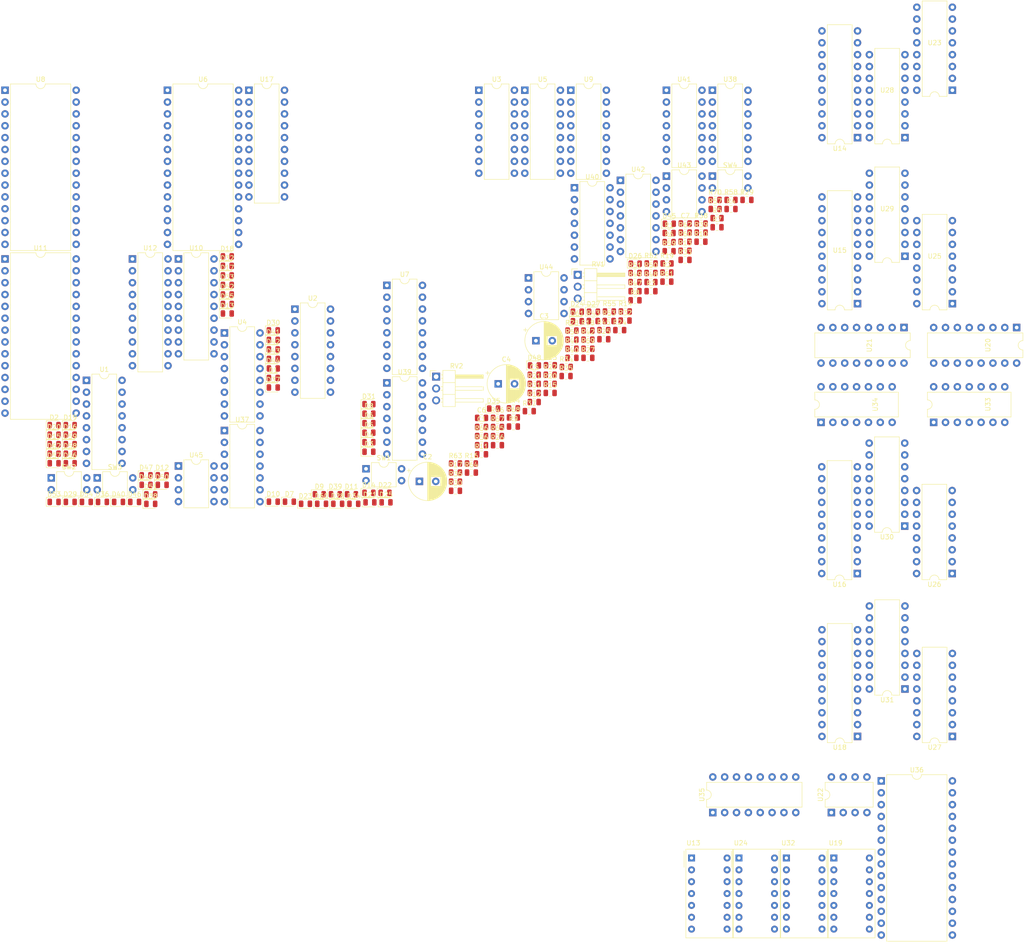
<source format=kicad_pcb>
(kicad_pcb (version 20171130) (host pcbnew "(5.0.1)-4")
  (layers (0 F.Cu signal) (31 B.Cu signal) (34 B.Paste user) (35 F.Paste user) (36 B.SilkS user) (37 F.SilkS user) (38 B.Mask user) (39 F.Mask user) (44 Edge.Cuts user))
  (net 0 "")
  (net 1 REGI_D2)
  (net 2 "Net-(D21-Pad2)")
  (net 3 "Net-(D23-Pad2)")
  (net 4 REGI_D4)
  (net 5 REGI_D5)
  (net 6 "Net-(D24-Pad2)")
  (net 7 "Net-(D25-Pad2)")
  (net 8 REGI_D6)
  (net 9 REGI_D7)
  (net 10 "Net-(D26-Pad2)")
  (net 11 "Net-(D14-Pad2)")
  (net 12 VCC)
  (net 13 "Net-(D15-Pad2)")
  (net 14 "Net-(D18-Pad2)")
  (net 15 "Net-(D16-Pad2)")
  (net 16 "Net-(D10-Pad2)")
  (net 17 BUS_D2)
  (net 18 "Net-(D29-Pad2)")
  (net 19 "Net-(D30-Pad2)")
  (net 20 BUS_D3)
  (net 21 BUS_D4)
  (net 22 "Net-(D31-Pad2)")
  (net 23 "Net-(D32-Pad2)")
  (net 24 BUS_D5)
  (net 25 BUS_D6)
  (net 26 "Net-(D33-Pad2)")
  (net 27 "Net-(D34-Pad2)")
  (net 28 BUS_D7)
  (net 29 REGA_D0)
  (net 30 "Net-(D35-Pad2)")
  (net 31 "Net-(D27-Pad2)")
  (net 32 BUS_D0)
  (net 33 MAR1)
  (net 34 "Net-(D7-Pad2)")
  (net 35 "Net-(D59-Pad2)")
  (net 36 MASTER_CLK)
  (net 37 "Net-(D9-Pad2)")
  (net 38 "Net-(D5-Pad2)")
  (net 39 MAR3)
  (net 40 MAR4)
  (net 41 "Net-(D4-Pad2)")
  (net 42 "Net-(D3-Pad2)")
  (net 43 MAR5)
  (net 44 MAR6)
  (net 45 "Net-(D2-Pad2)")
  (net 46 "Net-(D1-Pad2)")
  (net 47 MAR7)
  (net 48 MAR2)
  (net 49 "Net-(D6-Pad2)")
  (net 50 "Net-(R69-Pad2)")
  (net 51 MAR0)
  (net 52 "Net-(D8-Pad2)")
  (net 53 "Net-(D37-Pad2)")
  (net 54 REGA_D2)
  (net 55 "Net-(D11-Pad2)")
  (net 56 "Net-(D17-Pad2)")
  (net 57 "Net-(D12-Pad2)")
  (net 58 "Net-(D13-Pad2)")
  (net 59 REGI_D0)
  (net 60 "Net-(D19-Pad2)")
  (net 61 "Net-(D36-Pad2)")
  (net 62 REGA_D1)
  (net 63 "Net-(R70-Pad2)")
  (net 64 "Net-(D20-Pad2)")
  (net 65 REGI_D1)
  (net 66 CLK_MANUAL)
  (net 67 "Net-(D61-Pad2)")
  (net 68 "Net-(D55-Pad2)")
  (net 69 REGO_D4)
  (net 70 REGO_D5)
  (net 71 "Net-(D56-Pad2)")
  (net 72 "Net-(D57-Pad2)")
  (net 73 REGO_D6)
  (net 74 REGO_D7)
  (net 75 "Net-(D58-Pad2)")
  (net 76 "Net-(R59-Pad2)")
  (net 77 "Net-(R60-Pad1)")
  (net 78 "Net-(C2-Pad1)")
  (net 79 "Net-(D39-Pad2)")
  (net 80 REGA_D4)
  (net 81 CLK_SOURCE)
  (net 82 "Net-(D60-Pad2)")
  (net 83 "Net-(D38-Pad2)")
  (net 84 REGA_D3)
  (net 85 CLK_SELECT)
  (net 86 "Net-(D62-Pad2)")
  (net 87 "Net-(C3-Pad1)")
  (net 88 "Net-(R65-Pad1)")
  (net 89 "Net-(R66-Pad2)")
  (net 90 "Net-(C4-Pad1)")
  (net 91 "Net-(R68-Pad2)")
  (net 92 "Net-(D44-Pad2)")
  (net 93 REGB_D1)
  (net 94 REGB_D3)
  (net 95 "Net-(D46-Pad2)")
  (net 96 "Net-(D53-Pad2)")
  (net 97 REGO_D2)
  (net 98 REGA_D5)
  (net 99 "Net-(D40-Pad2)")
  (net 100 "Net-(D41-Pad2)")
  (net 101 REGA_D6)
  (net 102 REGA_D7)
  (net 103 "Net-(D42-Pad2)")
  (net 104 "Net-(D43-Pad2)")
  (net 105 REGB_D0)
  (net 106 REGB_D2)
  (net 107 "Net-(D45-Pad2)")
  (net 108 "Net-(D22-Pad2)")
  (net 109 REGI_D3)
  (net 110 REGB_D4)
  (net 111 "Net-(D47-Pad2)")
  (net 112 "Net-(D48-Pad2)")
  (net 113 REGB_D5)
  (net 114 REGB_D6)
  (net 115 "Net-(D49-Pad2)")
  (net 116 "Net-(D50-Pad2)")
  (net 117 REGB_D7)
  (net 118 REGO_D0)
  (net 119 "Net-(D51-Pad2)")
  (net 120 "Net-(D52-Pad2)")
  (net 121 REGO_D1)
  (net 122 REGO_D3)
  (net 123 "Net-(D54-Pad2)")
  (net 124 "Net-(D28-Pad2)")
  (net 125 BUS_D1)
  (net 126 GND)
  (net 127 "Net-(C5-Pad1)")
  (net 128 "Net-(U45-Pad7)")
  (net 129 "Net-(U22-Pad3)")
  (net 130 "Net-(C1-Pad1)")
  (net 131 "Net-(C7-Pad1)")
  (net 132 "Net-(C6-Pad1)")
  (net 133 "Net-(SW3-Pad2)")
  (net 134 "Net-(D16-Pad1)")
  (net 135 "Net-(D17-Pad1)")
  (net 136 ~IO)
  (net 137 ~RO)
  (net 138 ~RI)
  (net 139 ~MI)
  (net 140 HLT)
  (net 141 "Net-(U10-Pad1)")
  (net 142 "Net-(U10-Pad2)")
  (net 143 "Net-(U10-Pad3)")
  (net 144 ~AO)
  (net 145 "Net-(U11-Pad25)")
  (net 146 ~AI)
  (net 147 ~II)
  (net 148 ~CE)
  (net 149 J)
  (net 150 ~BO)
  (net 151 ~SO)
  (net 152 SU)
  (net 153 ~BI)
  (net 154 ~OI)
  (net 155 ~CO)
  (net 156 "Net-(U35-Pad14)")
  (net 157 "Net-(U35-Pad13)")
  (net 158 ~PO)
  (net 159 "Net-(U14-Pad2)")
  (net 160 "Net-(U14-Pad3)")
  (net 161 "Net-(U14-Pad4)")
  (net 162 "Net-(U14-Pad5)")
  (net 163 "Net-(U14-Pad6)")
  (net 164 "Net-(U14-Pad7)")
  (net 165 "Net-(U14-Pad8)")
  (net 166 "Net-(U14-Pad9)")
  (net 167 "Net-(U16-Pad2)")
  (net 168 "Net-(U16-Pad3)")
  (net 169 "Net-(U16-Pad4)")
  (net 170 "Net-(U16-Pad5)")
  (net 171 "Net-(U16-Pad6)")
  (net 172 "Net-(U16-Pad7)")
  (net 173 "Net-(U16-Pad8)")
  (net 174 "Net-(U16-Pad9)")
  (net 175 SO)
  (net 176 "Net-(D11-Pad1)")
  (net 177 "Net-(D12-Pad1)")
  (net 178 "Net-(D13-Pad1)")
  (net 179 "Net-(D14-Pad1)")
  (net 180 "Net-(D15-Pad1)")
  (net 181 "Net-(D18-Pad1)")
  (net 182 "Net-(D9-Pad1)")
  (net 183 "Net-(D10-Pad1)")
  (net 184 CE)
  (net 185 "Net-(U23-Pad10)")
  (net 186 "Net-(U20-Pad9)")
  (net 187 "Net-(U20-Pad2)")
  (net 188 "Net-(U20-Pad11)")
  (net 189 "Net-(U20-Pad6)")
  (net 190 "Net-(U20-Pad15)")
  (net 191 "Net-(U2-Pad5)")
  (net 192 "Net-(SW1-Pad10)")
  (net 193 "Net-(SW1-Pad11)")
  (net 194 "Net-(U2-Pad4)")
  (net 195 "Net-(U2-Pad6)")
  (net 196 "Net-(SW1-Pad9)")
  (net 197 "Net-(SW1-Pad12)")
  (net 198 "Net-(U2-Pad3)")
  (net 199 "Net-(U7-Pad15)")
  (net 200 "Net-(U21-Pad15)")
  (net 201 "Net-(U21-Pad6)")
  (net 202 "Net-(U21-Pad11)")
  (net 203 "Net-(U21-Pad2)")
  (net 204 "Net-(U21-Pad9)")
  (net 205 "Net-(U23-Pad15)")
  (net 206 ~PI)
  (net 207 "Net-(U1-Pad3)")
  (net 208 "Net-(SW1-Pad16)")
  (net 209 "Net-(SW1-Pad13)")
  (net 210 "Net-(U1-Pad6)")
  (net 211 "Net-(U1-Pad4)")
  (net 212 "Net-(SW1-Pad15)")
  (net 213 "Net-(SW1-Pad14)")
  (net 214 "Net-(U1-Pad5)")
  (net 215 "Net-(U35-Pad10)")
  (net 216 "Net-(U35-Pad11)")
  (net 217 "Net-(U35-Pad12)")
  (net 218 "Net-(U35-Pad15)")
  (net 219 "Net-(U41-Pad1)")
  (net 220 "Net-(U37-Pad1)")
  (net 221 "Net-(U38-Pad2)")
  (net 222 "Net-(U38-Pad1)")
  (net 223 "Net-(U37-Pad2)")
  (net 224 "Net-(U24-Pad4)")
  (net 225 "Net-(U24-Pad5)")
  (net 226 "Net-(U24-Pad6)")
  (net 227 "Net-(U24-Pad12)")
  (net 228 "Net-(U19-Pad12)")
  (net 229 "Net-(U19-Pad6)")
  (net 230 "Net-(U19-Pad5)")
  (net 231 "Net-(U19-Pad4)")
  (net 232 "Net-(U32-Pad4)")
  (net 233 "Net-(U32-Pad5)")
  (net 234 "Net-(U32-Pad6)")
  (net 235 "Net-(U32-Pad12)")
  (net 236 "Net-(U13-Pad12)")
  (net 237 "Net-(U13-Pad6)")
  (net 238 "Net-(U13-Pad5)")
  (net 239 "Net-(U13-Pad4)")
  (net 240 "Net-(RV2-Pad1)")
  (net 241 "Net-(RV1-Pad1)")
  (net 242 /SEG0)
  (net 243 /SEG7)
  (net 244 /SEG3)
  (net 245 /SEG4)
  (net 246 /SEG5)
  (net 247 /SEG6)
  (net 248 /SEG1)
  (net 249 /SEG2)
  (module Capacitor_SMD:C_0805_2012Metric (layer F.Cu) (at 155.679661 122.937661)
    (fp_text reference C1 (at 0 -1.65) (layer F.SilkS))
    (fp_text value 0.1uF)
    (pad 2 smd roundrect (at 0.9375 0) (size 0.975 1.4) (layers F.Cu F.Paste F.Mask) (net 126 GND))
    (pad 1 smd roundrect (at -0.9375 0) (size 0.975 1.4) (layers F.Cu F.Paste F.Mask) (net 130 "Net-(C1-Pad1)"))
  )
  (module Capacitor_SMD:C_0805_2012Metric (layer F.Cu) (at 166.969661 111.747661)
    (fp_text reference C5 (at 0 -1.65) (layer F.SilkS))
    (fp_text value 0.1uF)
    (pad 1 smd roundrect (at -0.9375 0) (size 0.975 1.4) (layers F.Cu F.Paste F.Mask) (net 127 "Net-(C5-Pad1)"))
    (pad 2 smd roundrect (at 0.9375 0) (size 0.975 1.4) (layers F.Cu F.Paste F.Mask) (net 126 GND))
  )
  (module Capacitor_SMD:C_0805_2012Metric (layer F.Cu) (at 155.679661 120.987661)
    (fp_text reference C6 (at 0 -1.65) (layer F.SilkS))
    (fp_text value 0.1uF)
    (pad 2 smd roundrect (at 0.9375 0) (size 0.975 1.4) (layers F.Cu F.Paste F.Mask) (net 126 GND))
    (pad 1 smd roundrect (at -0.9375 0) (size 0.975 1.4) (layers F.Cu F.Paste F.Mask) (net 132 "Net-(C6-Pad1)"))
  )
  (module Capacitor_SMD:C_0805_2012Metric (layer F.Cu) (at 199.309661 79.347661)
    (fp_text reference C7 (at 0 -1.65) (layer F.SilkS))
    (fp_text value 0.1uF)
    (pad 1 smd roundrect (at -0.9375 0) (size 0.975 1.4) (layers F.Cu F.Paste F.Mask) (net 131 "Net-(C7-Pad1)"))
    (pad 2 smd roundrect (at 0.9375 0) (size 0.975 1.4) (layers F.Cu F.Paste F.Mask) (net 126 GND))
  )
  (module Capacitor_THT:CP_Radial_D8.0mm_P3.50mm (layer F.Cu) (at 142.374359 134.597661)
    (fp_text reference C2 (at 1.75 -5.25) (layer F.SilkS))
    (fp_text value 1uF)
    (pad 1 thru_hole rect (at 0 0) (size 1.6 1.6) (drill 0.8) (layers *.Cu *.Mask) (net 78 "Net-(C2-Pad1)"))
    (pad 2 thru_hole circle (at 3.5 0) (size 1.6 1.6) (drill 0.8) (layers *.Cu *.Mask) (net 126 GND))
  )
  (module Capacitor_THT:CP_Radial_D8.0mm_P3.50mm (layer F.Cu) (at 167.324359 104.457661)
    (fp_text reference C3 (at 1.75 -5.25) (layer F.SilkS))
    (fp_text value 1uF)
    (pad 2 thru_hole circle (at 3.5 0) (size 1.6 1.6) (drill 0.8) (layers *.Cu *.Mask) (net 126 GND))
    (pad 1 thru_hole rect (at 0 0) (size 1.6 1.6) (drill 0.8) (layers *.Cu *.Mask) (net 87 "Net-(C3-Pad1)"))
  )
  (module Capacitor_THT:CP_Radial_D8.0mm_P3.50mm (layer F.Cu) (at 159.244359 113.697661)
    (fp_text reference C4 (at 1.75 -5.25) (layer F.SilkS))
    (fp_text value 0.1uF)
    (pad 1 thru_hole rect (at 0 0) (size 1.6 1.6) (drill 0.8) (layers *.Cu *.Mask) (net 90 "Net-(C4-Pad1)"))
    (pad 2 thru_hole circle (at 3.5 0) (size 1.6 1.6) (drill 0.8) (layers *.Cu *.Mask) (net 126 GND))
  )
  (module Connector_PinHeader_2.54mm:PinHeader_1x03_P2.54mm_Horizontal (layer F.Cu) (at 176.279661 90.347661)
    (fp_text reference RV1 (at 4.385 -2.27) (layer F.SilkS))
    (fp_text value 100k)
    (pad 3 thru_hole oval (at 0 5.08) (size 1.7 1.7) (drill 1) (layers *.Cu *.Mask) (net 77 "Net-(R60-Pad1)"))
    (pad 2 thru_hole oval (at 0 2.54) (size 1.7 1.7) (drill 1) (layers *.Cu *.Mask) (net 76 "Net-(R59-Pad2)"))
    (pad 1 thru_hole rect (at 0 0) (size 1.7 1.7) (drill 1) (layers *.Cu *.Mask) (net 241 "Net-(RV1-Pad1)"))
  )
  (module Connector_PinHeader_2.54mm:PinHeader_1x03_P2.54mm_Horizontal (layer F.Cu) (at 145.949661 112.157661)
    (fp_text reference RV2 (at 4.385 -2.27) (layer F.SilkS))
    (fp_text value 100k)
    (pad 1 thru_hole rect (at 0 0) (size 1.7 1.7) (drill 1) (layers *.Cu *.Mask) (net 240 "Net-(RV2-Pad1)"))
    (pad 2 thru_hole oval (at 0 2.54) (size 1.7 1.7) (drill 1) (layers *.Cu *.Mask) (net 89 "Net-(R66-Pad2)"))
    (pad 3 thru_hole oval (at 0 5.08) (size 1.7 1.7) (drill 1) (layers *.Cu *.Mask) (net 88 "Net-(R65-Pad1)"))
  )
  (module Display_7Segment:MAN71A (layer F.Cu) (at 200.66 215.265)
    (fp_text reference U13 (at 0.4 -3.2) (layer F.SilkS))
    (fp_text value MAN71A)
    (pad 14 thru_hole circle (at 7.62 0) (size 1.5 1.5) (drill 0.7) (layers *.Cu *.Mask) (net 12 VCC))
    (pad 13 thru_hole circle (at 7.62 2.54) (size 1.5 1.5) (drill 0.7) (layers *.Cu *.Mask) (net 248 /SEG1))
    (pad 12 thru_hole circle (at 7.62 5.08) (size 1.5 1.5) (drill 0.7) (layers *.Cu *.Mask) (net 236 "Net-(U13-Pad12)"))
    (pad 11 thru_hole circle (at 7.62 7.62) (size 1.5 1.5) (drill 0.7) (layers *.Cu *.Mask) (net 247 /SEG6))
    (pad 10 thru_hole circle (at 7.62 10.16) (size 1.5 1.5) (drill 0.7) (layers *.Cu *.Mask) (net 249 /SEG2))
    (pad 9 thru_hole circle (at 7.62 12.7) (size 1.5 1.5) (drill 0.7) (layers *.Cu *.Mask) (net 243 /SEG7))
    (pad 8 thru_hole circle (at 7.62 15.24) (size 1.5 1.5) (drill 0.7) (layers *.Cu *.Mask) (net 244 /SEG3))
    (pad 7 thru_hole circle (at 0 15.24) (size 1.5 1.5) (drill 0.7) (layers *.Cu *.Mask) (net 245 /SEG4))
    (pad 6 thru_hole circle (at 0 12.7) (size 1.5 1.5) (drill 0.7) (layers *.Cu *.Mask) (net 237 "Net-(U13-Pad6)"))
    (pad 5 thru_hole circle (at 0 10.16) (size 1.5 1.5) (drill 0.7) (layers *.Cu *.Mask) (net 238 "Net-(U13-Pad5)"))
    (pad 4 thru_hole circle (at 0 7.62) (size 1.5 1.5) (drill 0.7) (layers *.Cu *.Mask) (net 239 "Net-(U13-Pad4)"))
    (pad 3 thru_hole circle (at 0 5.08) (size 1.5 1.5) (drill 0.7) (layers *.Cu *.Mask) (net 12 VCC))
    (pad 2 thru_hole circle (at 0 2.54) (size 1.5 1.5) (drill 0.7) (layers *.Cu *.Mask) (net 246 /SEG5))
    (pad 1 thru_hole rect (at 0 0) (size 1.5 1.5) (drill 0.7) (layers *.Cu *.Mask) (net 242 /SEG0))
  )
  (module Display_7Segment:MAN71A (layer F.Cu) (at 220.98 215.265)
    (fp_text reference U32 (at 0.4 -3.2) (layer F.SilkS))
    (fp_text value MAN71A)
    (pad 1 thru_hole rect (at 0 0) (size 1.5 1.5) (drill 0.7) (layers *.Cu *.Mask) (net 242 /SEG0))
    (pad 2 thru_hole circle (at 0 2.54) (size 1.5 1.5) (drill 0.7) (layers *.Cu *.Mask) (net 246 /SEG5))
    (pad 3 thru_hole circle (at 0 5.08) (size 1.5 1.5) (drill 0.7) (layers *.Cu *.Mask) (net 12 VCC))
    (pad 4 thru_hole circle (at 0 7.62) (size 1.5 1.5) (drill 0.7) (layers *.Cu *.Mask) (net 232 "Net-(U32-Pad4)"))
    (pad 5 thru_hole circle (at 0 10.16) (size 1.5 1.5) (drill 0.7) (layers *.Cu *.Mask) (net 233 "Net-(U32-Pad5)"))
    (pad 6 thru_hole circle (at 0 12.7) (size 1.5 1.5) (drill 0.7) (layers *.Cu *.Mask) (net 234 "Net-(U32-Pad6)"))
    (pad 7 thru_hole circle (at 0 15.24) (size 1.5 1.5) (drill 0.7) (layers *.Cu *.Mask) (net 245 /SEG4))
    (pad 8 thru_hole circle (at 7.62 15.24) (size 1.5 1.5) (drill 0.7) (layers *.Cu *.Mask) (net 244 /SEG3))
    (pad 9 thru_hole circle (at 7.62 12.7) (size 1.5 1.5) (drill 0.7) (layers *.Cu *.Mask) (net 243 /SEG7))
    (pad 10 thru_hole circle (at 7.62 10.16) (size 1.5 1.5) (drill 0.7) (layers *.Cu *.Mask) (net 249 /SEG2))
    (pad 11 thru_hole circle (at 7.62 7.62) (size 1.5 1.5) (drill 0.7) (layers *.Cu *.Mask) (net 247 /SEG6))
    (pad 12 thru_hole circle (at 7.62 5.08) (size 1.5 1.5) (drill 0.7) (layers *.Cu *.Mask) (net 235 "Net-(U32-Pad12)"))
    (pad 13 thru_hole circle (at 7.62 2.54) (size 1.5 1.5) (drill 0.7) (layers *.Cu *.Mask) (net 248 /SEG1))
    (pad 14 thru_hole circle (at 7.62 0) (size 1.5 1.5) (drill 0.7) (layers *.Cu *.Mask) (net 12 VCC))
  )
  (module Display_7Segment:MAN71A (layer F.Cu) (at 231.14 215.265)
    (fp_text reference U19 (at 0.4 -3.2) (layer F.SilkS))
    (fp_text value MAN71A)
    (pad 14 thru_hole circle (at 7.62 0) (size 1.5 1.5) (drill 0.7) (layers *.Cu *.Mask) (net 12 VCC))
    (pad 13 thru_hole circle (at 7.62 2.54) (size 1.5 1.5) (drill 0.7) (layers *.Cu *.Mask) (net 248 /SEG1))
    (pad 12 thru_hole circle (at 7.62 5.08) (size 1.5 1.5) (drill 0.7) (layers *.Cu *.Mask) (net 228 "Net-(U19-Pad12)"))
    (pad 11 thru_hole circle (at 7.62 7.62) (size 1.5 1.5) (drill 0.7) (layers *.Cu *.Mask) (net 247 /SEG6))
    (pad 10 thru_hole circle (at 7.62 10.16) (size 1.5 1.5) (drill 0.7) (layers *.Cu *.Mask) (net 249 /SEG2))
    (pad 9 thru_hole circle (at 7.62 12.7) (size 1.5 1.5) (drill 0.7) (layers *.Cu *.Mask) (net 243 /SEG7))
    (pad 8 thru_hole circle (at 7.62 15.24) (size 1.5 1.5) (drill 0.7) (layers *.Cu *.Mask) (net 244 /SEG3))
    (pad 7 thru_hole circle (at 0 15.24) (size 1.5 1.5) (drill 0.7) (layers *.Cu *.Mask) (net 245 /SEG4))
    (pad 6 thru_hole circle (at 0 12.7) (size 1.5 1.5) (drill 0.7) (layers *.Cu *.Mask) (net 229 "Net-(U19-Pad6)"))
    (pad 5 thru_hole circle (at 0 10.16) (size 1.5 1.5) (drill 0.7) (layers *.Cu *.Mask) (net 230 "Net-(U19-Pad5)"))
    (pad 4 thru_hole circle (at 0 7.62) (size 1.5 1.5) (drill 0.7) (layers *.Cu *.Mask) (net 231 "Net-(U19-Pad4)"))
    (pad 3 thru_hole circle (at 0 5.08) (size 1.5 1.5) (drill 0.7) (layers *.Cu *.Mask) (net 12 VCC))
    (pad 2 thru_hole circle (at 0 2.54) (size 1.5 1.5) (drill 0.7) (layers *.Cu *.Mask) (net 246 /SEG5))
    (pad 1 thru_hole rect (at 0 0) (size 1.5 1.5) (drill 0.7) (layers *.Cu *.Mask) (net 242 /SEG0))
  )
  (module Display_7Segment:MAN71A (layer F.Cu) (at 210.82 215.265)
    (fp_text reference U24 (at 0.4 -3.2) (layer F.SilkS))
    (fp_text value MAN71A)
    (pad 1 thru_hole rect (at 0 0) (size 1.5 1.5) (drill 0.7) (layers *.Cu *.Mask) (net 242 /SEG0))
    (pad 2 thru_hole circle (at 0 2.54) (size 1.5 1.5) (drill 0.7) (layers *.Cu *.Mask) (net 246 /SEG5))
    (pad 3 thru_hole circle (at 0 5.08) (size 1.5 1.5) (drill 0.7) (layers *.Cu *.Mask) (net 12 VCC))
    (pad 4 thru_hole circle (at 0 7.62) (size 1.5 1.5) (drill 0.7) (layers *.Cu *.Mask) (net 224 "Net-(U24-Pad4)"))
    (pad 5 thru_hole circle (at 0 10.16) (size 1.5 1.5) (drill 0.7) (layers *.Cu *.Mask) (net 225 "Net-(U24-Pad5)"))
    (pad 6 thru_hole circle (at 0 12.7) (size 1.5 1.5) (drill 0.7) (layers *.Cu *.Mask) (net 226 "Net-(U24-Pad6)"))
    (pad 7 thru_hole circle (at 0 15.24) (size 1.5 1.5) (drill 0.7) (layers *.Cu *.Mask) (net 245 /SEG4))
    (pad 8 thru_hole circle (at 7.62 15.24) (size 1.5 1.5) (drill 0.7) (layers *.Cu *.Mask) (net 244 /SEG3))
    (pad 9 thru_hole circle (at 7.62 12.7) (size 1.5 1.5) (drill 0.7) (layers *.Cu *.Mask) (net 243 /SEG7))
    (pad 10 thru_hole circle (at 7.62 10.16) (size 1.5 1.5) (drill 0.7) (layers *.Cu *.Mask) (net 249 /SEG2))
    (pad 11 thru_hole circle (at 7.62 7.62) (size 1.5 1.5) (drill 0.7) (layers *.Cu *.Mask) (net 247 /SEG6))
    (pad 12 thru_hole circle (at 7.62 5.08) (size 1.5 1.5) (drill 0.7) (layers *.Cu *.Mask) (net 227 "Net-(U24-Pad12)"))
    (pad 13 thru_hole circle (at 7.62 2.54) (size 1.5 1.5) (drill 0.7) (layers *.Cu *.Mask) (net 248 /SEG1))
    (pad 14 thru_hole circle (at 7.62 0) (size 1.5 1.5) (drill 0.7) (layers *.Cu *.Mask) (net 12 VCC))
  )
  (module LED_SMD:LED_0805_2012Metric (layer F.Cu) (at 127.819661 137.352661)
    (fp_text reference D11 (at 0 -1.65) (layer F.SilkS))
    (fp_text value LED)
    (pad 2 smd roundrect (at 0.9375 0) (size 0.975 1.4) (layers F.Cu F.Paste F.Mask) (net 55 "Net-(D11-Pad2)"))
    (pad 1 smd roundrect (at -0.9375 0) (size 0.975 1.4) (layers F.Cu F.Paste F.Mask) (net 176 "Net-(D11-Pad1)"))
  )
  (module LED_SMD:LED_0805_2012Metric (layer F.Cu) (at 131.549661 137.042661)
    (fp_text reference D14 (at 0 -1.65) (layer F.SilkS))
    (fp_text value LED)
    (pad 1 smd roundrect (at -0.9375 0) (size 0.975 1.4) (layers F.Cu F.Paste F.Mask) (net 179 "Net-(D14-Pad1)"))
    (pad 2 smd roundrect (at 0.9375 0) (size 0.975 1.4) (layers F.Cu F.Paste F.Mask) (net 11 "Net-(D14-Pad2)"))
  )
  (module LED_SMD:LED_0805_2012Metric (layer F.Cu) (at 128.319661 139.392661)
    (fp_text reference D34 (at 0 -1.65) (layer F.SilkS))
    (fp_text value LED)
    (pad 2 smd roundrect (at 0.9375 0) (size 0.975 1.4) (layers F.Cu F.Paste F.Mask) (net 27 "Net-(D34-Pad2)"))
    (pad 1 smd roundrect (at -0.9375 0) (size 0.975 1.4) (layers F.Cu F.Paste F.Mask) (net 126 GND))
  )
  (module LED_SMD:LED_0805_2012Metric (layer F.Cu) (at 131.769661 139.082661)
    (fp_text reference D21 (at 0 -1.65) (layer F.SilkS))
    (fp_text value LED)
    (pad 1 smd roundrect (at -0.9375 0) (size 0.975 1.4) (layers F.Cu F.Paste F.Mask) (net 126 GND))
    (pad 2 smd roundrect (at 0.9375 0) (size 0.975 1.4) (layers F.Cu F.Paste F.Mask) (net 2 "Net-(D21-Pad2)"))
  )
  (module LED_SMD:LED_0805_2012Metric (layer F.Cu) (at 134.999661 137.042661)
    (fp_text reference D22 (at 0 -1.65) (layer F.SilkS))
    (fp_text value LED)
    (pad 2 smd roundrect (at 0.9375 0) (size 0.975 1.4) (layers F.Cu F.Paste F.Mask) (net 108 "Net-(D22-Pad2)"))
    (pad 1 smd roundrect (at -0.9375 0) (size 0.975 1.4) (layers F.Cu F.Paste F.Mask) (net 126 GND))
  )
  (module LED_SMD:LED_0805_2012Metric (layer F.Cu) (at 117.969661 139.392661)
    (fp_text reference D23 (at 0 -1.65) (layer F.SilkS))
    (fp_text value LED)
    (pad 1 smd roundrect (at -0.9375 0) (size 0.975 1.4) (layers F.Cu F.Paste F.Mask) (net 126 GND))
    (pad 2 smd roundrect (at 0.9375 0) (size 0.975 1.4) (layers F.Cu F.Paste F.Mask) (net 3 "Net-(D23-Pad2)"))
  )
  (module LED_SMD:LED_0805_2012Metric (layer F.Cu) (at 176.199661 98.242661)
    (fp_text reference D24 (at 0 -1.65) (layer F.SilkS))
    (fp_text value LED)
    (pad 2 smd roundrect (at 0.9375 0) (size 0.975 1.4) (layers F.Cu F.Paste F.Mask) (net 6 "Net-(D24-Pad2)"))
    (pad 1 smd roundrect (at -0.9375 0) (size 0.975 1.4) (layers F.Cu F.Paste F.Mask) (net 126 GND))
  )
  (module LED_SMD:LED_0805_2012Metric (layer F.Cu) (at 135.219661 139.082661)
    (fp_text reference D25 (at 0 -1.65) (layer F.SilkS))
    (fp_text value LED)
    (pad 1 smd roundrect (at -0.9375 0) (size 0.975 1.4) (layers F.Cu F.Paste F.Mask) (net 126 GND))
    (pad 2 smd roundrect (at 0.9375 0) (size 0.975 1.4) (layers F.Cu F.Paste F.Mask) (net 7 "Net-(D25-Pad2)"))
  )
  (module LED_SMD:LED_0805_2012Metric (layer F.Cu) (at 188.599661 87.952661)
    (fp_text reference D26 (at 0 -1.65) (layer F.SilkS))
    (fp_text value LED)
    (pad 2 smd roundrect (at 0.9375 0) (size 0.975 1.4) (layers F.Cu F.Paste F.Mask) (net 10 "Net-(D26-Pad2)"))
    (pad 1 smd roundrect (at -0.9375 0) (size 0.975 1.4) (layers F.Cu F.Paste F.Mask) (net 126 GND))
  )
  (module LED_SMD:LED_0805_2012Metric (layer F.Cu) (at 179.649661 98.242661)
    (fp_text reference D27 (at 0 -1.65) (layer F.SilkS))
    (fp_text value LED)
    (pad 1 smd roundrect (at -0.9375 0) (size 0.975 1.4) (layers F.Cu F.Paste F.Mask) (net 126 GND))
    (pad 2 smd roundrect (at 0.9375 0) (size 0.975 1.4) (layers F.Cu F.Paste F.Mask) (net 31 "Net-(D27-Pad2)"))
  )
  (module LED_SMD:LED_0805_2012Metric (layer F.Cu) (at 124.869661 139.392661)
    (fp_text reference D28 (at 0 -1.65) (layer F.SilkS))
    (fp_text value LED)
    (pad 2 smd roundrect (at 0.9375 0) (size 0.975 1.4) (layers F.Cu F.Paste F.Mask) (net 124 "Net-(D28-Pad2)"))
    (pad 1 smd roundrect (at -0.9375 0) (size 0.975 1.4) (layers F.Cu F.Paste F.Mask) (net 126 GND))
  )
  (module LED_SMD:LED_0805_2012Metric (layer F.Cu) (at 67.569661 138.992661)
    (fp_text reference D29 (at 0 -1.65) (layer F.SilkS))
    (fp_text value LED)
    (pad 1 smd roundrect (at -0.9375 0) (size 0.975 1.4) (layers F.Cu F.Paste F.Mask) (net 126 GND))
    (pad 2 smd roundrect (at 0.9375 0) (size 0.975 1.4) (layers F.Cu F.Paste F.Mask) (net 18 "Net-(D29-Pad2)"))
  )
  (module LED_SMD:LED_0805_2012Metric (layer F.Cu) (at 111.069661 102.242661)
    (fp_text reference D30 (at 0 -1.65) (layer F.SilkS))
    (fp_text value LED)
    (pad 2 smd roundrect (at 0.9375 0) (size 0.975 1.4) (layers F.Cu F.Paste F.Mask) (net 19 "Net-(D30-Pad2)"))
    (pad 1 smd roundrect (at -0.9375 0) (size 0.975 1.4) (layers F.Cu F.Paste F.Mask) (net 126 GND))
  )
  (module LED_SMD:LED_0805_2012Metric (layer F.Cu) (at 64.119661 138.992661)
    (fp_text reference D53 (at 0 -1.65) (layer F.SilkS))
    (fp_text value LED)
    (pad 1 smd roundrect (at -0.9375 0) (size 0.975 1.4) (layers F.Cu F.Paste F.Mask) (net 126 GND))
    (pad 2 smd roundrect (at 0.9375 0) (size 0.975 1.4) (layers F.Cu F.Paste F.Mask) (net 96 "Net-(D53-Pad2)"))
  )
  (module LED_SMD:LED_0805_2012Metric (layer F.Cu) (at 101.219661 98.632661)
    (fp_text reference D13 (at 0 -1.65) (layer F.SilkS))
    (fp_text value LED)
    (pad 2 smd roundrect (at 0.9375 0) (size 0.975 1.4) (layers F.Cu F.Paste F.Mask) (net 58 "Net-(D13-Pad2)"))
    (pad 1 smd roundrect (at -0.9375 0) (size 0.975 1.4) (layers F.Cu F.Paste F.Mask) (net 178 "Net-(D13-Pad1)"))
  )
  (module LED_SMD:LED_0805_2012Metric (layer F.Cu) (at 101.219661 96.592661)
    (fp_text reference D55 (at 0 -1.65) (layer F.SilkS))
    (fp_text value LED)
    (pad 1 smd roundrect (at -0.9375 0) (size 0.975 1.4) (layers F.Cu F.Paste F.Mask) (net 126 GND))
    (pad 2 smd roundrect (at 0.9375 0) (size 0.975 1.4) (layers F.Cu F.Paste F.Mask) (net 68 "Net-(D55-Pad2)"))
  )
  (module LED_SMD:LED_0805_2012Metric (layer F.Cu) (at 101.219661 94.552661)
    (fp_text reference D52 (at 0 -1.65) (layer F.SilkS))
    (fp_text value LED)
    (pad 2 smd roundrect (at 0.9375 0) (size 0.975 1.4) (layers F.Cu F.Paste F.Mask) (net 120 "Net-(D52-Pad2)"))
    (pad 1 smd roundrect (at -0.9375 0) (size 0.975 1.4) (layers F.Cu F.Paste F.Mask) (net 126 GND))
  )
  (module LED_SMD:LED_0805_2012Metric (layer F.Cu) (at 67.569661 130.702661)
    (fp_text reference D56 (at 0 -1.65) (layer F.SilkS))
    (fp_text value LED)
    (pad 1 smd roundrect (at -0.9375 0) (size 0.975 1.4) (layers F.Cu F.Paste F.Mask) (net 126 GND))
    (pad 2 smd roundrect (at 0.9375 0) (size 0.975 1.4) (layers F.Cu F.Paste F.Mask) (net 71 "Net-(D56-Pad2)"))
  )
  (module LED_SMD:LED_0805_2012Metric (layer F.Cu) (at 64.119661 130.702661)
    (fp_text reference D57 (at 0 -1.65) (layer F.SilkS))
    (fp_text value LED)
    (pad 2 smd roundrect (at 0.9375 0) (size 0.975 1.4) (layers F.Cu F.Paste F.Mask) (net 72 "Net-(D57-Pad2)"))
    (pad 1 smd roundrect (at -0.9375 0) (size 0.975 1.4) (layers F.Cu F.Paste F.Mask) (net 126 GND))
  )
  (module LED_SMD:LED_0805_2012Metric (layer F.Cu) (at 67.569661 128.662661)
    (fp_text reference D58 (at 0 -1.65) (layer F.SilkS))
    (fp_text value LED)
    (pad 1 smd roundrect (at -0.9375 0) (size 0.975 1.4) (layers F.Cu F.Paste F.Mask) (net 126 GND))
    (pad 2 smd roundrect (at 0.9375 0) (size 0.975 1.4) (layers F.Cu F.Paste F.Mask) (net 75 "Net-(D58-Pad2)"))
  )
  (module LED_SMD:LED_0805_2012Metric (layer F.Cu) (at 67.569661 126.622661)
    (fp_text reference D59 (at 0 -1.65) (layer F.SilkS))
    (fp_text value LED)
    (pad 2 smd roundrect (at 0.9375 0) (size 0.975 1.4) (layers F.Cu F.Paste F.Mask) (net 35 "Net-(D59-Pad2)"))
    (pad 1 smd roundrect (at -0.9375 0) (size 0.975 1.4) (layers F.Cu F.Paste F.Mask) (net 126 GND))
  )
  (module LED_SMD:LED_0805_2012Metric (layer F.Cu) (at 121.419661 139.392661)
    (fp_text reference D60 (at 0 -1.65) (layer F.SilkS))
    (fp_text value LED)
    (pad 1 smd roundrect (at -0.9375 0) (size 0.975 1.4) (layers F.Cu F.Paste F.Mask) (net 126 GND))
    (pad 2 smd roundrect (at 0.9375 0) (size 0.975 1.4) (layers F.Cu F.Paste F.Mask) (net 82 "Net-(D60-Pad2)"))
  )
  (module LED_SMD:LED_0805_2012Metric (layer F.Cu) (at 64.119661 128.662661)
    (fp_text reference D62 (at 0 -1.65) (layer F.SilkS))
    (fp_text value LED)
    (pad 2 smd roundrect (at 0.9375 0) (size 0.975 1.4) (layers F.Cu F.Paste F.Mask) (net 86 "Net-(D62-Pad2)"))
    (pad 1 smd roundrect (at -0.9375 0) (size 0.975 1.4) (layers F.Cu F.Paste F.Mask) (net 126 GND))
  )
  (module LED_SMD:LED_0805_2012Metric (layer F.Cu) (at 101.219661 92.512661)
    (fp_text reference D33 (at 0 -1.65) (layer F.SilkS))
    (fp_text value LED)
    (pad 1 smd roundrect (at -0.9375 0) (size 0.975 1.4) (layers F.Cu F.Paste F.Mask) (net 126 GND))
    (pad 2 smd roundrect (at 0.9375 0) (size 0.975 1.4) (layers F.Cu F.Paste F.Mask) (net 26 "Net-(D33-Pad2)"))
  )
  (module LED_SMD:LED_0805_2012Metric (layer F.Cu) (at 101.219661 90.472661)
    (fp_text reference D17 (at 0 -1.65) (layer F.SilkS))
    (fp_text value LED)
    (pad 2 smd roundrect (at 0.9375 0) (size 0.975 1.4) (layers F.Cu F.Paste F.Mask) (net 56 "Net-(D17-Pad2)"))
    (pad 1 smd roundrect (at -0.9375 0) (size 0.975 1.4) (layers F.Cu F.Paste F.Mask) (net 135 "Net-(D17-Pad1)"))
  )
  (module LED_SMD:LED_0805_2012Metric (layer F.Cu) (at 101.219661 86.392661)
    (fp_text reference D18 (at 0 -1.65) (layer F.SilkS))
    (fp_text value LED)
    (pad 1 smd roundrect (at -0.9375 0) (size 0.975 1.4) (layers F.Cu F.Paste F.Mask) (net 181 "Net-(D18-Pad1)"))
    (pad 2 smd roundrect (at 0.9375 0) (size 0.975 1.4) (layers F.Cu F.Paste F.Mask) (net 14 "Net-(D18-Pad2)"))
  )
  (module LED_SMD:LED_0805_2012Metric (layer F.Cu) (at 67.569661 122.542661)
    (fp_text reference D19 (at 0 -1.65) (layer F.SilkS))
    (fp_text value LED)
    (pad 2 smd roundrect (at 0.9375 0) (size 0.975 1.4) (layers F.Cu F.Paste F.Mask) (net 60 "Net-(D19-Pad2)"))
    (pad 1 smd roundrect (at -0.9375 0) (size 0.975 1.4) (layers F.Cu F.Paste F.Mask) (net 126 GND))
  )
  (module LED_SMD:LED_0805_2012Metric (layer F.Cu) (at 64.119661 124.582661)
    (fp_text reference D20 (at 0 -1.65) (layer F.SilkS))
    (fp_text value LED)
    (pad 1 smd roundrect (at -0.9375 0) (size 0.975 1.4) (layers F.Cu F.Paste F.Mask) (net 126 GND))
    (pad 2 smd roundrect (at 0.9375 0) (size 0.975 1.4) (layers F.Cu F.Paste F.Mask) (net 64 "Net-(D20-Pad2)"))
  )
  (module LED_SMD:LED_0805_2012Metric (layer F.Cu) (at 67.569661 124.582661)
    (fp_text reference D16 (at 0 -1.65) (layer F.SilkS))
    (fp_text value LED)
    (pad 2 smd roundrect (at 0.9375 0) (size 0.975 1.4) (layers F.Cu F.Paste F.Mask) (net 15 "Net-(D16-Pad2)"))
    (pad 1 smd roundrect (at -0.9375 0) (size 0.975 1.4) (layers F.Cu F.Paste F.Mask) (net 134 "Net-(D16-Pad1)"))
  )
  (module LED_SMD:LED_0805_2012Metric (layer F.Cu) (at 64.119661 126.622661)
    (fp_text reference D15 (at 0 -1.65) (layer F.SilkS))
    (fp_text value LED)
    (pad 1 smd roundrect (at -0.9375 0) (size 0.975 1.4) (layers F.Cu F.Paste F.Mask) (net 180 "Net-(D15-Pad1)"))
    (pad 2 smd roundrect (at 0.9375 0) (size 0.975 1.4) (layers F.Cu F.Paste F.Mask) (net 13 "Net-(D15-Pad2)"))
  )
  (module LED_SMD:LED_0805_2012Metric (layer F.Cu) (at 101.219661 88.432661)
    (fp_text reference D32 (at 0 -1.65) (layer F.SilkS))
    (fp_text value LED)
    (pad 2 smd roundrect (at 0.9375 0) (size 0.975 1.4) (layers F.Cu F.Paste F.Mask) (net 23 "Net-(D32-Pad2)"))
    (pad 1 smd roundrect (at -0.9375 0) (size 0.975 1.4) (layers F.Cu F.Paste F.Mask) (net 126 GND))
  )
  (module LED_SMD:LED_0805_2012Metric (layer F.Cu) (at 195.899661 79.392661)
    (fp_text reference D45 (at 0 -1.65) (layer F.SilkS))
    (fp_text value LED)
    (pad 1 smd roundrect (at -0.9375 0) (size 0.975 1.4) (layers F.Cu F.Paste F.Mask) (net 126 GND))
    (pad 2 smd roundrect (at 0.9375 0) (size 0.975 1.4) (layers F.Cu F.Paste F.Mask) (net 107 "Net-(D45-Pad2)"))
  )
  (module LED_SMD:LED_0805_2012Metric (layer F.Cu) (at 84.819661 139.412661)
    (fp_text reference D38 (at 0 -1.65) (layer F.SilkS))
    (fp_text value LED)
    (pad 2 smd roundrect (at 0.9375 0) (size 0.975 1.4) (layers F.Cu F.Paste F.Mask) (net 83 "Net-(D38-Pad2)"))
    (pad 1 smd roundrect (at -0.9375 0) (size 0.975 1.4) (layers F.Cu F.Paste F.Mask) (net 126 GND))
  )
  (module LED_SMD:LED_0805_2012Metric (layer F.Cu) (at 77.919661 138.992661)
    (fp_text reference D40 (at 0 -1.65) (layer F.SilkS))
    (fp_text value LED)
    (pad 1 smd roundrect (at -0.9375 0) (size 0.975 1.4) (layers F.Cu F.Paste F.Mask) (net 126 GND))
    (pad 2 smd roundrect (at 0.9375 0) (size 0.975 1.4) (layers F.Cu F.Paste F.Mask) (net 99 "Net-(D40-Pad2)"))
  )
  (module LED_SMD:LED_0805_2012Metric (layer F.Cu) (at 111.069661 104.282661)
    (fp_text reference D41 (at 0 -1.65) (layer F.SilkS))
    (fp_text value LED)
    (pad 2 smd roundrect (at 0.9375 0) (size 0.975 1.4) (layers F.Cu F.Paste F.Mask) (net 100 "Net-(D41-Pad2)"))
    (pad 1 smd roundrect (at -0.9375 0) (size 0.975 1.4) (layers F.Cu F.Paste F.Mask) (net 126 GND))
  )
  (module LED_SMD:LED_0805_2012Metric (layer F.Cu) (at 111.069661 106.322661)
    (fp_text reference D42 (at 0 -1.65) (layer F.SilkS))
    (fp_text value LED)
    (pad 1 smd roundrect (at -0.9375 0) (size 0.975 1.4) (layers F.Cu F.Paste F.Mask) (net 126 GND))
    (pad 2 smd roundrect (at 0.9375 0) (size 0.975 1.4) (layers F.Cu F.Paste F.Mask) (net 103 "Net-(D42-Pad2)"))
  )
  (module LED_SMD:LED_0805_2012Metric (layer F.Cu) (at 111.069661 108.362661)
    (fp_text reference D43 (at 0 -1.65) (layer F.SilkS))
    (fp_text value LED)
    (pad 2 smd roundrect (at 0.9375 0) (size 0.975 1.4) (layers F.Cu F.Paste F.Mask) (net 104 "Net-(D43-Pad2)"))
    (pad 1 smd roundrect (at -0.9375 0) (size 0.975 1.4) (layers F.Cu F.Paste F.Mask) (net 126 GND))
  )
  (module LED_SMD:LED_0805_2012Metric (layer F.Cu) (at 111.069661 110.402661)
    (fp_text reference D44 (at 0 -1.65) (layer F.SilkS))
    (fp_text value LED)
    (pad 1 smd roundrect (at -0.9375 0) (size 0.975 1.4) (layers F.Cu F.Paste F.Mask) (net 126 GND))
    (pad 2 smd roundrect (at 0.9375 0) (size 0.975 1.4) (layers F.Cu F.Paste F.Mask) (net 92 "Net-(D44-Pad2)"))
  )
  (module LED_SMD:LED_0805_2012Metric (layer F.Cu) (at 81.369661 138.992661)
    (fp_text reference D46 (at 0 -1.65) (layer F.SilkS))
    (fp_text value LED)
    (pad 2 smd roundrect (at 0.9375 0) (size 0.975 1.4) (layers F.Cu F.Paste F.Mask) (net 95 "Net-(D46-Pad2)"))
    (pad 1 smd roundrect (at -0.9375 0) (size 0.975 1.4) (layers F.Cu F.Paste F.Mask) (net 126 GND))
  )
  (module LED_SMD:LED_0805_2012Metric (layer F.Cu) (at 83.819661 133.292661)
    (fp_text reference D47 (at 0 -1.65) (layer F.SilkS))
    (fp_text value LED)
    (pad 1 smd roundrect (at -0.9375 0) (size 0.975 1.4) (layers F.Cu F.Paste F.Mask) (net 126 GND))
    (pad 2 smd roundrect (at 0.9375 0) (size 0.975 1.4) (layers F.Cu F.Paste F.Mask) (net 111 "Net-(D47-Pad2)"))
  )
  (module LED_SMD:LED_0805_2012Metric (layer F.Cu) (at 87.269661 133.292661)
    (fp_text reference D12 (at 0 -1.65) (layer F.SilkS))
    (fp_text value LED)
    (pad 2 smd roundrect (at 0.9375 0) (size 0.975 1.4) (layers F.Cu F.Paste F.Mask) (net 57 "Net-(D12-Pad2)"))
    (pad 1 smd roundrect (at -0.9375 0) (size 0.975 1.4) (layers F.Cu F.Paste F.Mask) (net 177 "Net-(D12-Pad1)"))
  )
  (module LED_SMD:LED_0805_2012Metric (layer F.Cu) (at 83.819661 135.332661)
    (fp_text reference D49 (at 0 -1.65) (layer F.SilkS))
    (fp_text value LED)
    (pad 1 smd roundrect (at -0.9375 0) (size 0.975 1.4) (layers F.Cu F.Paste F.Mask) (net 126 GND))
    (pad 2 smd roundrect (at 0.9375 0) (size 0.975 1.4) (layers F.Cu F.Paste F.Mask) (net 115 "Net-(D49-Pad2)"))
  )
  (module LED_SMD:LED_0805_2012Metric (layer F.Cu) (at 87.269661 135.332661)
    (fp_text reference D50 (at 0 -1.65) (layer F.SilkS))
    (fp_text value LED)
    (pad 2 smd roundrect (at 0.9375 0) (size 0.975 1.4) (layers F.Cu F.Paste F.Mask) (net 116 "Net-(D50-Pad2)"))
    (pad 1 smd roundrect (at -0.9375 0) (size 0.975 1.4) (layers F.Cu F.Paste F.Mask) (net 126 GND))
  )
  (module LED_SMD:LED_0805_2012Metric (layer F.Cu) (at 84.819661 137.372661)
    (fp_text reference D51 (at 0 -1.65) (layer F.SilkS))
    (fp_text value LED)
    (pad 1 smd roundrect (at -0.9375 0) (size 0.975 1.4) (layers F.Cu F.Paste F.Mask) (net 126 GND))
    (pad 2 smd roundrect (at 0.9375 0) (size 0.975 1.4) (layers F.Cu F.Paste F.Mask) (net 119 "Net-(D51-Pad2)"))
  )
  (module LED_SMD:LED_0805_2012Metric (layer F.Cu) (at 71.019661 138.992661)
    (fp_text reference D54 (at 0 -1.65) (layer F.SilkS))
    (fp_text value LED)
    (pad 2 smd roundrect (at 0.9375 0) (size 0.975 1.4) (layers F.Cu F.Paste F.Mask) (net 123 "Net-(D54-Pad2)"))
    (pad 1 smd roundrect (at -0.9375 0) (size 0.975 1.4) (layers F.Cu F.Paste F.Mask) (net 126 GND))
  )
  (module LED_SMD:LED_0805_2012Metric (layer F.Cu) (at 124.369661 137.352661)
    (fp_text reference D39 (at 0 -1.65) (layer F.SilkS))
    (fp_text value LED)
    (pad 1 smd roundrect (at -0.9375 0) (size 0.975 1.4) (layers F.Cu F.Paste F.Mask) (net 126 GND))
    (pad 2 smd roundrect (at 0.9375 0) (size 0.975 1.4) (layers F.Cu F.Paste F.Mask) (net 79 "Net-(D39-Pad2)"))
  )
  (module LED_SMD:LED_0805_2012Metric (layer F.Cu) (at 111.069661 114.482661)
    (fp_text reference D37 (at 0 -1.65) (layer F.SilkS))
    (fp_text value LED)
    (pad 2 smd roundrect (at 0.9375 0) (size 0.975 1.4) (layers F.Cu F.Paste F.Mask) (net 53 "Net-(D37-Pad2)"))
    (pad 1 smd roundrect (at -0.9375 0) (size 0.975 1.4) (layers F.Cu F.Paste F.Mask) (net 126 GND))
  )
  (module LED_SMD:LED_0805_2012Metric (layer F.Cu) (at 111.069661 138.942661)
    (fp_text reference D10 (at 0 -1.65) (layer F.SilkS))
    (fp_text value LED)
    (pad 1 smd roundrect (at -0.9375 0) (size 0.975 1.4) (layers F.Cu F.Paste F.Mask) (net 183 "Net-(D10-Pad1)"))
    (pad 2 smd roundrect (at 0.9375 0) (size 0.975 1.4) (layers F.Cu F.Paste F.Mask) (net 16 "Net-(D10-Pad2)"))
  )
  (module LED_SMD:LED_0805_2012Metric (layer F.Cu) (at 131.549661 118.042661)
    (fp_text reference D31 (at 0 -1.65) (layer F.SilkS))
    (fp_text value LED)
    (pad 2 smd roundrect (at 0.9375 0) (size 0.975 1.4) (layers F.Cu F.Paste F.Mask) (net 22 "Net-(D31-Pad2)"))
    (pad 1 smd roundrect (at -0.9375 0) (size 0.975 1.4) (layers F.Cu F.Paste F.Mask) (net 126 GND))
  )
  (module LED_SMD:LED_0805_2012Metric (layer F.Cu) (at 120.919661 137.352661)
    (fp_text reference D9 (at 0 -1.65) (layer F.SilkS))
    (fp_text value LED)
    (pad 1 smd roundrect (at -0.9375 0) (size 0.975 1.4) (layers F.Cu F.Paste F.Mask) (net 182 "Net-(D9-Pad1)"))
    (pad 2 smd roundrect (at 0.9375 0) (size 0.975 1.4) (layers F.Cu F.Paste F.Mask) (net 37 "Net-(D9-Pad2)"))
  )
  (module LED_SMD:LED_0805_2012Metric (layer F.Cu) (at 131.549661 120.082661)
    (fp_text reference D8 (at 0 -1.65) (layer F.SilkS))
    (fp_text value LED)
    (pad 2 smd roundrect (at 0.9375 0) (size 0.975 1.4) (layers F.Cu F.Paste F.Mask) (net 52 "Net-(D8-Pad2)"))
    (pad 1 smd roundrect (at -0.9375 0) (size 0.975 1.4) (layers F.Cu F.Paste F.Mask) (net 126 GND))
  )
  (module LED_SMD:LED_0805_2012Metric (layer F.Cu) (at 114.519661 138.942661)
    (fp_text reference D7 (at 0 -1.65) (layer F.SilkS))
    (fp_text value LED)
    (pad 1 smd roundrect (at -0.9375 0) (size 0.975 1.4) (layers F.Cu F.Paste F.Mask) (net 126 GND))
    (pad 2 smd roundrect (at 0.9375 0) (size 0.975 1.4) (layers F.Cu F.Paste F.Mask) (net 34 "Net-(D7-Pad2)"))
  )
  (module LED_SMD:LED_0805_2012Metric (layer F.Cu) (at 131.549661 122.122661)
    (fp_text reference D6 (at 0 -1.65) (layer F.SilkS))
    (fp_text value LED)
    (pad 2 smd roundrect (at 0.9375 0) (size 0.975 1.4) (layers F.Cu F.Paste F.Mask) (net 49 "Net-(D6-Pad2)"))
    (pad 1 smd roundrect (at -0.9375 0) (size 0.975 1.4) (layers F.Cu F.Paste F.Mask) (net 126 GND))
  )
  (module LED_SMD:LED_0805_2012Metric (layer F.Cu) (at 131.549661 124.162661)
    (fp_text reference D5 (at 0 -1.65) (layer F.SilkS))
    (fp_text value LED)
    (pad 1 smd roundrect (at -0.9375 0) (size 0.975 1.4) (layers F.Cu F.Paste F.Mask) (net 126 GND))
    (pad 2 smd roundrect (at 0.9375 0) (size 0.975 1.4) (layers F.Cu F.Paste F.Mask) (net 38 "Net-(D5-Pad2)"))
  )
  (module LED_SMD:LED_0805_2012Metric (layer F.Cu) (at 131.549661 126.202661)
    (fp_text reference D4 (at 0 -1.65) (layer F.SilkS))
    (fp_text value LED)
    (pad 2 smd roundrect (at 0.9375 0) (size 0.975 1.4) (layers F.Cu F.Paste F.Mask) (net 41 "Net-(D4-Pad2)"))
    (pad 1 smd roundrect (at -0.9375 0) (size 0.975 1.4) (layers F.Cu F.Paste F.Mask) (net 126 GND))
  )
  (module LED_SMD:LED_0805_2012Metric (layer F.Cu) (at 131.549661 128.242661)
    (fp_text reference D3 (at 0 -1.65) (layer F.SilkS))
    (fp_text value LED)
    (pad 1 smd roundrect (at -0.9375 0) (size 0.975 1.4) (layers F.Cu F.Paste F.Mask) (net 126 GND))
    (pad 2 smd roundrect (at 0.9375 0) (size 0.975 1.4) (layers F.Cu F.Paste F.Mask) (net 42 "Net-(D3-Pad2)"))
  )
  (module LED_SMD:LED_0805_2012Metric (layer F.Cu) (at 64.119661 122.542661)
    (fp_text reference D2 (at 0 -1.65) (layer F.SilkS))
    (fp_text value LED)
    (pad 2 smd roundrect (at 0.9375 0) (size 0.975 1.4) (layers F.Cu F.Paste F.Mask) (net 45 "Net-(D2-Pad2)"))
    (pad 1 smd roundrect (at -0.9375 0) (size 0.975 1.4) (layers F.Cu F.Paste F.Mask) (net 126 GND))
  )
  (module LED_SMD:LED_0805_2012Metric (layer F.Cu) (at 111.069661 112.442661)
    (fp_text reference D1 (at 0 -1.65) (layer F.SilkS))
    (fp_text value LED)
    (pad 1 smd roundrect (at -0.9375 0) (size 0.975 1.4) (layers F.Cu F.Paste F.Mask) (net 126 GND))
    (pad 2 smd roundrect (at 0.9375 0) (size 0.975 1.4) (layers F.Cu F.Paste F.Mask) (net 46 "Net-(D1-Pad2)"))
  )
  (module LED_SMD:LED_0805_2012Metric (layer F.Cu) (at 176.199661 100.282661)
    (fp_text reference D61 (at 0 -1.65) (layer F.SilkS))
    (fp_text value LED)
    (pad 2 smd roundrect (at 0.9375 0) (size 0.975 1.4) (layers F.Cu F.Paste F.Mask) (net 67 "Net-(D61-Pad2)"))
    (pad 1 smd roundrect (at -0.9375 0) (size 0.975 1.4) (layers F.Cu F.Paste F.Mask) (net 126 GND))
  )
  (module LED_SMD:LED_0805_2012Metric (layer F.Cu) (at 167.009661 109.752661)
    (fp_text reference D48 (at 0 -1.65) (layer F.SilkS))
    (fp_text value LED)
    (pad 1 smd roundrect (at -0.9375 0) (size 0.975 1.4) (layers F.Cu F.Paste F.Mask) (net 126 GND))
    (pad 2 smd roundrect (at 0.9375 0) (size 0.975 1.4) (layers F.Cu F.Paste F.Mask) (net 112 "Net-(D48-Pad2)"))
  )
  (module LED_SMD:LED_0805_2012Metric (layer F.Cu) (at 158.269661 118.992661)
    (fp_text reference D35 (at 0 -1.65) (layer F.SilkS))
    (fp_text value LED)
    (pad 2 smd roundrect (at 0.9375 0) (size 0.975 1.4) (layers F.Cu F.Paste F.Mask) (net 30 "Net-(D35-Pad2)"))
    (pad 1 smd roundrect (at -0.9375 0) (size 0.975 1.4) (layers F.Cu F.Paste F.Mask) (net 126 GND))
  )
  (module LED_SMD:LED_0805_2012Metric (layer F.Cu) (at 74.469661 138.992661)
    (fp_text reference D36 (at 0 -1.65) (layer F.SilkS))
    (fp_text value LED)
    (pad 1 smd roundrect (at -0.9375 0) (size 0.975 1.4) (layers F.Cu F.Paste F.Mask) (net 126 GND))
    (pad 2 smd roundrect (at 0.9375 0) (size 0.975 1.4) (layers F.Cu F.Paste F.Mask) (net 61 "Net-(D36-Pad2)"))
  )
  (module Package_DIP:DIP-14_W7.62mm (layer F.Cu) (at 252.525609 121.952474 90)
    (fp_text reference U33 (at 3.842474 11.634391 90) (layer F.SilkS))
    (fp_text value 74HC86)
    (pad 14 thru_hole oval (at 7.62 0 90) (size 1.6 1.6) (drill 0.8) (layers *.Cu *.Mask))
    (pad 7 thru_hole oval (at 0 15.24 90) (size 1.6 1.6) (drill 0.8) (layers *.Cu *.Mask))
    (pad 13 thru_hole oval (at 7.62 2.54 90) (size 1.6 1.6) (drill 0.8) (layers *.Cu *.Mask) (net 152 SU))
    (pad 6 thru_hole oval (at 0 12.7 90) (size 1.6 1.6) (drill 0.8) (layers *.Cu *.Mask) (net 187 "Net-(U20-Pad2)"))
    (pad 12 thru_hole oval (at 7.62 5.08 90) (size 1.6 1.6) (drill 0.8) (layers *.Cu *.Mask) (net 94 REGB_D3))
    (pad 5 thru_hole oval (at 0 10.16 90) (size 1.6 1.6) (drill 0.8) (layers *.Cu *.Mask) (net 152 SU))
    (pad 11 thru_hole oval (at 7.62 7.62 90) (size 1.6 1.6) (drill 0.8) (layers *.Cu *.Mask) (net 188 "Net-(U20-Pad11)"))
    (pad 4 thru_hole oval (at 0 7.62 90) (size 1.6 1.6) (drill 0.8) (layers *.Cu *.Mask) (net 93 REGB_D1))
    (pad 10 thru_hole oval (at 7.62 10.16 90) (size 1.6 1.6) (drill 0.8) (layers *.Cu *.Mask) (net 152 SU))
    (pad 3 thru_hole oval (at 0 5.08 90) (size 1.6 1.6) (drill 0.8) (layers *.Cu *.Mask) (net 189 "Net-(U20-Pad6)"))
    (pad 9 thru_hole oval (at 7.62 12.7 90) (size 1.6 1.6) (drill 0.8) (layers *.Cu *.Mask) (net 106 REGB_D2))
    (pad 2 thru_hole oval (at 0 2.54 90) (size 1.6 1.6) (drill 0.8) (layers *.Cu *.Mask) (net 152 SU))
    (pad 8 thru_hole oval (at 7.62 15.24 90) (size 1.6 1.6) (drill 0.8) (layers *.Cu *.Mask) (net 190 "Net-(U20-Pad15)"))
    (pad 1 thru_hole rect (at 0 0 90) (size 1.6 1.6) (drill 0.8) (layers *.Cu *.Mask) (net 105 REGB_D0))
  )
  (module Package_DIP:DIP-14_W7.62mm (layer F.Cu) (at 135.399661 113.497661)
    (fp_text reference U39 (at 3.81 -2.33) (layer F.SilkS))
    (fp_text value 74AHC1G04)
    (pad 1 thru_hole rect (at 0 0) (size 1.6 1.6) (drill 0.8) (layers *.Cu *.Mask))
    (pad 8 thru_hole oval (at 7.62 15.24) (size 1.6 1.6) (drill 0.8) (layers *.Cu *.Mask))
    (pad 2 thru_hole oval (at 0 2.54) (size 1.6 1.6) (drill 0.8) (layers *.Cu *.Mask) (net 140 HLT))
    (pad 9 thru_hole oval (at 7.62 12.7) (size 1.6 1.6) (drill 0.8) (layers *.Cu *.Mask))
    (pad 3 thru_hole oval (at 0 5.08) (size 1.6 1.6) (drill 0.8) (layers *.Cu *.Mask) (net 126 GND))
    (pad 10 thru_hole oval (at 7.62 10.16) (size 1.6 1.6) (drill 0.8) (layers *.Cu *.Mask))
    (pad 4 thru_hole oval (at 0 7.62) (size 1.6 1.6) (drill 0.8) (layers *.Cu *.Mask) (net 223 "Net-(U37-Pad2)"))
    (pad 11 thru_hole oval (at 7.62 7.62) (size 1.6 1.6) (drill 0.8) (layers *.Cu *.Mask))
    (pad 5 thru_hole oval (at 0 10.16) (size 1.6 1.6) (drill 0.8) (layers *.Cu *.Mask) (net 12 VCC))
    (pad 12 thru_hole oval (at 7.62 5.08) (size 1.6 1.6) (drill 0.8) (layers *.Cu *.Mask))
    (pad 6 thru_hole oval (at 0 12.7) (size 1.6 1.6) (drill 0.8) (layers *.Cu *.Mask))
    (pad 13 thru_hole oval (at 7.62 2.54) (size 1.6 1.6) (drill 0.8) (layers *.Cu *.Mask))
    (pad 7 thru_hole oval (at 0 15.24) (size 1.6 1.6) (drill 0.8) (layers *.Cu *.Mask))
    (pad 14 thru_hole oval (at 7.62 0) (size 1.6 1.6) (drill 0.8) (layers *.Cu *.Mask))
  )
  (module Package_DIP:DIP-14_W7.62mm (layer F.Cu) (at 195.279661 50.797661)
    (fp_text reference U41 (at 3.81 -2.33) (layer F.SilkS))
    (fp_text value 74AHC1G08)
    (pad 14 thru_hole oval (at 7.62 0) (size 1.6 1.6) (drill 0.8) (layers *.Cu *.Mask))
    (pad 7 thru_hole oval (at 0 15.24) (size 1.6 1.6) (drill 0.8) (layers *.Cu *.Mask))
    (pad 13 thru_hole oval (at 7.62 2.54) (size 1.6 1.6) (drill 0.8) (layers *.Cu *.Mask))
    (pad 6 thru_hole oval (at 0 12.7) (size 1.6 1.6) (drill 0.8) (layers *.Cu *.Mask))
    (pad 12 thru_hole oval (at 7.62 5.08) (size 1.6 1.6) (drill 0.8) (layers *.Cu *.Mask))
    (pad 5 thru_hole oval (at 0 10.16) (size 1.6 1.6) (drill 0.8) (layers *.Cu *.Mask) (net 12 VCC))
    (pad 11 thru_hole oval (at 7.62 7.62) (size 1.6 1.6) (drill 0.8) (layers *.Cu *.Mask))
    (pad 4 thru_hole oval (at 0 7.62) (size 1.6 1.6) (drill 0.8) (layers *.Cu *.Mask) (net 221 "Net-(U38-Pad2)"))
    (pad 10 thru_hole oval (at 7.62 10.16) (size 1.6 1.6) (drill 0.8) (layers *.Cu *.Mask))
    (pad 3 thru_hole oval (at 0 5.08) (size 1.6 1.6) (drill 0.8) (layers *.Cu *.Mask) (net 126 GND))
    (pad 9 thru_hole oval (at 7.62 12.7) (size 1.6 1.6) (drill 0.8) (layers *.Cu *.Mask))
    (pad 2 thru_hole oval (at 0 2.54) (size 1.6 1.6) (drill 0.8) (layers *.Cu *.Mask) (net 66 CLK_MANUAL))
    (pad 8 thru_hole oval (at 7.62 15.24) (size 1.6 1.6) (drill 0.8) (layers *.Cu *.Mask))
    (pad 1 thru_hole rect (at 0 0) (size 1.6 1.6) (drill 0.8) (layers *.Cu *.Mask) (net 219 "Net-(U41-Pad1)"))
  )
  (module Package_DIP:DIP-14_W7.62mm (layer F.Cu) (at 175.579661 71.697661)
    (fp_text reference U40 (at 3.81 -2.33) (layer F.SilkS))
    (fp_text value 74AHC1G08)
    (pad 1 thru_hole rect (at 0 0) (size 1.6 1.6) (drill 0.8) (layers *.Cu *.Mask) (net 81 CLK_SOURCE))
    (pad 8 thru_hole oval (at 7.62 15.24) (size 1.6 1.6) (drill 0.8) (layers *.Cu *.Mask))
    (pad 2 thru_hole oval (at 0 2.54) (size 1.6 1.6) (drill 0.8) (layers *.Cu *.Mask) (net 85 CLK_SELECT))
    (pad 9 thru_hole oval (at 7.62 12.7) (size 1.6 1.6) (drill 0.8) (layers *.Cu *.Mask))
    (pad 3 thru_hole oval (at 0 5.08) (size 1.6 1.6) (drill 0.8) (layers *.Cu *.Mask) (net 126 GND))
    (pad 10 thru_hole oval (at 7.62 10.16) (size 1.6 1.6) (drill 0.8) (layers *.Cu *.Mask))
    (pad 4 thru_hole oval (at 0 7.62) (size 1.6 1.6) (drill 0.8) (layers *.Cu *.Mask) (net 222 "Net-(U38-Pad1)"))
    (pad 11 thru_hole oval (at 7.62 7.62) (size 1.6 1.6) (drill 0.8) (layers *.Cu *.Mask))
    (pad 5 thru_hole oval (at 0 10.16) (size 1.6 1.6) (drill 0.8) (layers *.Cu *.Mask) (net 12 VCC))
    (pad 12 thru_hole oval (at 7.62 5.08) (size 1.6 1.6) (drill 0.8) (layers *.Cu *.Mask))
    (pad 6 thru_hole oval (at 0 12.7) (size 1.6 1.6) (drill 0.8) (layers *.Cu *.Mask))
    (pad 13 thru_hole oval (at 7.62 2.54) (size 1.6 1.6) (drill 0.8) (layers *.Cu *.Mask))
    (pad 7 thru_hole oval (at 0 15.24) (size 1.6 1.6) (drill 0.8) (layers *.Cu *.Mask))
    (pad 14 thru_hole oval (at 7.62 0) (size 1.6 1.6) (drill 0.8) (layers *.Cu *.Mask))
  )
  (module Package_DIP:DIP-14_W7.62mm (layer F.Cu) (at 100.599661 123.697661)
    (fp_text reference U37 (at 3.81 -2.33) (layer F.SilkS))
    (fp_text value 74AHC1G08)
    (pad 14 thru_hole oval (at 7.62 0) (size 1.6 1.6) (drill 0.8) (layers *.Cu *.Mask))
    (pad 7 thru_hole oval (at 0 15.24) (size 1.6 1.6) (drill 0.8) (layers *.Cu *.Mask))
    (pad 13 thru_hole oval (at 7.62 2.54) (size 1.6 1.6) (drill 0.8) (layers *.Cu *.Mask))
    (pad 6 thru_hole oval (at 0 12.7) (size 1.6 1.6) (drill 0.8) (layers *.Cu *.Mask))
    (pad 12 thru_hole oval (at 7.62 5.08) (size 1.6 1.6) (drill 0.8) (layers *.Cu *.Mask))
    (pad 5 thru_hole oval (at 0 10.16) (size 1.6 1.6) (drill 0.8) (layers *.Cu *.Mask) (net 12 VCC))
    (pad 11 thru_hole oval (at 7.62 7.62) (size 1.6 1.6) (drill 0.8) (layers *.Cu *.Mask))
    (pad 4 thru_hole oval (at 0 7.62) (size 1.6 1.6) (drill 0.8) (layers *.Cu *.Mask) (net 36 MASTER_CLK))
    (pad 10 thru_hole oval (at 7.62 10.16) (size 1.6 1.6) (drill 0.8) (layers *.Cu *.Mask))
    (pad 3 thru_hole oval (at 0 5.08) (size 1.6 1.6) (drill 0.8) (layers *.Cu *.Mask) (net 126 GND))
    (pad 9 thru_hole oval (at 7.62 12.7) (size 1.6 1.6) (drill 0.8) (layers *.Cu *.Mask))
    (pad 2 thru_hole oval (at 0 2.54) (size 1.6 1.6) (drill 0.8) (layers *.Cu *.Mask) (net 223 "Net-(U37-Pad2)"))
    (pad 8 thru_hole oval (at 7.62 15.24) (size 1.6 1.6) (drill 0.8) (layers *.Cu *.Mask))
    (pad 1 thru_hole rect (at 0 0) (size 1.6 1.6) (drill 0.8) (layers *.Cu *.Mask) (net 220 "Net-(U37-Pad1)"))
  )
  (module Package_DIP:DIP-14_W7.62mm (layer F.Cu) (at 228.395609 121.952474 90)
    (fp_text reference U34 (at 3.81 11.634391 90) (layer F.SilkS))
    (fp_text value 74HC86)
    (pad 1 thru_hole rect (at 0 0 90) (size 1.6 1.6) (drill 0.8) (layers *.Cu *.Mask) (net 110 REGB_D4))
    (pad 8 thru_hole oval (at 7.62 15.24 90) (size 1.6 1.6) (drill 0.8) (layers *.Cu *.Mask) (net 200 "Net-(U21-Pad15)"))
    (pad 2 thru_hole oval (at 0 2.54 90) (size 1.6 1.6) (drill 0.8) (layers *.Cu *.Mask) (net 152 SU))
    (pad 9 thru_hole oval (at 7.62 12.7 90) (size 1.6 1.6) (drill 0.8) (layers *.Cu *.Mask) (net 114 REGB_D6))
    (pad 3 thru_hole oval (at 0 5.08 90) (size 1.6 1.6) (drill 0.8) (layers *.Cu *.Mask) (net 201 "Net-(U21-Pad6)"))
    (pad 10 thru_hole oval (at 7.62 10.16 90) (size 1.6 1.6) (drill 0.8) (layers *.Cu *.Mask) (net 152 SU))
    (pad 4 thru_hole oval (at 0 7.62 90) (size 1.6 1.6) (drill 0.8) (layers *.Cu *.Mask) (net 113 REGB_D5))
    (pad 11 thru_hole oval (at 7.62 7.62 90) (size 1.6 1.6) (drill 0.8) (layers *.Cu *.Mask) (net 202 "Net-(U21-Pad11)"))
    (pad 5 thru_hole oval (at 0 10.16 90) (size 1.6 1.6) (drill 0.8) (layers *.Cu *.Mask) (net 152 SU))
    (pad 12 thru_hole oval (at 7.62 5.08 90) (size 1.6 1.6) (drill 0.8) (layers *.Cu *.Mask) (net 117 REGB_D7))
    (pad 6 thru_hole oval (at 0 12.7 90) (size 1.6 1.6) (drill 0.8) (layers *.Cu *.Mask) (net 203 "Net-(U21-Pad2)"))
    (pad 13 thru_hole oval (at 7.62 2.54 90) (size 1.6 1.6) (drill 0.8) (layers *.Cu *.Mask) (net 152 SU))
    (pad 7 thru_hole oval (at 0 15.24 90) (size 1.6 1.6) (drill 0.8) (layers *.Cu *.Mask))
    (pad 14 thru_hole oval (at 7.62 0 90) (size 1.6 1.6) (drill 0.8) (layers *.Cu *.Mask))
  )
  (module Package_DIP:DIP-14_W7.62mm (layer F.Cu) (at 205.129661 50.797661)
    (fp_text reference U38 (at 3.81 -2.33) (layer F.SilkS))
    (fp_text value 74AHC1G32)
    (pad 14 thru_hole oval (at 7.62 0) (size 1.6 1.6) (drill 0.8) (layers *.Cu *.Mask))
    (pad 7 thru_hole oval (at 0 15.24) (size 1.6 1.6) (drill 0.8) (layers *.Cu *.Mask))
    (pad 13 thru_hole oval (at 7.62 2.54) (size 1.6 1.6) (drill 0.8) (layers *.Cu *.Mask))
    (pad 6 thru_hole oval (at 0 12.7) (size 1.6 1.6) (drill 0.8) (layers *.Cu *.Mask))
    (pad 12 thru_hole oval (at 7.62 5.08) (size 1.6 1.6) (drill 0.8) (layers *.Cu *.Mask))
    (pad 5 thru_hole oval (at 0 10.16) (size 1.6 1.6) (drill 0.8) (layers *.Cu *.Mask) (net 12 VCC))
    (pad 11 thru_hole oval (at 7.62 7.62) (size 1.6 1.6) (drill 0.8) (layers *.Cu *.Mask))
    (pad 4 thru_hole oval (at 0 7.62) (size 1.6 1.6) (drill 0.8) (layers *.Cu *.Mask) (net 220 "Net-(U37-Pad1)"))
    (pad 10 thru_hole oval (at 7.62 10.16) (size 1.6 1.6) (drill 0.8) (layers *.Cu *.Mask))
    (pad 3 thru_hole oval (at 0 5.08) (size 1.6 1.6) (drill 0.8) (layers *.Cu *.Mask) (net 126 GND))
    (pad 9 thru_hole oval (at 7.62 12.7) (size 1.6 1.6) (drill 0.8) (layers *.Cu *.Mask))
    (pad 2 thru_hole oval (at 0 2.54) (size 1.6 1.6) (drill 0.8) (layers *.Cu *.Mask) (net 221 "Net-(U38-Pad2)"))
    (pad 8 thru_hole oval (at 7.62 15.24) (size 1.6 1.6) (drill 0.8) (layers *.Cu *.Mask))
    (pad 1 thru_hole rect (at 0 0) (size 1.6 1.6) (drill 0.8) (layers *.Cu *.Mask) (net 222 "Net-(U38-Pad1)"))
  )
  (module Package_DIP:DIP-14_W7.62mm (layer F.Cu) (at 185.429661 70.107661)
    (fp_text reference U42 (at 3.81 -2.33) (layer F.SilkS))
    (fp_text value 74AHC1G04)
    (pad 1 thru_hole rect (at 0 0) (size 1.6 1.6) (drill 0.8) (layers *.Cu *.Mask))
    (pad 8 thru_hole oval (at 7.62 15.24) (size 1.6 1.6) (drill 0.8) (layers *.Cu *.Mask))
    (pad 2 thru_hole oval (at 0 2.54) (size 1.6 1.6) (drill 0.8) (layers *.Cu *.Mask) (net 85 CLK_SELECT))
    (pad 9 thru_hole oval (at 7.62 12.7) (size 1.6 1.6) (drill 0.8) (layers *.Cu *.Mask))
    (pad 3 thru_hole oval (at 0 5.08) (size 1.6 1.6) (drill 0.8) (layers *.Cu *.Mask) (net 126 GND))
    (pad 10 thru_hole oval (at 7.62 10.16) (size 1.6 1.6) (drill 0.8) (layers *.Cu *.Mask))
    (pad 4 thru_hole oval (at 0 7.62) (size 1.6 1.6) (drill 0.8) (layers *.Cu *.Mask) (net 219 "Net-(U41-Pad1)"))
    (pad 11 thru_hole oval (at 7.62 7.62) (size 1.6 1.6) (drill 0.8) (layers *.Cu *.Mask))
    (pad 5 thru_hole oval (at 0 10.16) (size 1.6 1.6) (drill 0.8) (layers *.Cu *.Mask) (net 12 VCC))
    (pad 12 thru_hole oval (at 7.62 5.08) (size 1.6 1.6) (drill 0.8) (layers *.Cu *.Mask))
    (pad 6 thru_hole oval (at 0 12.7) (size 1.6 1.6) (drill 0.8) (layers *.Cu *.Mask))
    (pad 13 thru_hole oval (at 7.62 2.54) (size 1.6 1.6) (drill 0.8) (layers *.Cu *.Mask))
    (pad 7 thru_hole oval (at 0 15.24) (size 1.6 1.6) (drill 0.8) (layers *.Cu *.Mask))
    (pad 14 thru_hole oval (at 7.62 0) (size 1.6 1.6) (drill 0.8) (layers *.Cu *.Mask))
  )
  (module Package_DIP:DIP-16_W7.62mm (layer F.Cu) (at 256.54 189.23 180)
    (fp_text reference U27 (at 3.81 -2.33 180) (layer F.SilkS))
    (fp_text value 74HC173)
    (pad 16 thru_hole oval (at 7.62 0 180) (size 1.6 1.6) (drill 0.8) (layers *.Cu *.Mask) (net 12 VCC))
    (pad 8 thru_hole oval (at 0 17.78 180) (size 1.6 1.6) (drill 0.8) (layers *.Cu *.Mask) (net 126 GND))
    (pad 15 thru_hole oval (at 7.62 2.54 180) (size 1.6 1.6) (drill 0.8) (layers *.Cu *.Mask) (net 126 GND))
    (pad 7 thru_hole oval (at 0 15.24 180) (size 1.6 1.6) (drill 0.8) (layers *.Cu *.Mask) (net 36 MASTER_CLK))
    (pad 14 thru_hole oval (at 7.62 5.08 180) (size 1.6 1.6) (drill 0.8) (layers *.Cu *.Mask) (net 32 BUS_D0))
    (pad 6 thru_hole oval (at 0 12.7 180) (size 1.6 1.6) (drill 0.8) (layers *.Cu *.Mask) (net 122 REGO_D3))
    (pad 13 thru_hole oval (at 7.62 7.62 180) (size 1.6 1.6) (drill 0.8) (layers *.Cu *.Mask) (net 125 BUS_D1))
    (pad 5 thru_hole oval (at 0 10.16 180) (size 1.6 1.6) (drill 0.8) (layers *.Cu *.Mask) (net 97 REGO_D2))
    (pad 12 thru_hole oval (at 7.62 10.16 180) (size 1.6 1.6) (drill 0.8) (layers *.Cu *.Mask) (net 17 BUS_D2))
    (pad 4 thru_hole oval (at 0 7.62 180) (size 1.6 1.6) (drill 0.8) (layers *.Cu *.Mask) (net 121 REGO_D1))
    (pad 11 thru_hole oval (at 7.62 12.7 180) (size 1.6 1.6) (drill 0.8) (layers *.Cu *.Mask) (net 20 BUS_D3))
    (pad 3 thru_hole oval (at 0 5.08 180) (size 1.6 1.6) (drill 0.8) (layers *.Cu *.Mask) (net 118 REGO_D0))
    (pad 10 thru_hole oval (at 7.62 15.24 180) (size 1.6 1.6) (drill 0.8) (layers *.Cu *.Mask) (net 206 ~PI))
    (pad 2 thru_hole oval (at 0 2.54 180) (size 1.6 1.6) (drill 0.8) (layers *.Cu *.Mask) (net 126 GND))
    (pad 9 thru_hole oval (at 7.62 17.78 180) (size 1.6 1.6) (drill 0.8) (layers *.Cu *.Mask) (net 206 ~PI))
    (pad 1 thru_hole rect (at 0 0 180) (size 1.6 1.6) (drill 0.8) (layers *.Cu *.Mask) (net 126 GND))
  )
  (module Package_DIP:DIP-16_W7.62mm (layer F.Cu) (at 71.049661 112.947661)
    (fp_text reference U1 (at 3.81 -2.33) (layer F.SilkS))
    (fp_text value 74HC173)
    (pad 1 thru_hole rect (at 0 0) (size 1.6 1.6) (drill 0.8) (layers *.Cu *.Mask) (net 126 GND))
    (pad 9 thru_hole oval (at 7.62 17.78) (size 1.6 1.6) (drill 0.8) (layers *.Cu *.Mask) (net 139 ~MI))
    (pad 2 thru_hole oval (at 0 2.54) (size 1.6 1.6) (drill 0.8) (layers *.Cu *.Mask) (net 126 GND))
    (pad 10 thru_hole oval (at 7.62 15.24) (size 1.6 1.6) (drill 0.8) (layers *.Cu *.Mask) (net 139 ~MI))
    (pad 3 thru_hole oval (at 0 5.08) (size 1.6 1.6) (drill 0.8) (layers *.Cu *.Mask) (net 207 "Net-(U1-Pad3)"))
    (pad 11 thru_hole oval (at 7.62 12.7) (size 1.6 1.6) (drill 0.8) (layers *.Cu *.Mask) (net 28 BUS_D7))
    (pad 4 thru_hole oval (at 0 7.62) (size 1.6 1.6) (drill 0.8) (layers *.Cu *.Mask) (net 211 "Net-(U1-Pad4)"))
    (pad 12 thru_hole oval (at 7.62 10.16) (size 1.6 1.6) (drill 0.8) (layers *.Cu *.Mask) (net 25 BUS_D6))
    (pad 5 thru_hole oval (at 0 10.16) (size 1.6 1.6) (drill 0.8) (layers *.Cu *.Mask) (net 214 "Net-(U1-Pad5)"))
    (pad 13 thru_hole oval (at 7.62 7.62) (size 1.6 1.6) (drill 0.8) (layers *.Cu *.Mask) (net 24 BUS_D5))
    (pad 6 thru_hole oval (at 0 12.7) (size 1.6 1.6) (drill 0.8) (layers *.Cu *.Mask) (net 210 "Net-(U1-Pad6)"))
    (pad 14 thru_hole oval (at 7.62 5.08) (size 1.6 1.6) (drill 0.8) (layers *.Cu *.Mask) (net 21 BUS_D4))
    (pad 7 thru_hole oval (at 0 15.24) (size 1.6 1.6) (drill 0.8) (layers *.Cu *.Mask) (net 36 MASTER_CLK))
    (pad 15 thru_hole oval (at 7.62 2.54) (size 1.6 1.6) (drill 0.8) (layers *.Cu *.Mask) (net 126 GND))
    (pad 8 thru_hole oval (at 0 17.78) (size 1.6 1.6) (drill 0.8) (layers *.Cu *.Mask) (net 126 GND))
    (pad 16 thru_hole oval (at 7.62 0) (size 1.6 1.6) (drill 0.8) (layers *.Cu *.Mask) (net 12 VCC))
  )
  (module Package_DIP:DIP-16_W7.62mm (layer F.Cu) (at 115.699661 97.697661)
    (fp_text reference U2 (at 3.81 -2.33) (layer F.SilkS))
    (fp_text value 74HC173)
    (pad 16 thru_hole oval (at 7.62 0) (size 1.6 1.6) (drill 0.8) (layers *.Cu *.Mask) (net 12 VCC))
    (pad 8 thru_hole oval (at 0 17.78) (size 1.6 1.6) (drill 0.8) (layers *.Cu *.Mask) (net 126 GND))
    (pad 15 thru_hole oval (at 7.62 2.54) (size 1.6 1.6) (drill 0.8) (layers *.Cu *.Mask) (net 126 GND))
    (pad 7 thru_hole oval (at 0 15.24) (size 1.6 1.6) (drill 0.8) (layers *.Cu *.Mask) (net 36 MASTER_CLK))
    (pad 14 thru_hole oval (at 7.62 5.08) (size 1.6 1.6) (drill 0.8) (layers *.Cu *.Mask) (net 32 BUS_D0))
    (pad 6 thru_hole oval (at 0 12.7) (size 1.6 1.6) (drill 0.8) (layers *.Cu *.Mask) (net 195 "Net-(U2-Pad6)"))
    (pad 13 thru_hole oval (at 7.62 7.62) (size 1.6 1.6) (drill 0.8) (layers *.Cu *.Mask) (net 125 BUS_D1))
    (pad 5 thru_hole oval (at 0 10.16) (size 1.6 1.6) (drill 0.8) (layers *.Cu *.Mask) (net 191 "Net-(U2-Pad5)"))
    (pad 12 thru_hole oval (at 7.62 10.16) (size 1.6 1.6) (drill 0.8) (layers *.Cu *.Mask) (net 17 BUS_D2))
    (pad 4 thru_hole oval (at 0 7.62) (size 1.6 1.6) (drill 0.8) (layers *.Cu *.Mask) (net 194 "Net-(U2-Pad4)"))
    (pad 11 thru_hole oval (at 7.62 12.7) (size 1.6 1.6) (drill 0.8) (layers *.Cu *.Mask) (net 20 BUS_D3))
    (pad 3 thru_hole oval (at 0 5.08) (size 1.6 1.6) (drill 0.8) (layers *.Cu *.Mask) (net 198 "Net-(U2-Pad3)"))
    (pad 10 thru_hole oval (at 7.62 15.24) (size 1.6 1.6) (drill 0.8) (layers *.Cu *.Mask) (net 139 ~MI))
    (pad 2 thru_hole oval (at 0 2.54) (size 1.6 1.6) (drill 0.8) (layers *.Cu *.Mask) (net 126 GND))
    (pad 9 thru_hole oval (at 7.62 17.78) (size 1.6 1.6) (drill 0.8) (layers *.Cu *.Mask) (net 139 ~MI))
    (pad 1 thru_hole rect (at 0 0) (size 1.6 1.6) (drill 0.8) (layers *.Cu *.Mask) (net 126 GND))
  )
  (module Package_DIP:DIP-16_W7.62mm (layer F.Cu) (at 205.216503 205.535544 90)
    (fp_text reference U35 (at 3.81 -2.33 90) (layer F.SilkS))
    (fp_text value 74HC161)
    (pad 1 thru_hole rect (at 0 0 90) (size 1.6 1.6) (drill 0.8) (layers *.Cu *.Mask) (net 12 VCC))
    (pad 9 thru_hole oval (at 7.62 17.78 90) (size 1.6 1.6) (drill 0.8) (layers *.Cu *.Mask) (net 12 VCC))
    (pad 2 thru_hole oval (at 0 2.54 90) (size 1.6 1.6) (drill 0.8) (layers *.Cu *.Mask) (net 129 "Net-(U22-Pad3)"))
    (pad 10 thru_hole oval (at 7.62 15.24 90) (size 1.6 1.6) (drill 0.8) (layers *.Cu *.Mask) (net 215 "Net-(U35-Pad10)"))
    (pad 3 thru_hole oval (at 0 5.08 90) (size 1.6 1.6) (drill 0.8) (layers *.Cu *.Mask) (net 215 "Net-(U35-Pad10)"))
    (pad 11 thru_hole oval (at 7.62 12.7 90) (size 1.6 1.6) (drill 0.8) (layers *.Cu *.Mask) (net 216 "Net-(U35-Pad11)"))
    (pad 4 thru_hole oval (at 0 7.62 90) (size 1.6 1.6) (drill 0.8) (layers *.Cu *.Mask) (net 215 "Net-(U35-Pad10)"))
    (pad 12 thru_hole oval (at 7.62 10.16 90) (size 1.6 1.6) (drill 0.8) (layers *.Cu *.Mask) (net 217 "Net-(U35-Pad12)"))
    (pad 5 thru_hole oval (at 0 10.16 90) (size 1.6 1.6) (drill 0.8) (layers *.Cu *.Mask) (net 215 "Net-(U35-Pad10)"))
    (pad 13 thru_hole oval (at 7.62 7.62 90) (size 1.6 1.6) (drill 0.8) (layers *.Cu *.Mask) (net 157 "Net-(U35-Pad13)"))
    (pad 6 thru_hole oval (at 0 12.7 90) (size 1.6 1.6) (drill 0.8) (layers *.Cu *.Mask) (net 215 "Net-(U35-Pad10)"))
    (pad 14 thru_hole oval (at 7.62 5.08 90) (size 1.6 1.6) (drill 0.8) (layers *.Cu *.Mask) (net 156 "Net-(U35-Pad14)"))
    (pad 7 thru_hole oval (at 0 15.24 90) (size 1.6 1.6) (drill 0.8) (layers *.Cu *.Mask) (net 215 "Net-(U35-Pad10)"))
    (pad 15 thru_hole oval (at 7.62 2.54 90) (size 1.6 1.6) (drill 0.8) (layers *.Cu *.Mask) (net 218 "Net-(U35-Pad15)"))
    (pad 8 thru_hole oval (at 0 17.78 90) (size 1.6 1.6) (drill 0.8) (layers *.Cu *.Mask) (net 126 GND))
    (pad 16 thru_hole oval (at 7.62 0 90) (size 1.6 1.6) (drill 0.8) (layers *.Cu *.Mask) (net 12 VCC))
  )
  (module Package_DIP:DIP-16_W7.62mm (layer F.Cu) (at 155.099661 50.797661)
    (fp_text reference U3 (at 3.81 -2.33) (layer F.SilkS))
    (fp_text value 74HC173)
    (pad 16 thru_hole oval (at 7.62 0) (size 1.6 1.6) (drill 0.8) (layers *.Cu *.Mask) (net 12 VCC))
    (pad 8 thru_hole oval (at 0 17.78) (size 1.6 1.6) (drill 0.8) (layers *.Cu *.Mask) (net 126 GND))
    (pad 15 thru_hole oval (at 7.62 2.54) (size 1.6 1.6) (drill 0.8) (layers *.Cu *.Mask) (net 126 GND))
    (pad 7 thru_hole oval (at 0 15.24) (size 1.6 1.6) (drill 0.8) (layers *.Cu *.Mask) (net 36 MASTER_CLK))
    (pad 14 thru_hole oval (at 7.62 5.08) (size 1.6 1.6) (drill 0.8) (layers *.Cu *.Mask) (net 21 BUS_D4))
    (pad 6 thru_hole oval (at 0 12.7) (size 1.6 1.6) (drill 0.8) (layers *.Cu *.Mask) (net 9 REGI_D7))
    (pad 13 thru_hole oval (at 7.62 7.62) (size 1.6 1.6) (drill 0.8) (layers *.Cu *.Mask) (net 24 BUS_D5))
    (pad 5 thru_hole oval (at 0 10.16) (size 1.6 1.6) (drill 0.8) (layers *.Cu *.Mask) (net 8 REGI_D6))
    (pad 12 thru_hole oval (at 7.62 10.16) (size 1.6 1.6) (drill 0.8) (layers *.Cu *.Mask) (net 25 BUS_D6))
    (pad 4 thru_hole oval (at 0 7.62) (size 1.6 1.6) (drill 0.8) (layers *.Cu *.Mask) (net 5 REGI_D5))
    (pad 11 thru_hole oval (at 7.62 12.7) (size 1.6 1.6) (drill 0.8) (layers *.Cu *.Mask) (net 28 BUS_D7))
    (pad 3 thru_hole oval (at 0 5.08) (size 1.6 1.6) (drill 0.8) (layers *.Cu *.Mask) (net 4 REGI_D4))
    (pad 10 thru_hole oval (at 7.62 15.24) (size 1.6 1.6) (drill 0.8) (layers *.Cu *.Mask) (net 147 ~II))
    (pad 2 thru_hole oval (at 0 2.54) (size 1.6 1.6) (drill 0.8) (layers *.Cu *.Mask) (net 126 GND))
    (pad 9 thru_hole oval (at 7.62 17.78) (size 1.6 1.6) (drill 0.8) (layers *.Cu *.Mask) (net 147 ~II))
    (pad 1 thru_hole rect (at 0 0) (size 1.6 1.6) (drill 0.8) (layers *.Cu *.Mask) (net 126 GND))
  )
  (module Package_DIP:DIP-16_W7.62mm (layer F.Cu) (at 100.599661 102.797661)
    (fp_text reference U4 (at 3.81 -2.33) (layer F.SilkS))
    (fp_text value 74HC157)
    (pad 1 thru_hole rect (at 0 0) (size 1.6 1.6) (drill 0.8) (layers *.Cu *.Mask) (net 15 "Net-(D16-Pad2)"))
    (pad 9 thru_hole oval (at 7.62 17.78) (size 1.6 1.6) (drill 0.8) (layers *.Cu *.Mask) (net 47 MAR7))
    (pad 2 thru_hole oval (at 0 2.54) (size 1.6 1.6) (drill 0.8) (layers *.Cu *.Mask) (net 207 "Net-(U1-Pad3)"))
    (pad 10 thru_hole oval (at 7.62 15.24) (size 1.6 1.6) (drill 0.8) (layers *.Cu *.Mask) (net 208 "Net-(SW1-Pad16)"))
    (pad 3 thru_hole oval (at 0 5.08) (size 1.6 1.6) (drill 0.8) (layers *.Cu *.Mask) (net 209 "Net-(SW1-Pad13)"))
    (pad 11 thru_hole oval (at 7.62 12.7) (size 1.6 1.6) (drill 0.8) (layers *.Cu *.Mask) (net 210 "Net-(U1-Pad6)"))
    (pad 4 thru_hole oval (at 0 7.62) (size 1.6 1.6) (drill 0.8) (layers *.Cu *.Mask) (net 40 MAR4))
    (pad 12 thru_hole oval (at 7.62 10.16) (size 1.6 1.6) (drill 0.8) (layers *.Cu *.Mask) (net 44 MAR6))
    (pad 5 thru_hole oval (at 0 10.16) (size 1.6 1.6) (drill 0.8) (layers *.Cu *.Mask) (net 211 "Net-(U1-Pad4)"))
    (pad 13 thru_hole oval (at 7.62 7.62) (size 1.6 1.6) (drill 0.8) (layers *.Cu *.Mask) (net 212 "Net-(SW1-Pad15)"))
    (pad 6 thru_hole oval (at 0 12.7) (size 1.6 1.6) (drill 0.8) (layers *.Cu *.Mask) (net 213 "Net-(SW1-Pad14)"))
    (pad 14 thru_hole oval (at 7.62 5.08) (size 1.6 1.6) (drill 0.8) (layers *.Cu *.Mask) (net 214 "Net-(U1-Pad5)"))
    (pad 7 thru_hole oval (at 0 15.24) (size 1.6 1.6) (drill 0.8) (layers *.Cu *.Mask) (net 43 MAR5))
    (pad 15 thru_hole oval (at 7.62 2.54) (size 1.6 1.6) (drill 0.8) (layers *.Cu *.Mask) (net 126 GND))
    (pad 8 thru_hole oval (at 0 17.78) (size 1.6 1.6) (drill 0.8) (layers *.Cu *.Mask) (net 126 GND))
    (pad 16 thru_hole oval (at 7.62 0) (size 1.6 1.6) (drill 0.8) (layers *.Cu *.Mask) (net 12 VCC))
  )
  (module Package_DIP:DIP-16_W7.62mm (layer F.Cu) (at 246.38 179.07 180)
    (fp_text reference U31 (at 3.81 -2.33 180) (layer F.SilkS))
    (fp_text value 74HC173)
    (pad 16 thru_hole oval (at 7.62 0 180) (size 1.6 1.6) (drill 0.8) (layers *.Cu *.Mask) (net 12 VCC))
    (pad 8 thru_hole oval (at 0 17.78 180) (size 1.6 1.6) (drill 0.8) (layers *.Cu *.Mask) (net 126 GND))
    (pad 15 thru_hole oval (at 7.62 2.54 180) (size 1.6 1.6) (drill 0.8) (layers *.Cu *.Mask) (net 126 GND))
    (pad 7 thru_hole oval (at 0 15.24 180) (size 1.6 1.6) (drill 0.8) (layers *.Cu *.Mask) (net 36 MASTER_CLK))
    (pad 14 thru_hole oval (at 7.62 5.08 180) (size 1.6 1.6) (drill 0.8) (layers *.Cu *.Mask) (net 21 BUS_D4))
    (pad 6 thru_hole oval (at 0 12.7 180) (size 1.6 1.6) (drill 0.8) (layers *.Cu *.Mask) (net 74 REGO_D7))
    (pad 13 thru_hole oval (at 7.62 7.62 180) (size 1.6 1.6) (drill 0.8) (layers *.Cu *.Mask) (net 24 BUS_D5))
    (pad 5 thru_hole oval (at 0 10.16 180) (size 1.6 1.6) (drill 0.8) (layers *.Cu *.Mask) (net 73 REGO_D6))
    (pad 12 thru_hole oval (at 7.62 10.16 180) (size 1.6 1.6) (drill 0.8) (layers *.Cu *.Mask) (net 25 BUS_D6))
    (pad 4 thru_hole oval (at 0 7.62 180) (size 1.6 1.6) (drill 0.8) (layers *.Cu *.Mask) (net 70 REGO_D5))
    (pad 11 thru_hole oval (at 7.62 12.7 180) (size 1.6 1.6) (drill 0.8) (layers *.Cu *.Mask) (net 28 BUS_D7))
    (pad 3 thru_hole oval (at 0 5.08 180) (size 1.6 1.6) (drill 0.8) (layers *.Cu *.Mask) (net 69 REGO_D4))
    (pad 10 thru_hole oval (at 7.62 15.24 180) (size 1.6 1.6) (drill 0.8) (layers *.Cu *.Mask) (net 206 ~PI))
    (pad 2 thru_hole oval (at 0 2.54 180) (size 1.6 1.6) (drill 0.8) (layers *.Cu *.Mask) (net 126 GND))
    (pad 9 thru_hole oval (at 7.62 17.78 180) (size 1.6 1.6) (drill 0.8) (layers *.Cu *.Mask) (net 206 ~PI))
    (pad 1 thru_hole rect (at 0 0 180) (size 1.6 1.6) (drill 0.8) (layers *.Cu *.Mask) (net 126 GND))
  )
  (module Package_DIP:DIP-16_W7.62mm (layer F.Cu) (at 246.330162 144.171019 180)
    (fp_text reference U30 (at 3.81 -2.33 180) (layer F.SilkS))
    (fp_text value 74HC173)
    (pad 1 thru_hole rect (at 0 0 180) (size 1.6 1.6) (drill 0.8) (layers *.Cu *.Mask) (net 126 GND))
    (pad 9 thru_hole oval (at 7.62 17.78 180) (size 1.6 1.6) (drill 0.8) (layers *.Cu *.Mask) (net 153 ~BI))
    (pad 2 thru_hole oval (at 0 2.54 180) (size 1.6 1.6) (drill 0.8) (layers *.Cu *.Mask) (net 126 GND))
    (pad 10 thru_hole oval (at 7.62 15.24 180) (size 1.6 1.6) (drill 0.8) (layers *.Cu *.Mask) (net 153 ~BI))
    (pad 3 thru_hole oval (at 0 5.08 180) (size 1.6 1.6) (drill 0.8) (layers *.Cu *.Mask) (net 110 REGB_D4))
    (pad 11 thru_hole oval (at 7.62 12.7 180) (size 1.6 1.6) (drill 0.8) (layers *.Cu *.Mask) (net 28 BUS_D7))
    (pad 4 thru_hole oval (at 0 7.62 180) (size 1.6 1.6) (drill 0.8) (layers *.Cu *.Mask) (net 113 REGB_D5))
    (pad 12 thru_hole oval (at 7.62 10.16 180) (size 1.6 1.6) (drill 0.8) (layers *.Cu *.Mask) (net 25 BUS_D6))
    (pad 5 thru_hole oval (at 0 10.16 180) (size 1.6 1.6) (drill 0.8) (layers *.Cu *.Mask) (net 114 REGB_D6))
    (pad 13 thru_hole oval (at 7.62 7.62 180) (size 1.6 1.6) (drill 0.8) (layers *.Cu *.Mask) (net 24 BUS_D5))
    (pad 6 thru_hole oval (at 0 12.7 180) (size 1.6 1.6) (drill 0.8) (layers *.Cu *.Mask) (net 117 REGB_D7))
    (pad 14 thru_hole oval (at 7.62 5.08 180) (size 1.6 1.6) (drill 0.8) (layers *.Cu *.Mask) (net 21 BUS_D4))
    (pad 7 thru_hole oval (at 0 15.24 180) (size 1.6 1.6) (drill 0.8) (layers *.Cu *.Mask) (net 36 MASTER_CLK))
    (pad 15 thru_hole oval (at 7.62 2.54 180) (size 1.6 1.6) (drill 0.8) (layers *.Cu *.Mask) (net 126 GND))
    (pad 8 thru_hole oval (at 0 17.78 180) (size 1.6 1.6) (drill 0.8) (layers *.Cu *.Mask) (net 126 GND))
    (pad 16 thru_hole oval (at 7.62 0 180) (size 1.6 1.6) (drill 0.8) (layers *.Cu *.Mask) (net 12 VCC))
  )
  (module Package_DIP:DIP-16_W7.62mm (layer F.Cu) (at 246.38 86.36 180)
    (fp_text reference U29 (at 3.81 10.16 180) (layer F.SilkS))
    (fp_text value 74HC173)
    (pad 16 thru_hole oval (at 7.62 0 180) (size 1.6 1.6) (drill 0.8) (layers *.Cu *.Mask) (net 12 VCC))
    (pad 8 thru_hole oval (at 0 17.78 180) (size 1.6 1.6) (drill 0.8) (layers *.Cu *.Mask) (net 126 GND))
    (pad 15 thru_hole oval (at 7.62 2.54 180) (size 1.6 1.6) (drill 0.8) (layers *.Cu *.Mask) (net 126 GND))
    (pad 7 thru_hole oval (at 0 15.24 180) (size 1.6 1.6) (drill 0.8) (layers *.Cu *.Mask) (net 36 MASTER_CLK))
    (pad 14 thru_hole oval (at 7.62 5.08 180) (size 1.6 1.6) (drill 0.8) (layers *.Cu *.Mask) (net 21 BUS_D4))
    (pad 6 thru_hole oval (at 0 12.7 180) (size 1.6 1.6) (drill 0.8) (layers *.Cu *.Mask) (net 102 REGA_D7))
    (pad 13 thru_hole oval (at 7.62 7.62 180) (size 1.6 1.6) (drill 0.8) (layers *.Cu *.Mask) (net 24 BUS_D5))
    (pad 5 thru_hole oval (at 0 10.16 180) (size 1.6 1.6) (drill 0.8) (layers *.Cu *.Mask) (net 101 REGA_D6))
    (pad 12 thru_hole oval (at 7.62 10.16 180) (size 1.6 1.6) (drill 0.8) (layers *.Cu *.Mask) (net 25 BUS_D6))
    (pad 4 thru_hole oval (at 0 7.62 180) (size 1.6 1.6) (drill 0.8) (layers *.Cu *.Mask) (net 98 REGA_D5))
    (pad 11 thru_hole oval (at 7.62 12.7 180) (size 1.6 1.6) (drill 0.8) (layers *.Cu *.Mask) (net 28 BUS_D7))
    (pad 3 thru_hole oval (at 0 5.08 180) (size 1.6 1.6) (drill 0.8) (layers *.Cu *.Mask) (net 80 REGA_D4))
    (pad 10 thru_hole oval (at 7.62 15.24 180) (size 1.6 1.6) (drill 0.8) (layers *.Cu *.Mask) (net 146 ~AI))
    (pad 2 thru_hole oval (at 0 2.54 180) (size 1.6 1.6) (drill 0.8) (layers *.Cu *.Mask) (net 126 GND))
    (pad 9 thru_hole oval (at 7.62 17.78 180) (size 1.6 1.6) (drill 0.8) (layers *.Cu *.Mask) (net 146 ~AI))
    (pad 1 thru_hole rect (at 0 0 180) (size 1.6 1.6) (drill 0.8) (layers *.Cu *.Mask) (net 126 GND))
  )
  (module Package_DIP:DIP-16_W7.62mm (layer F.Cu) (at 256.490162 154.331019 180)
    (fp_text reference U26 (at 3.81 -2.33 180) (layer F.SilkS))
    (fp_text value 74HC173)
    (pad 1 thru_hole rect (at 0 0 180) (size 1.6 1.6) (drill 0.8) (layers *.Cu *.Mask) (net 126 GND))
    (pad 9 thru_hole oval (at 7.62 17.78 180) (size 1.6 1.6) (drill 0.8) (layers *.Cu *.Mask) (net 153 ~BI))
    (pad 2 thru_hole oval (at 0 2.54 180) (size 1.6 1.6) (drill 0.8) (layers *.Cu *.Mask) (net 126 GND))
    (pad 10 thru_hole oval (at 7.62 15.24 180) (size 1.6 1.6) (drill 0.8) (layers *.Cu *.Mask) (net 153 ~BI))
    (pad 3 thru_hole oval (at 0 5.08 180) (size 1.6 1.6) (drill 0.8) (layers *.Cu *.Mask) (net 105 REGB_D0))
    (pad 11 thru_hole oval (at 7.62 12.7 180) (size 1.6 1.6) (drill 0.8) (layers *.Cu *.Mask) (net 20 BUS_D3))
    (pad 4 thru_hole oval (at 0 7.62 180) (size 1.6 1.6) (drill 0.8) (layers *.Cu *.Mask) (net 93 REGB_D1))
    (pad 12 thru_hole oval (at 7.62 10.16 180) (size 1.6 1.6) (drill 0.8) (layers *.Cu *.Mask) (net 17 BUS_D2))
    (pad 5 thru_hole oval (at 0 10.16 180) (size 1.6 1.6) (drill 0.8) (layers *.Cu *.Mask) (net 106 REGB_D2))
    (pad 13 thru_hole oval (at 7.62 7.62 180) (size 1.6 1.6) (drill 0.8) (layers *.Cu *.Mask) (net 125 BUS_D1))
    (pad 6 thru_hole oval (at 0 12.7 180) (size 1.6 1.6) (drill 0.8) (layers *.Cu *.Mask) (net 94 REGB_D3))
    (pad 14 thru_hole oval (at 7.62 5.08 180) (size 1.6 1.6) (drill 0.8) (layers *.Cu *.Mask) (net 32 BUS_D0))
    (pad 7 thru_hole oval (at 0 15.24 180) (size 1.6 1.6) (drill 0.8) (layers *.Cu *.Mask) (net 36 MASTER_CLK))
    (pad 15 thru_hole oval (at 7.62 2.54 180) (size 1.6 1.6) (drill 0.8) (layers *.Cu *.Mask) (net 126 GND))
    (pad 8 thru_hole oval (at 0 17.78 180) (size 1.6 1.6) (drill 0.8) (layers *.Cu *.Mask) (net 126 GND))
    (pad 16 thru_hole oval (at 7.62 0 180) (size 1.6 1.6) (drill 0.8) (layers *.Cu *.Mask) (net 12 VCC))
  )
  (module Package_DIP:DIP-16_W7.62mm (layer F.Cu) (at 256.54 50.8 180)
    (fp_text reference U23 (at 3.81 10.16 180) (layer F.SilkS))
    (fp_text value 74HC161)
    (pad 16 thru_hole oval (at 7.62 0 180) (size 1.6 1.6) (drill 0.8) (layers *.Cu *.Mask) (net 12 VCC))
    (pad 8 thru_hole oval (at 0 17.78 180) (size 1.6 1.6) (drill 0.8) (layers *.Cu *.Mask) (net 126 GND))
    (pad 15 thru_hole oval (at 7.62 2.54 180) (size 1.6 1.6) (drill 0.8) (layers *.Cu *.Mask) (net 205 "Net-(U23-Pad15)"))
    (pad 7 thru_hole oval (at 0 15.24 180) (size 1.6 1.6) (drill 0.8) (layers *.Cu *.Mask) (net 185 "Net-(U23-Pad10)"))
    (pad 14 thru_hole oval (at 7.62 5.08 180) (size 1.6 1.6) (drill 0.8) (layers *.Cu *.Mask) (net 163 "Net-(U14-Pad6)"))
    (pad 6 thru_hole oval (at 0 12.7 180) (size 1.6 1.6) (drill 0.8) (layers *.Cu *.Mask) (net 28 BUS_D7))
    (pad 13 thru_hole oval (at 7.62 7.62 180) (size 1.6 1.6) (drill 0.8) (layers *.Cu *.Mask) (net 164 "Net-(U14-Pad7)"))
    (pad 5 thru_hole oval (at 0 10.16 180) (size 1.6 1.6) (drill 0.8) (layers *.Cu *.Mask) (net 25 BUS_D6))
    (pad 12 thru_hole oval (at 7.62 10.16 180) (size 1.6 1.6) (drill 0.8) (layers *.Cu *.Mask) (net 165 "Net-(U14-Pad8)"))
    (pad 4 thru_hole oval (at 0 7.62 180) (size 1.6 1.6) (drill 0.8) (layers *.Cu *.Mask) (net 24 BUS_D5))
    (pad 11 thru_hole oval (at 7.62 12.7 180) (size 1.6 1.6) (drill 0.8) (layers *.Cu *.Mask) (net 166 "Net-(U14-Pad9)"))
    (pad 3 thru_hole oval (at 0 5.08 180) (size 1.6 1.6) (drill 0.8) (layers *.Cu *.Mask) (net 21 BUS_D4))
    (pad 10 thru_hole oval (at 7.62 15.24 180) (size 1.6 1.6) (drill 0.8) (layers *.Cu *.Mask) (net 185 "Net-(U23-Pad10)"))
    (pad 2 thru_hole oval (at 0 2.54 180) (size 1.6 1.6) (drill 0.8) (layers *.Cu *.Mask) (net 36 MASTER_CLK))
    (pad 9 thru_hole oval (at 7.62 17.78 180) (size 1.6 1.6) (drill 0.8) (layers *.Cu *.Mask) (net 149 J))
    (pad 1 thru_hole rect (at 0 0 180) (size 1.6 1.6) (drill 0.8) (layers *.Cu *.Mask) (net 12 VCC))
  )
  (module Package_DIP:DIP-16_W7.62mm (layer F.Cu) (at 256.54 96.52 180)
    (fp_text reference U25 (at 3.81 10.16 180) (layer F.SilkS))
    (fp_text value 74HC173)
    (pad 1 thru_hole rect (at 0 0 180) (size 1.6 1.6) (drill 0.8) (layers *.Cu *.Mask) (net 126 GND))
    (pad 9 thru_hole oval (at 7.62 17.78 180) (size 1.6 1.6) (drill 0.8) (layers *.Cu *.Mask) (net 146 ~AI))
    (pad 2 thru_hole oval (at 0 2.54 180) (size 1.6 1.6) (drill 0.8) (layers *.Cu *.Mask) (net 126 GND))
    (pad 10 thru_hole oval (at 7.62 15.24 180) (size 1.6 1.6) (drill 0.8) (layers *.Cu *.Mask) (net 146 ~AI))
    (pad 3 thru_hole oval (at 0 5.08 180) (size 1.6 1.6) (drill 0.8) (layers *.Cu *.Mask) (net 29 REGA_D0))
    (pad 11 thru_hole oval (at 7.62 12.7 180) (size 1.6 1.6) (drill 0.8) (layers *.Cu *.Mask) (net 20 BUS_D3))
    (pad 4 thru_hole oval (at 0 7.62 180) (size 1.6 1.6) (drill 0.8) (layers *.Cu *.Mask) (net 62 REGA_D1))
    (pad 12 thru_hole oval (at 7.62 10.16 180) (size 1.6 1.6) (drill 0.8) (layers *.Cu *.Mask) (net 17 BUS_D2))
    (pad 5 thru_hole oval (at 0 10.16 180) (size 1.6 1.6) (drill 0.8) (layers *.Cu *.Mask) (net 54 REGA_D2))
    (pad 13 thru_hole oval (at 7.62 7.62 180) (size 1.6 1.6) (drill 0.8) (layers *.Cu *.Mask) (net 125 BUS_D1))
    (pad 6 thru_hole oval (at 0 12.7 180) (size 1.6 1.6) (drill 0.8) (layers *.Cu *.Mask) (net 84 REGA_D3))
    (pad 14 thru_hole oval (at 7.62 5.08 180) (size 1.6 1.6) (drill 0.8) (layers *.Cu *.Mask) (net 32 BUS_D0))
    (pad 7 thru_hole oval (at 0 15.24 180) (size 1.6 1.6) (drill 0.8) (layers *.Cu *.Mask) (net 36 MASTER_CLK))
    (pad 15 thru_hole oval (at 7.62 2.54 180) (size 1.6 1.6) (drill 0.8) (layers *.Cu *.Mask) (net 126 GND))
    (pad 8 thru_hole oval (at 0 17.78 180) (size 1.6 1.6) (drill 0.8) (layers *.Cu *.Mask) (net 126 GND))
    (pad 16 thru_hole oval (at 7.62 0 180) (size 1.6 1.6) (drill 0.8) (layers *.Cu *.Mask) (net 12 VCC))
  )
  (module Package_DIP:DIP-16_W7.62mm (layer F.Cu) (at 246.175609 101.632474 270)
    (fp_text reference U21 (at 3.81 7.415609 270) (layer F.SilkS))
    (fp_text value 74HC283)
    (pad 16 thru_hole oval (at 7.62 0 270) (size 1.6 1.6) (drill 0.8) (layers *.Cu *.Mask) (net 12 VCC))
    (pad 8 thru_hole oval (at 0 17.78 270) (size 1.6 1.6) (drill 0.8) (layers *.Cu *.Mask) (net 126 GND))
    (pad 15 thru_hole oval (at 7.62 2.54 270) (size 1.6 1.6) (drill 0.8) (layers *.Cu *.Mask) (net 200 "Net-(U21-Pad15)"))
    (pad 7 thru_hole oval (at 0 15.24 270) (size 1.6 1.6) (drill 0.8) (layers *.Cu *.Mask) (net 186 "Net-(U20-Pad9)"))
    (pad 14 thru_hole oval (at 7.62 5.08 270) (size 1.6 1.6) (drill 0.8) (layers *.Cu *.Mask) (net 101 REGA_D6))
    (pad 6 thru_hole oval (at 0 12.7 270) (size 1.6 1.6) (drill 0.8) (layers *.Cu *.Mask) (net 201 "Net-(U21-Pad6)"))
    (pad 13 thru_hole oval (at 7.62 7.62 270) (size 1.6 1.6) (drill 0.8) (layers *.Cu *.Mask) (net 173 "Net-(U16-Pad8)"))
    (pad 5 thru_hole oval (at 0 10.16 270) (size 1.6 1.6) (drill 0.8) (layers *.Cu *.Mask) (net 80 REGA_D4))
    (pad 12 thru_hole oval (at 7.62 10.16 270) (size 1.6 1.6) (drill 0.8) (layers *.Cu *.Mask) (net 102 REGA_D7))
    (pad 4 thru_hole oval (at 0 7.62 270) (size 1.6 1.6) (drill 0.8) (layers *.Cu *.Mask) (net 171 "Net-(U16-Pad6)"))
    (pad 11 thru_hole oval (at 7.62 12.7 270) (size 1.6 1.6) (drill 0.8) (layers *.Cu *.Mask) (net 202 "Net-(U21-Pad11)"))
    (pad 3 thru_hole oval (at 0 5.08 270) (size 1.6 1.6) (drill 0.8) (layers *.Cu *.Mask) (net 98 REGA_D5))
    (pad 10 thru_hole oval (at 7.62 15.24 270) (size 1.6 1.6) (drill 0.8) (layers *.Cu *.Mask) (net 174 "Net-(U16-Pad9)"))
    (pad 2 thru_hole oval (at 0 2.54 270) (size 1.6 1.6) (drill 0.8) (layers *.Cu *.Mask) (net 203 "Net-(U21-Pad2)"))
    (pad 9 thru_hole oval (at 7.62 17.78 270) (size 1.6 1.6) (drill 0.8) (layers *.Cu *.Mask) (net 204 "Net-(U21-Pad9)"))
    (pad 1 thru_hole rect (at 0 0 270) (size 1.6 1.6) (drill 0.8) (layers *.Cu *.Mask) (net 172 "Net-(U16-Pad7)"))
  )
  (module Package_DIP:DIP-16_W7.62mm (layer F.Cu) (at 135.399661 92.597661)
    (fp_text reference U7 (at 3.81 -2.33) (layer F.SilkS))
    (fp_text value 74HC161)
    (pad 1 thru_hole rect (at 0 0) (size 1.6 1.6) (drill 0.8) (layers *.Cu *.Mask) (net 12 VCC))
    (pad 9 thru_hole oval (at 7.62 17.78) (size 1.6 1.6) (drill 0.8) (layers *.Cu *.Mask) (net 12 VCC))
    (pad 2 thru_hole oval (at 0 2.54) (size 1.6 1.6) (drill 0.8) (layers *.Cu *.Mask) (net 36 MASTER_CLK))
    (pad 10 thru_hole oval (at 7.62 15.24) (size 1.6 1.6) (drill 0.8) (layers *.Cu *.Mask) (net 12 VCC))
    (pad 3 thru_hole oval (at 0 5.08) (size 1.6 1.6) (drill 0.8) (layers *.Cu *.Mask) (net 126 GND))
    (pad 11 thru_hole oval (at 7.62 12.7) (size 1.6 1.6) (drill 0.8) (layers *.Cu *.Mask) (net 145 "Net-(U11-Pad25)"))
    (pad 4 thru_hole oval (at 0 7.62) (size 1.6 1.6) (drill 0.8) (layers *.Cu *.Mask) (net 126 GND))
    (pad 12 thru_hole oval (at 7.62 10.16) (size 1.6 1.6) (drill 0.8) (layers *.Cu *.Mask) (net 143 "Net-(U10-Pad3)"))
    (pad 5 thru_hole oval (at 0 10.16) (size 1.6 1.6) (drill 0.8) (layers *.Cu *.Mask) (net 126 GND))
    (pad 13 thru_hole oval (at 7.62 7.62) (size 1.6 1.6) (drill 0.8) (layers *.Cu *.Mask) (net 142 "Net-(U10-Pad2)"))
    (pad 6 thru_hole oval (at 0 12.7) (size 1.6 1.6) (drill 0.8) (layers *.Cu *.Mask) (net 126 GND))
    (pad 14 thru_hole oval (at 7.62 5.08) (size 1.6 1.6) (drill 0.8) (layers *.Cu *.Mask) (net 141 "Net-(U10-Pad1)"))
    (pad 7 thru_hole oval (at 0 15.24) (size 1.6 1.6) (drill 0.8) (layers *.Cu *.Mask) (net 12 VCC))
    (pad 15 thru_hole oval (at 7.62 2.54) (size 1.6 1.6) (drill 0.8) (layers *.Cu *.Mask) (net 199 "Net-(U7-Pad15)"))
    (pad 8 thru_hole oval (at 0 17.78) (size 1.6 1.6) (drill 0.8) (layers *.Cu *.Mask) (net 126 GND))
    (pad 16 thru_hole oval (at 7.62 0) (size 1.6 1.6) (drill 0.8) (layers *.Cu *.Mask) (net 12 VCC))
  )
  (module Package_DIP:DIP-16_W7.62mm (layer F.Cu) (at 174.799661 50.797661)
    (fp_text reference U9 (at 3.81 -2.33) (layer F.SilkS))
    (fp_text value 74HC157)
    (pad 16 thru_hole oval (at 7.62 0) (size 1.6 1.6) (drill 0.8) (layers *.Cu *.Mask) (net 12 VCC))
    (pad 8 thru_hole oval (at 0 17.78) (size 1.6 1.6) (drill 0.8) (layers *.Cu *.Mask) (net 126 GND))
    (pad 15 thru_hole oval (at 7.62 2.54) (size 1.6 1.6) (drill 0.8) (layers *.Cu *.Mask) (net 126 GND))
    (pad 7 thru_hole oval (at 0 15.24) (size 1.6 1.6) (drill 0.8) (layers *.Cu *.Mask) (net 33 MAR1))
    (pad 14 thru_hole oval (at 7.62 5.08) (size 1.6 1.6) (drill 0.8) (layers *.Cu *.Mask) (net 191 "Net-(U2-Pad5)"))
    (pad 6 thru_hole oval (at 0 12.7) (size 1.6 1.6) (drill 0.8) (layers *.Cu *.Mask) (net 192 "Net-(SW1-Pad10)"))
    (pad 13 thru_hole oval (at 7.62 7.62) (size 1.6 1.6) (drill 0.8) (layers *.Cu *.Mask) (net 193 "Net-(SW1-Pad11)"))
    (pad 5 thru_hole oval (at 0 10.16) (size 1.6 1.6) (drill 0.8) (layers *.Cu *.Mask) (net 194 "Net-(U2-Pad4)"))
    (pad 12 thru_hole oval (at 7.62 10.16) (size 1.6 1.6) (drill 0.8) (layers *.Cu *.Mask) (net 48 MAR2))
    (pad 4 thru_hole oval (at 0 7.62) (size 1.6 1.6) (drill 0.8) (layers *.Cu *.Mask) (net 51 MAR0))
    (pad 11 thru_hole oval (at 7.62 12.7) (size 1.6 1.6) (drill 0.8) (layers *.Cu *.Mask) (net 195 "Net-(U2-Pad6)"))
    (pad 3 thru_hole oval (at 0 5.08) (size 1.6 1.6) (drill 0.8) (layers *.Cu *.Mask) (net 196 "Net-(SW1-Pad9)"))
    (pad 10 thru_hole oval (at 7.62 15.24) (size 1.6 1.6) (drill 0.8) (layers *.Cu *.Mask) (net 197 "Net-(SW1-Pad12)"))
    (pad 2 thru_hole oval (at 0 2.54) (size 1.6 1.6) (drill 0.8) (layers *.Cu *.Mask) (net 198 "Net-(U2-Pad3)"))
    (pad 9 thru_hole oval (at 7.62 17.78) (size 1.6 1.6) (drill 0.8) (layers *.Cu *.Mask) (net 39 MAR3))
    (pad 1 thru_hole rect (at 0 0) (size 1.6 1.6) (drill 0.8) (layers *.Cu *.Mask) (net 15 "Net-(D16-Pad2)"))
  )
  (module Package_DIP:DIP-16_W7.62mm (layer F.Cu) (at 270.305609 101.632474 270)
    (fp_text reference U20 (at 3.777526 6.145609 270) (layer F.SilkS))
    (fp_text value 74HC283)
    (pad 1 thru_hole rect (at 0 0 270) (size 1.6 1.6) (drill 0.8) (layers *.Cu *.Mask) (net 168 "Net-(U16-Pad3)"))
    (pad 9 thru_hole oval (at 7.62 17.78 270) (size 1.6 1.6) (drill 0.8) (layers *.Cu *.Mask) (net 186 "Net-(U20-Pad9)"))
    (pad 2 thru_hole oval (at 0 2.54 270) (size 1.6 1.6) (drill 0.8) (layers *.Cu *.Mask) (net 187 "Net-(U20-Pad2)"))
    (pad 10 thru_hole oval (at 7.62 15.24 270) (size 1.6 1.6) (drill 0.8) (layers *.Cu *.Mask) (net 170 "Net-(U16-Pad5)"))
    (pad 3 thru_hole oval (at 0 5.08 270) (size 1.6 1.6) (drill 0.8) (layers *.Cu *.Mask) (net 62 REGA_D1))
    (pad 11 thru_hole oval (at 7.62 12.7 270) (size 1.6 1.6) (drill 0.8) (layers *.Cu *.Mask) (net 188 "Net-(U20-Pad11)"))
    (pad 4 thru_hole oval (at 0 7.62 270) (size 1.6 1.6) (drill 0.8) (layers *.Cu *.Mask) (net 167 "Net-(U16-Pad2)"))
    (pad 12 thru_hole oval (at 7.62 10.16 270) (size 1.6 1.6) (drill 0.8) (layers *.Cu *.Mask) (net 84 REGA_D3))
    (pad 5 thru_hole oval (at 0 10.16 270) (size 1.6 1.6) (drill 0.8) (layers *.Cu *.Mask) (net 29 REGA_D0))
    (pad 13 thru_hole oval (at 7.62 7.62 270) (size 1.6 1.6) (drill 0.8) (layers *.Cu *.Mask) (net 169 "Net-(U16-Pad4)"))
    (pad 6 thru_hole oval (at 0 12.7 270) (size 1.6 1.6) (drill 0.8) (layers *.Cu *.Mask) (net 189 "Net-(U20-Pad6)"))
    (pad 14 thru_hole oval (at 7.62 5.08 270) (size 1.6 1.6) (drill 0.8) (layers *.Cu *.Mask) (net 54 REGA_D2))
    (pad 7 thru_hole oval (at 0 15.24 270) (size 1.6 1.6) (drill 0.8) (layers *.Cu *.Mask) (net 152 SU))
    (pad 15 thru_hole oval (at 7.62 2.54 270) (size 1.6 1.6) (drill 0.8) (layers *.Cu *.Mask) (net 190 "Net-(U20-Pad15)"))
    (pad 8 thru_hole oval (at 0 17.78 270) (size 1.6 1.6) (drill 0.8) (layers *.Cu *.Mask) (net 126 GND))
    (pad 16 thru_hole oval (at 7.62 0 270) (size 1.6 1.6) (drill 0.8) (layers *.Cu *.Mask) (net 12 VCC))
  )
  (module Package_DIP:DIP-16_W7.62mm (layer F.Cu) (at 164.949661 50.797661)
    (fp_text reference U5 (at 3.81 -2.33) (layer F.SilkS))
    (fp_text value 74HC173)
    (pad 16 thru_hole oval (at 7.62 0) (size 1.6 1.6) (drill 0.8) (layers *.Cu *.Mask) (net 12 VCC))
    (pad 8 thru_hole oval (at 0 17.78) (size 1.6 1.6) (drill 0.8) (layers *.Cu *.Mask) (net 126 GND))
    (pad 15 thru_hole oval (at 7.62 2.54) (size 1.6 1.6) (drill 0.8) (layers *.Cu *.Mask) (net 126 GND))
    (pad 7 thru_hole oval (at 0 15.24) (size 1.6 1.6) (drill 0.8) (layers *.Cu *.Mask) (net 36 MASTER_CLK))
    (pad 14 thru_hole oval (at 7.62 5.08) (size 1.6 1.6) (drill 0.8) (layers *.Cu *.Mask) (net 32 BUS_D0))
    (pad 6 thru_hole oval (at 0 12.7) (size 1.6 1.6) (drill 0.8) (layers *.Cu *.Mask) (net 109 REGI_D3))
    (pad 13 thru_hole oval (at 7.62 7.62) (size 1.6 1.6) (drill 0.8) (layers *.Cu *.Mask) (net 125 BUS_D1))
    (pad 5 thru_hole oval (at 0 10.16) (size 1.6 1.6) (drill 0.8) (layers *.Cu *.Mask) (net 1 REGI_D2))
    (pad 12 thru_hole oval (at 7.62 10.16) (size 1.6 1.6) (drill 0.8) (layers *.Cu *.Mask) (net 17 BUS_D2))
    (pad 4 thru_hole oval (at 0 7.62) (size 1.6 1.6) (drill 0.8) (layers *.Cu *.Mask) (net 65 REGI_D1))
    (pad 11 thru_hole oval (at 7.62 12.7) (size 1.6 1.6) (drill 0.8) (layers *.Cu *.Mask) (net 20 BUS_D3))
    (pad 3 thru_hole oval (at 0 5.08) (size 1.6 1.6) (drill 0.8) (layers *.Cu *.Mask) (net 59 REGI_D0))
    (pad 10 thru_hole oval (at 7.62 15.24) (size 1.6 1.6) (drill 0.8) (layers *.Cu *.Mask) (net 147 ~II))
    (pad 2 thru_hole oval (at 0 2.54) (size 1.6 1.6) (drill 0.8) (layers *.Cu *.Mask) (net 126 GND))
    (pad 9 thru_hole oval (at 7.62 17.78) (size 1.6 1.6) (drill 0.8) (layers *.Cu *.Mask) (net 147 ~II))
    (pad 1 thru_hole rect (at 0 0) (size 1.6 1.6) (drill 0.8) (layers *.Cu *.Mask) (net 126 GND))
  )
  (module Package_DIP:DIP-16_W7.62mm (layer F.Cu) (at 246.38 60.96 180)
    (fp_text reference U28 (at 3.81 10.16 180) (layer F.SilkS))
    (fp_text value 74HC161)
    (pad 1 thru_hole rect (at 0 0 180) (size 1.6 1.6) (drill 0.8) (layers *.Cu *.Mask) (net 12 VCC))
    (pad 9 thru_hole oval (at 7.62 17.78 180) (size 1.6 1.6) (drill 0.8) (layers *.Cu *.Mask) (net 149 J))
    (pad 2 thru_hole oval (at 0 2.54 180) (size 1.6 1.6) (drill 0.8) (layers *.Cu *.Mask) (net 36 MASTER_CLK))
    (pad 10 thru_hole oval (at 7.62 15.24 180) (size 1.6 1.6) (drill 0.8) (layers *.Cu *.Mask) (net 184 CE))
    (pad 3 thru_hole oval (at 0 5.08 180) (size 1.6 1.6) (drill 0.8) (layers *.Cu *.Mask) (net 32 BUS_D0))
    (pad 11 thru_hole oval (at 7.62 12.7 180) (size 1.6 1.6) (drill 0.8) (layers *.Cu *.Mask) (net 162 "Net-(U14-Pad5)"))
    (pad 4 thru_hole oval (at 0 7.62 180) (size 1.6 1.6) (drill 0.8) (layers *.Cu *.Mask) (net 125 BUS_D1))
    (pad 12 thru_hole oval (at 7.62 10.16 180) (size 1.6 1.6) (drill 0.8) (layers *.Cu *.Mask) (net 161 "Net-(U14-Pad4)"))
    (pad 5 thru_hole oval (at 0 10.16 180) (size 1.6 1.6) (drill 0.8) (layers *.Cu *.Mask) (net 17 BUS_D2))
    (pad 13 thru_hole oval (at 7.62 7.62 180) (size 1.6 1.6) (drill 0.8) (layers *.Cu *.Mask) (net 160 "Net-(U14-Pad3)"))
    (pad 6 thru_hole oval (at 0 12.7 180) (size 1.6 1.6) (drill 0.8) (layers *.Cu *.Mask) (net 20 BUS_D3))
    (pad 14 thru_hole oval (at 7.62 5.08 180) (size 1.6 1.6) (drill 0.8) (layers *.Cu *.Mask) (net 159 "Net-(U14-Pad2)"))
    (pad 7 thru_hole oval (at 0 15.24 180) (size 1.6 1.6) (drill 0.8) (layers *.Cu *.Mask) (net 184 CE))
    (pad 15 thru_hole oval (at 7.62 2.54 180) (size 1.6 1.6) (drill 0.8) (layers *.Cu *.Mask) (net 185 "Net-(U23-Pad10)"))
    (pad 8 thru_hole oval (at 0 17.78 180) (size 1.6 1.6) (drill 0.8) (layers *.Cu *.Mask) (net 126 GND))
    (pad 16 thru_hole oval (at 7.62 0 180) (size 1.6 1.6) (drill 0.8) (layers *.Cu *.Mask) (net 12 VCC))
  )
  (module Package_DIP:DIP-18_W7.62mm (layer F.Cu) (at 90.749661 86.947661)
    (fp_text reference U10 (at 3.81 -2.33) (layer F.SilkS))
    (fp_text value 74LS138)
    (pad 1 thru_hole rect (at 0 0) (size 1.6 1.6) (drill 0.8) (layers *.Cu *.Mask) (net 141 "Net-(U10-Pad1)"))
    (pad 10 thru_hole oval (at 7.62 20.32) (size 1.6 1.6) (drill 0.8) (layers *.Cu *.Mask) (net 176 "Net-(D11-Pad1)"))
    (pad 2 thru_hole oval (at 0 2.54) (size 1.6 1.6) (drill 0.8) (layers *.Cu *.Mask) (net 142 "Net-(U10-Pad2)"))
    (pad 11 thru_hole oval (at 7.62 17.78) (size 1.6 1.6) (drill 0.8) (layers *.Cu *.Mask) (net 177 "Net-(D12-Pad1)"))
    (pad 3 thru_hole oval (at 0 5.08) (size 1.6 1.6) (drill 0.8) (layers *.Cu *.Mask) (net 143 "Net-(U10-Pad3)"))
    (pad 12 thru_hole oval (at 7.62 15.24) (size 1.6 1.6) (drill 0.8) (layers *.Cu *.Mask) (net 178 "Net-(D13-Pad1)"))
    (pad 4 thru_hole oval (at 0 7.62) (size 1.6 1.6) (drill 0.8) (layers *.Cu *.Mask) (net 126 GND))
    (pad 13 thru_hole oval (at 7.62 12.7) (size 1.6 1.6) (drill 0.8) (layers *.Cu *.Mask) (net 179 "Net-(D14-Pad1)"))
    (pad 5 thru_hole oval (at 0 10.16) (size 1.6 1.6) (drill 0.8) (layers *.Cu *.Mask) (net 126 GND))
    (pad 14 thru_hole oval (at 7.62 10.16) (size 1.6 1.6) (drill 0.8) (layers *.Cu *.Mask) (net 180 "Net-(D15-Pad1)"))
    (pad 6 thru_hole oval (at 0 12.7) (size 1.6 1.6) (drill 0.8) (layers *.Cu *.Mask) (net 12 VCC))
    (pad 15 thru_hole oval (at 7.62 7.62) (size 1.6 1.6) (drill 0.8) (layers *.Cu *.Mask) (net 181 "Net-(D18-Pad1)"))
    (pad 7 thru_hole oval (at 0 15.24) (size 1.6 1.6) (drill 0.8) (layers *.Cu *.Mask) (net 182 "Net-(D9-Pad1)"))
    (pad 16 thru_hole oval (at 7.62 5.08) (size 1.6 1.6) (drill 0.8) (layers *.Cu *.Mask) (net 12 VCC))
    (pad 8 thru_hole oval (at 0 17.78) (size 1.6 1.6) (drill 0.8) (layers *.Cu *.Mask) (net 126 GND))
    (pad 17 thru_hole oval (at 7.62 2.54) (size 1.6 1.6) (drill 0.8) (layers *.Cu *.Mask))
    (pad 9 thru_hole oval (at 0 20.32) (size 1.6 1.6) (drill 0.8) (layers *.Cu *.Mask) (net 183 "Net-(D10-Pad1)"))
    (pad 18 thru_hole oval (at 7.62 0) (size 1.6 1.6) (drill 0.8) (layers *.Cu *.Mask))
  )
  (module Package_DIP:DIP-20_W7.62mm (layer F.Cu) (at 105.849661 50.797661)
    (fp_text reference U17 (at 3.81 -2.33) (layer F.SilkS))
    (fp_text value 74HC245)
    (pad 20 thru_hole oval (at 7.62 0) (size 1.6 1.6) (drill 0.8) (layers *.Cu *.Mask) (net 12 VCC))
    (pad 10 thru_hole oval (at 0 22.86) (size 1.6 1.6) (drill 0.8) (layers *.Cu *.Mask) (net 126 GND))
    (pad 19 thru_hole oval (at 7.62 2.54) (size 1.6 1.6) (drill 0.8) (layers *.Cu *.Mask) (net 150 ~BO))
    (pad 9 thru_hole oval (at 0 20.32) (size 1.6 1.6) (drill 0.8) (layers *.Cu *.Mask) (net 117 REGB_D7))
    (pad 18 thru_hole oval (at 7.62 5.08) (size 1.6 1.6) (drill 0.8) (layers *.Cu *.Mask) (net 32 BUS_D0))
    (pad 8 thru_hole oval (at 0 17.78) (size 1.6 1.6) (drill 0.8) (layers *.Cu *.Mask) (net 114 REGB_D6))
    (pad 17 thru_hole oval (at 7.62 7.62) (size 1.6 1.6) (drill 0.8) (layers *.Cu *.Mask) (net 125 BUS_D1))
    (pad 7 thru_hole oval (at 0 15.24) (size 1.6 1.6) (drill 0.8) (layers *.Cu *.Mask) (net 113 REGB_D5))
    (pad 16 thru_hole oval (at 7.62 10.16) (size 1.6 1.6) (drill 0.8) (layers *.Cu *.Mask) (net 17 BUS_D2))
    (pad 6 thru_hole oval (at 0 12.7) (size 1.6 1.6) (drill 0.8) (layers *.Cu *.Mask) (net 110 REGB_D4))
    (pad 15 thru_hole oval (at 7.62 12.7) (size 1.6 1.6) (drill 0.8) (layers *.Cu *.Mask) (net 20 BUS_D3))
    (pad 5 thru_hole oval (at 0 10.16) (size 1.6 1.6) (drill 0.8) (layers *.Cu *.Mask) (net 94 REGB_D3))
    (pad 14 thru_hole oval (at 7.62 15.24) (size 1.6 1.6) (drill 0.8) (layers *.Cu *.Mask) (net 21 BUS_D4))
    (pad 4 thru_hole oval (at 0 7.62) (size 1.6 1.6) (drill 0.8) (layers *.Cu *.Mask) (net 106 REGB_D2))
    (pad 13 thru_hole oval (at 7.62 17.78) (size 1.6 1.6) (drill 0.8) (layers *.Cu *.Mask) (net 24 BUS_D5))
    (pad 3 thru_hole oval (at 0 5.08) (size 1.6 1.6) (drill 0.8) (layers *.Cu *.Mask) (net 93 REGB_D1))
    (pad 12 thru_hole oval (at 7.62 20.32) (size 1.6 1.6) (drill 0.8) (layers *.Cu *.Mask) (net 25 BUS_D6))
    (pad 2 thru_hole oval (at 0 2.54) (size 1.6 1.6) (drill 0.8) (layers *.Cu *.Mask) (net 105 REGB_D0))
    (pad 11 thru_hole oval (at 7.62 22.86) (size 1.6 1.6) (drill 0.8) (layers *.Cu *.Mask) (net 28 BUS_D7))
    (pad 1 thru_hole rect (at 0 0) (size 1.6 1.6) (drill 0.8) (layers *.Cu *.Mask) (net 12 VCC))
  )
  (module Package_DIP:DIP-20_W7.62mm (layer F.Cu) (at 236.170162 154.331019 180)
    (fp_text reference U16 (at 3.81 -2.33 180) (layer F.SilkS))
    (fp_text value 74HC245)
    (pad 1 thru_hole rect (at 0 0 180) (size 1.6 1.6) (drill 0.8) (layers *.Cu *.Mask) (net 12 VCC))
    (pad 11 thru_hole oval (at 7.62 22.86 180) (size 1.6 1.6) (drill 0.8) (layers *.Cu *.Mask) (net 28 BUS_D7))
    (pad 2 thru_hole oval (at 0 2.54 180) (size 1.6 1.6) (drill 0.8) (layers *.Cu *.Mask) (net 167 "Net-(U16-Pad2)"))
    (pad 12 thru_hole oval (at 7.62 20.32 180) (size 1.6 1.6) (drill 0.8) (layers *.Cu *.Mask) (net 25 BUS_D6))
    (pad 3 thru_hole oval (at 0 5.08 180) (size 1.6 1.6) (drill 0.8) (layers *.Cu *.Mask) (net 168 "Net-(U16-Pad3)"))
    (pad 13 thru_hole oval (at 7.62 17.78 180) (size 1.6 1.6) (drill 0.8) (layers *.Cu *.Mask) (net 24 BUS_D5))
    (pad 4 thru_hole oval (at 0 7.62 180) (size 1.6 1.6) (drill 0.8) (layers *.Cu *.Mask) (net 169 "Net-(U16-Pad4)"))
    (pad 14 thru_hole oval (at 7.62 15.24 180) (size 1.6 1.6) (drill 0.8) (layers *.Cu *.Mask) (net 21 BUS_D4))
    (pad 5 thru_hole oval (at 0 10.16 180) (size 1.6 1.6) (drill 0.8) (layers *.Cu *.Mask) (net 170 "Net-(U16-Pad5)"))
    (pad 15 thru_hole oval (at 7.62 12.7 180) (size 1.6 1.6) (drill 0.8) (layers *.Cu *.Mask) (net 20 BUS_D3))
    (pad 6 thru_hole oval (at 0 12.7 180) (size 1.6 1.6) (drill 0.8) (layers *.Cu *.Mask) (net 171 "Net-(U16-Pad6)"))
    (pad 16 thru_hole oval (at 7.62 10.16 180) (size 1.6 1.6) (drill 0.8) (layers *.Cu *.Mask) (net 17 BUS_D2))
    (pad 7 thru_hole oval (at 0 15.24 180) (size 1.6 1.6) (drill 0.8) (layers *.Cu *.Mask) (net 172 "Net-(U16-Pad7)"))
    (pad 17 thru_hole oval (at 7.62 7.62 180) (size 1.6 1.6) (drill 0.8) (layers *.Cu *.Mask) (net 125 BUS_D1))
    (pad 8 thru_hole oval (at 0 17.78 180) (size 1.6 1.6) (drill 0.8) (layers *.Cu *.Mask) (net 173 "Net-(U16-Pad8)"))
    (pad 18 thru_hole oval (at 7.62 5.08 180) (size 1.6 1.6) (drill 0.8) (layers *.Cu *.Mask) (net 32 BUS_D0))
    (pad 9 thru_hole oval (at 0 20.32 180) (size 1.6 1.6) (drill 0.8) (layers *.Cu *.Mask) (net 174 "Net-(U16-Pad9)"))
    (pad 19 thru_hole oval (at 7.62 2.54 180) (size 1.6 1.6) (drill 0.8) (layers *.Cu *.Mask) (net 175 SO))
    (pad 10 thru_hole oval (at 0 22.86 180) (size 1.6 1.6) (drill 0.8) (layers *.Cu *.Mask) (net 126 GND))
    (pad 20 thru_hole oval (at 7.62 0 180) (size 1.6 1.6) (drill 0.8) (layers *.Cu *.Mask) (net 12 VCC))
  )
  (module Package_DIP:DIP-20_W7.62mm (layer F.Cu) (at 236.22 96.52 180)
    (fp_text reference U15 (at 3.81 11.43 180) (layer F.SilkS))
    (fp_text value 74HC245)
    (pad 20 thru_hole oval (at 7.62 0 180) (size 1.6 1.6) (drill 0.8) (layers *.Cu *.Mask) (net 12 VCC))
    (pad 10 thru_hole oval (at 0 22.86 180) (size 1.6 1.6) (drill 0.8) (layers *.Cu *.Mask) (net 126 GND))
    (pad 19 thru_hole oval (at 7.62 2.54 180) (size 1.6 1.6) (drill 0.8) (layers *.Cu *.Mask) (net 144 ~AO))
    (pad 9 thru_hole oval (at 0 20.32 180) (size 1.6 1.6) (drill 0.8) (layers *.Cu *.Mask) (net 102 REGA_D7))
    (pad 18 thru_hole oval (at 7.62 5.08 180) (size 1.6 1.6) (drill 0.8) (layers *.Cu *.Mask) (net 32 BUS_D0))
    (pad 8 thru_hole oval (at 0 17.78 180) (size 1.6 1.6) (drill 0.8) (layers *.Cu *.Mask) (net 101 REGA_D6))
    (pad 17 thru_hole oval (at 7.62 7.62 180) (size 1.6 1.6) (drill 0.8) (layers *.Cu *.Mask) (net 125 BUS_D1))
    (pad 7 thru_hole oval (at 0 15.24 180) (size 1.6 1.6) (drill 0.8) (layers *.Cu *.Mask) (net 98 REGA_D5))
    (pad 16 thru_hole oval (at 7.62 10.16 180) (size 1.6 1.6) (drill 0.8) (layers *.Cu *.Mask) (net 17 BUS_D2))
    (pad 6 thru_hole oval (at 0 12.7 180) (size 1.6 1.6) (drill 0.8) (layers *.Cu *.Mask) (net 80 REGA_D4))
    (pad 15 thru_hole oval (at 7.62 12.7 180) (size 1.6 1.6) (drill 0.8) (layers *.Cu *.Mask) (net 20 BUS_D3))
    (pad 5 thru_hole oval (at 0 10.16 180) (size 1.6 1.6) (drill 0.8) (layers *.Cu *.Mask) (net 84 REGA_D3))
    (pad 14 thru_hole oval (at 7.62 15.24 180) (size 1.6 1.6) (drill 0.8) (layers *.Cu *.Mask) (net 21 BUS_D4))
    (pad 4 thru_hole oval (at 0 7.62 180) (size 1.6 1.6) (drill 0.8) (layers *.Cu *.Mask) (net 54 REGA_D2))
    (pad 13 thru_hole oval (at 7.62 17.78 180) (size 1.6 1.6) (drill 0.8) (layers *.Cu *.Mask) (net 24 BUS_D5))
    (pad 3 thru_hole oval (at 0 5.08 180) (size 1.6 1.6) (drill 0.8) (layers *.Cu *.Mask) (net 62 REGA_D1))
    (pad 12 thru_hole oval (at 7.62 20.32 180) (size 1.6 1.6) (drill 0.8) (layers *.Cu *.Mask) (net 25 BUS_D6))
    (pad 2 thru_hole oval (at 0 2.54 180) (size 1.6 1.6) (drill 0.8) (layers *.Cu *.Mask) (net 29 REGA_D0))
    (pad 11 thru_hole oval (at 7.62 22.86 180) (size 1.6 1.6) (drill 0.8) (layers *.Cu *.Mask) (net 28 BUS_D7))
    (pad 1 thru_hole rect (at 0 0 180) (size 1.6 1.6) (drill 0.8) (layers *.Cu *.Mask) (net 12 VCC))
  )
  (module Package_DIP:DIP-20_W7.62mm (layer F.Cu) (at 236.22 60.96 180)
    (fp_text reference U14 (at 3.81 -2.33 180) (layer F.SilkS))
    (fp_text value 74HC245)
    (pad 1 thru_hole rect (at 0 0 180) (size 1.6 1.6) (drill 0.8) (layers *.Cu *.Mask) (net 12 VCC))
    (pad 11 thru_hole oval (at 7.62 22.86 180) (size 1.6 1.6) (drill 0.8) (layers *.Cu *.Mask) (net 28 BUS_D7))
    (pad 2 thru_hole oval (at 0 2.54 180) (size 1.6 1.6) (drill 0.8) (layers *.Cu *.Mask) (net 159 "Net-(U14-Pad2)"))
    (pad 12 thru_hole oval (at 7.62 20.32 180) (size 1.6 1.6) (drill 0.8) (layers *.Cu *.Mask) (net 25 BUS_D6))
    (pad 3 thru_hole oval (at 0 5.08 180) (size 1.6 1.6) (drill 0.8) (layers *.Cu *.Mask) (net 160 "Net-(U14-Pad3)"))
    (pad 13 thru_hole oval (at 7.62 17.78 180) (size 1.6 1.6) (drill 0.8) (layers *.Cu *.Mask) (net 24 BUS_D5))
    (pad 4 thru_hole oval (at 0 7.62 180) (size 1.6 1.6) (drill 0.8) (layers *.Cu *.Mask) (net 161 "Net-(U14-Pad4)"))
    (pad 14 thru_hole oval (at 7.62 15.24 180) (size 1.6 1.6) (drill 0.8) (layers *.Cu *.Mask) (net 21 BUS_D4))
    (pad 5 thru_hole oval (at 0 10.16 180) (size 1.6 1.6) (drill 0.8) (layers *.Cu *.Mask) (net 162 "Net-(U14-Pad5)"))
    (pad 15 thru_hole oval (at 7.62 12.7 180) (size 1.6 1.6) (drill 0.8) (layers *.Cu *.Mask) (net 20 BUS_D3))
    (pad 6 thru_hole oval (at 0 12.7 180) (size 1.6 1.6) (drill 0.8) (layers *.Cu *.Mask) (net 163 "Net-(U14-Pad6)"))
    (pad 16 thru_hole oval (at 7.62 10.16 180) (size 1.6 1.6) (drill 0.8) (layers *.Cu *.Mask) (net 17 BUS_D2))
    (pad 7 thru_hole oval (at 0 15.24 180) (size 1.6 1.6) (drill 0.8) (layers *.Cu *.Mask) (net 164 "Net-(U14-Pad7)"))
    (pad 17 thru_hole oval (at 7.62 7.62 180) (size 1.6 1.6) (drill 0.8) (layers *.Cu *.Mask) (net 125 BUS_D1))
    (pad 8 thru_hole oval (at 0 17.78 180) (size 1.6 1.6) (drill 0.8) (layers *.Cu *.Mask) (net 165 "Net-(U14-Pad8)"))
    (pad 18 thru_hole oval (at 7.62 5.08 180) (size 1.6 1.6) (drill 0.8) (layers *.Cu *.Mask) (net 32 BUS_D0))
    (pad 9 thru_hole oval (at 0 20.32 180) (size 1.6 1.6) (drill 0.8) (layers *.Cu *.Mask) (net 166 "Net-(U14-Pad9)"))
    (pad 19 thru_hole oval (at 7.62 2.54 180) (size 1.6 1.6) (drill 0.8) (layers *.Cu *.Mask) (net 155 ~CO))
    (pad 10 thru_hole oval (at 0 22.86 180) (size 1.6 1.6) (drill 0.8) (layers *.Cu *.Mask) (net 126 GND))
    (pad 20 thru_hole oval (at 7.62 0 180) (size 1.6 1.6) (drill 0.8) (layers *.Cu *.Mask) (net 12 VCC))
  )
  (module Package_DIP:DIP-20_W7.62mm (layer F.Cu) (at 80.899661 86.947661)
    (fp_text reference U12 (at 3.81 -2.33) (layer F.SilkS))
    (fp_text value 74HC245)
    (pad 20 thru_hole oval (at 7.62 0) (size 1.6 1.6) (drill 0.8) (layers *.Cu *.Mask) (net 12 VCC))
    (pad 10 thru_hole oval (at 0 22.86) (size 1.6 1.6) (drill 0.8) (layers *.Cu *.Mask) (net 126 GND))
    (pad 19 thru_hole oval (at 7.62 2.54) (size 1.6 1.6) (drill 0.8) (layers *.Cu *.Mask) (net 136 ~IO))
    (pad 9 thru_hole oval (at 0 20.32) (size 1.6 1.6) (drill 0.8) (layers *.Cu *.Mask) (net 9 REGI_D7))
    (pad 18 thru_hole oval (at 7.62 5.08) (size 1.6 1.6) (drill 0.8) (layers *.Cu *.Mask) (net 32 BUS_D0))
    (pad 8 thru_hole oval (at 0 17.78) (size 1.6 1.6) (drill 0.8) (layers *.Cu *.Mask) (net 8 REGI_D6))
    (pad 17 thru_hole oval (at 7.62 7.62) (size 1.6 1.6) (drill 0.8) (layers *.Cu *.Mask) (net 125 BUS_D1))
    (pad 7 thru_hole oval (at 0 15.24) (size 1.6 1.6) (drill 0.8) (layers *.Cu *.Mask) (net 5 REGI_D5))
    (pad 16 thru_hole oval (at 7.62 10.16) (size 1.6 1.6) (drill 0.8) (layers *.Cu *.Mask) (net 17 BUS_D2))
    (pad 6 thru_hole oval (at 0 12.7) (size 1.6 1.6) (drill 0.8) (layers *.Cu *.Mask) (net 4 REGI_D4))
    (pad 15 thru_hole oval (at 7.62 12.7) (size 1.6 1.6) (drill 0.8) (layers *.Cu *.Mask) (net 20 BUS_D3))
    (pad 5 thru_hole oval (at 0 10.16) (size 1.6 1.6) (drill 0.8) (layers *.Cu *.Mask) (net 109 REGI_D3))
    (pad 14 thru_hole oval (at 7.62 15.24) (size 1.6 1.6) (drill 0.8) (layers *.Cu *.Mask) (net 21 BUS_D4))
    (pad 4 thru_hole oval (at 0 7.62) (size 1.6 1.6) (drill 0.8) (layers *.Cu *.Mask) (net 1 REGI_D2))
    (pad 13 thru_hole oval (at 7.62 17.78) (size 1.6 1.6) (drill 0.8) (layers *.Cu *.Mask) (net 24 BUS_D5))
    (pad 3 thru_hole oval (at 0 5.08) (size 1.6 1.6) (drill 0.8) (layers *.Cu *.Mask) (net 65 REGI_D1))
    (pad 12 thru_hole oval (at 7.62 20.32) (size 1.6 1.6) (drill 0.8) (layers *.Cu *.Mask) (net 25 BUS_D6))
    (pad 2 thru_hole oval (at 0 2.54) (size 1.6 1.6) (drill 0.8) (layers *.Cu *.Mask) (net 59 REGI_D0))
    (pad 11 thru_hole oval (at 7.62 22.86) (size 1.6 1.6) (drill 0.8) (layers *.Cu *.Mask) (net 28 BUS_D7))
    (pad 1 thru_hole rect (at 0 0) (size 1.6 1.6) (drill 0.8) (layers *.Cu *.Mask) (net 12 VCC))
  )
  (module Package_DIP:DIP-20_W7.62mm (layer F.Cu) (at 236.22 189.23 180)
    (fp_text reference U18 (at 3.81 -2.33 180) (layer F.SilkS))
    (fp_text value 74HC245)
    (pad 1 thru_hole rect (at 0 0 180) (size 1.6 1.6) (drill 0.8) (layers *.Cu *.Mask) (net 12 VCC))
    (pad 11 thru_hole oval (at 7.62 22.86 180) (size 1.6 1.6) (drill 0.8) (layers *.Cu *.Mask) (net 28 BUS_D7))
    (pad 2 thru_hole oval (at 0 2.54 180) (size 1.6 1.6) (drill 0.8) (layers *.Cu *.Mask) (net 118 REGO_D0))
    (pad 12 thru_hole oval (at 7.62 20.32 180) (size 1.6 1.6) (drill 0.8) (layers *.Cu *.Mask) (net 25 BUS_D6))
    (pad 3 thru_hole oval (at 0 5.08 180) (size 1.6 1.6) (drill 0.8) (layers *.Cu *.Mask) (net 121 REGO_D1))
    (pad 13 thru_hole oval (at 7.62 17.78 180) (size 1.6 1.6) (drill 0.8) (layers *.Cu *.Mask) (net 24 BUS_D5))
    (pad 4 thru_hole oval (at 0 7.62 180) (size 1.6 1.6) (drill 0.8) (layers *.Cu *.Mask) (net 97 REGO_D2))
    (pad 14 thru_hole oval (at 7.62 15.24 180) (size 1.6 1.6) (drill 0.8) (layers *.Cu *.Mask) (net 21 BUS_D4))
    (pad 5 thru_hole oval (at 0 10.16 180) (size 1.6 1.6) (drill 0.8) (layers *.Cu *.Mask) (net 122 REGO_D3))
    (pad 15 thru_hole oval (at 7.62 12.7 180) (size 1.6 1.6) (drill 0.8) (layers *.Cu *.Mask) (net 20 BUS_D3))
    (pad 6 thru_hole oval (at 0 12.7 180) (size 1.6 1.6) (drill 0.8) (layers *.Cu *.Mask) (net 69 REGO_D4))
    (pad 16 thru_hole oval (at 7.62 10.16 180) (size 1.6 1.6) (drill 0.8) (layers *.Cu *.Mask) (net 17 BUS_D2))
    (pad 7 thru_hole oval (at 0 15.24 180) (size 1.6 1.6) (drill 0.8) (layers *.Cu *.Mask) (net 70 REGO_D5))
    (pad 17 thru_hole oval (at 7.62 7.62 180) (size 1.6 1.6) (drill 0.8) (layers *.Cu *.Mask) (net 125 BUS_D1))
    (pad 8 thru_hole oval (at 0 17.78 180) (size 1.6 1.6) (drill 0.8) (layers *.Cu *.Mask) (net 73 REGO_D6))
    (pad 18 thru_hole oval (at 7.62 5.08 180) (size 1.6 1.6) (drill 0.8) (layers *.Cu *.Mask) (net 32 BUS_D0))
    (pad 9 thru_hole oval (at 0 20.32 180) (size 1.6 1.6) (drill 0.8) (layers *.Cu *.Mask) (net 74 REGO_D7))
    (pad 19 thru_hole oval (at 7.62 2.54 180) (size 1.6 1.6) (drill 0.8) (layers *.Cu *.Mask) (net 158 ~PO))
    (pad 10 thru_hole oval (at 0 22.86 180) (size 1.6 1.6) (drill 0.8) (layers *.Cu *.Mask) (net 126 GND))
    (pad 20 thru_hole oval (at 7.62 0 180) (size 1.6 1.6) (drill 0.8) (layers *.Cu *.Mask) (net 12 VCC))
  )
  (module Package_DIP:DIP-28_W15.24mm (layer F.Cu) (at 88.399661 50.797661)
    (fp_text reference U6 (at 7.62 -2.33) (layer F.SilkS))
    (fp_text value 62256)
    (pad 28 thru_hole oval (at 15.24 0) (size 1.6 1.6) (drill 0.8) (layers *.Cu *.Mask) (net 12 VCC))
    (pad 14 thru_hole oval (at 0 33.02) (size 1.6 1.6) (drill 0.8) (layers *.Cu *.Mask) (net 126 GND))
    (pad 27 thru_hole oval (at 15.24 2.54) (size 1.6 1.6) (drill 0.8) (layers *.Cu *.Mask) (net 138 ~RI))
    (pad 13 thru_hole oval (at 0 30.48) (size 1.6 1.6) (drill 0.8) (layers *.Cu *.Mask) (net 17 BUS_D2))
    (pad 26 thru_hole oval (at 15.24 5.08) (size 1.6 1.6) (drill 0.8) (layers *.Cu *.Mask) (net 40 MAR4))
    (pad 12 thru_hole oval (at 0 27.94) (size 1.6 1.6) (drill 0.8) (layers *.Cu *.Mask) (net 125 BUS_D1))
    (pad 25 thru_hole oval (at 15.24 7.62) (size 1.6 1.6) (drill 0.8) (layers *.Cu *.Mask) (net 39 MAR3))
    (pad 11 thru_hole oval (at 0 25.4) (size 1.6 1.6) (drill 0.8) (layers *.Cu *.Mask) (net 32 BUS_D0))
    (pad 24 thru_hole oval (at 15.24 10.16) (size 1.6 1.6) (drill 0.8) (layers *.Cu *.Mask) (net 48 MAR2))
    (pad 10 thru_hole oval (at 0 22.86) (size 1.6 1.6) (drill 0.8) (layers *.Cu *.Mask) (net 126 GND))
    (pad 23 thru_hole oval (at 15.24 12.7) (size 1.6 1.6) (drill 0.8) (layers *.Cu *.Mask) (net 33 MAR1))
    (pad 9 thru_hole oval (at 0 20.32) (size 1.6 1.6) (drill 0.8) (layers *.Cu *.Mask) (net 126 GND))
    (pad 22 thru_hole oval (at 15.24 15.24) (size 1.6 1.6) (drill 0.8) (layers *.Cu *.Mask) (net 137 ~RO))
    (pad 8 thru_hole oval (at 0 17.78) (size 1.6 1.6) (drill 0.8) (layers *.Cu *.Mask) (net 126 GND))
    (pad 21 thru_hole oval (at 15.24 17.78) (size 1.6 1.6) (drill 0.8) (layers *.Cu *.Mask) (net 51 MAR0))
    (pad 7 thru_hole oval (at 0 15.24) (size 1.6 1.6) (drill 0.8) (layers *.Cu *.Mask) (net 126 GND))
    (pad 20 thru_hole oval (at 15.24 20.32) (size 1.6 1.6) (drill 0.8) (layers *.Cu *.Mask) (net 126 GND))
    (pad 6 thru_hole oval (at 0 12.7) (size 1.6 1.6) (drill 0.8) (layers *.Cu *.Mask) (net 126 GND))
    (pad 19 thru_hole oval (at 15.24 22.86) (size 1.6 1.6) (drill 0.8) (layers *.Cu *.Mask) (net 28 BUS_D7))
    (pad 5 thru_hole oval (at 0 10.16) (size 1.6 1.6) (drill 0.8) (layers *.Cu *.Mask) (net 126 GND))
    (pad 18 thru_hole oval (at 15.24 25.4) (size 1.6 1.6) (drill 0.8) (layers *.Cu *.Mask) (net 25 BUS_D6))
    (pad 4 thru_hole oval (at 0 7.62) (size 1.6 1.6) (drill 0.8) (layers *.Cu *.Mask) (net 126 GND))
    (pad 17 thru_hole oval (at 15.24 27.94) (size 1.6 1.6) (drill 0.8) (layers *.Cu *.Mask) (net 24 BUS_D5))
    (pad 3 thru_hole oval (at 0 5.08) (size 1.6 1.6) (drill 0.8) (layers *.Cu *.Mask) (net 47 MAR7))
    (pad 16 thru_hole oval (at 15.24 30.48) (size 1.6 1.6) (drill 0.8) (layers *.Cu *.Mask) (net 21 BUS_D4))
    (pad 2 thru_hole oval (at 0 2.54) (size 1.6 1.6) (drill 0.8) (layers *.Cu *.Mask) (net 44 MAR6))
    (pad 15 thru_hole oval (at 15.24 33.02) (size 1.6 1.6) (drill 0.8) (layers *.Cu *.Mask) (net 20 BUS_D3))
    (pad 1 thru_hole rect (at 0 0) (size 1.6 1.6) (drill 0.8) (layers *.Cu *.Mask) (net 43 MAR5))
  )
  (module Package_DIP:DIP-28_W15.24mm (layer F.Cu) (at 241.3 198.755)
    (fp_text reference U36 (at 7.62 -2.33) (layer F.SilkS))
    (fp_text value 62256)
    (pad 1 thru_hole rect (at 0 0) (size 1.6 1.6) (drill 0.8) (layers *.Cu *.Mask) (net 70 REGO_D5))
    (pad 15 thru_hole oval (at 15.24 33.02) (size 1.6 1.6) (drill 0.8) (layers *.Cu *.Mask) (net 244 /SEG3))
    (pad 2 thru_hole oval (at 0 2.54) (size 1.6 1.6) (drill 0.8) (layers *.Cu *.Mask) (net 73 REGO_D6))
    (pad 16 thru_hole oval (at 15.24 30.48) (size 1.6 1.6) (drill 0.8) (layers *.Cu *.Mask) (net 245 /SEG4))
    (pad 3 thru_hole oval (at 0 5.08) (size 1.6 1.6) (drill 0.8) (layers *.Cu *.Mask) (net 74 REGO_D7))
    (pad 17 thru_hole oval (at 15.24 27.94) (size 1.6 1.6) (drill 0.8) (layers *.Cu *.Mask) (net 246 /SEG5))
    (pad 4 thru_hole oval (at 0 7.62) (size 1.6 1.6) (drill 0.8) (layers *.Cu *.Mask) (net 156 "Net-(U35-Pad14)"))
    (pad 18 thru_hole oval (at 15.24 25.4) (size 1.6 1.6) (drill 0.8) (layers *.Cu *.Mask) (net 247 /SEG6))
    (pad 5 thru_hole oval (at 0 10.16) (size 1.6 1.6) (drill 0.8) (layers *.Cu *.Mask) (net 157 "Net-(U35-Pad13)"))
    (pad 19 thru_hole oval (at 15.24 22.86) (size 1.6 1.6) (drill 0.8) (layers *.Cu *.Mask) (net 243 /SEG7))
    (pad 6 thru_hole oval (at 0 12.7) (size 1.6 1.6) (drill 0.8) (layers *.Cu *.Mask) (net 126 GND))
    (pad 20 thru_hole oval (at 15.24 20.32) (size 1.6 1.6) (drill 0.8) (layers *.Cu *.Mask) (net 126 GND))
    (pad 7 thru_hole oval (at 0 15.24) (size 1.6 1.6) (drill 0.8) (layers *.Cu *.Mask) (net 126 GND))
    (pad 21 thru_hole oval (at 15.24 17.78) (size 1.6 1.6) (drill 0.8) (layers *.Cu *.Mask) (net 118 REGO_D0))
    (pad 8 thru_hole oval (at 0 17.78) (size 1.6 1.6) (drill 0.8) (layers *.Cu *.Mask) (net 126 GND))
    (pad 22 thru_hole oval (at 15.24 15.24) (size 1.6 1.6) (drill 0.8) (layers *.Cu *.Mask) (net 126 GND))
    (pad 9 thru_hole oval (at 0 20.32) (size 1.6 1.6) (drill 0.8) (layers *.Cu *.Mask) (net 126 GND))
    (pad 23 thru_hole oval (at 15.24 12.7) (size 1.6 1.6) (drill 0.8) (layers *.Cu *.Mask) (net 121 REGO_D1))
    (pad 10 thru_hole oval (at 0 22.86) (size 1.6 1.6) (drill 0.8) (layers *.Cu *.Mask) (net 126 GND))
    (pad 24 thru_hole oval (at 15.24 10.16) (size 1.6 1.6) (drill 0.8) (layers *.Cu *.Mask) (net 97 REGO_D2))
    (pad 11 thru_hole oval (at 0 25.4) (size 1.6 1.6) (drill 0.8) (layers *.Cu *.Mask) (net 242 /SEG0))
    (pad 25 thru_hole oval (at 15.24 7.62) (size 1.6 1.6) (drill 0.8) (layers *.Cu *.Mask) (net 122 REGO_D3))
    (pad 12 thru_hole oval (at 0 27.94) (size 1.6 1.6) (drill 0.8) (layers *.Cu *.Mask) (net 248 /SEG1))
    (pad 26 thru_hole oval (at 15.24 5.08) (size 1.6 1.6) (drill 0.8) (layers *.Cu *.Mask) (net 69 REGO_D4))
    (pad 13 thru_hole oval (at 0 30.48) (size 1.6 1.6) (drill 0.8) (layers *.Cu *.Mask) (net 249 /SEG2))
    (pad 27 thru_hole oval (at 15.24 2.54) (size 1.6 1.6) (drill 0.8) (layers *.Cu *.Mask) (net 12 VCC))
    (pad 14 thru_hole oval (at 0 33.02) (size 1.6 1.6) (drill 0.8) (layers *.Cu *.Mask) (net 126 GND))
    (pad 28 thru_hole oval (at 15.24 0) (size 1.6 1.6) (drill 0.8) (layers *.Cu *.Mask) (net 12 VCC))
  )
  (module Package_DIP:DIP-28_W15.24mm (layer F.Cu) (at 53.599661 86.947661)
    (fp_text reference U11 (at 7.62 -2.33) (layer F.SilkS))
    (fp_text value 62256)
    (pad 28 thru_hole oval (at 15.24 0) (size 1.6 1.6) (drill 0.8) (layers *.Cu *.Mask) (net 12 VCC))
    (pad 14 thru_hole oval (at 0 33.02) (size 1.6 1.6) (drill 0.8) (layers *.Cu *.Mask) (net 126 GND))
    (pad 27 thru_hole oval (at 15.24 2.54) (size 1.6 1.6) (drill 0.8) (layers *.Cu *.Mask) (net 12 VCC))
    (pad 13 thru_hole oval (at 0 30.48) (size 1.6 1.6) (drill 0.8) (layers *.Cu *.Mask) (net 148 ~CE))
    (pad 26 thru_hole oval (at 15.24 5.08) (size 1.6 1.6) (drill 0.8) (layers *.Cu *.Mask) (net 59 REGI_D0))
    (pad 12 thru_hole oval (at 0 27.94) (size 1.6 1.6) (drill 0.8) (layers *.Cu *.Mask) (net 149 J))
    (pad 25 thru_hole oval (at 15.24 7.62) (size 1.6 1.6) (drill 0.8) (layers *.Cu *.Mask) (net 145 "Net-(U11-Pad25)"))
    (pad 11 thru_hole oval (at 0 25.4) (size 1.6 1.6) (drill 0.8) (layers *.Cu *.Mask) (net 150 ~BO))
    (pad 24 thru_hole oval (at 15.24 10.16) (size 1.6 1.6) (drill 0.8) (layers *.Cu *.Mask) (net 143 "Net-(U10-Pad3)"))
    (pad 10 thru_hole oval (at 0 22.86) (size 1.6 1.6) (drill 0.8) (layers *.Cu *.Mask) (net 126 GND))
    (pad 23 thru_hole oval (at 15.24 12.7) (size 1.6 1.6) (drill 0.8) (layers *.Cu *.Mask) (net 142 "Net-(U10-Pad2)"))
    (pad 9 thru_hole oval (at 0 20.32) (size 1.6 1.6) (drill 0.8) (layers *.Cu *.Mask) (net 126 GND))
    (pad 22 thru_hole oval (at 15.24 15.24) (size 1.6 1.6) (drill 0.8) (layers *.Cu *.Mask) (net 126 GND))
    (pad 8 thru_hole oval (at 0 17.78) (size 1.6 1.6) (drill 0.8) (layers *.Cu *.Mask) (net 126 GND))
    (pad 21 thru_hole oval (at 15.24 17.78) (size 1.6 1.6) (drill 0.8) (layers *.Cu *.Mask) (net 141 "Net-(U10-Pad1)"))
    (pad 7 thru_hole oval (at 0 15.24) (size 1.6 1.6) (drill 0.8) (layers *.Cu *.Mask) (net 9 REGI_D7))
    (pad 20 thru_hole oval (at 15.24 20.32) (size 1.6 1.6) (drill 0.8) (layers *.Cu *.Mask) (net 126 GND))
    (pad 6 thru_hole oval (at 0 12.7) (size 1.6 1.6) (drill 0.8) (layers *.Cu *.Mask) (net 8 REGI_D6))
    (pad 19 thru_hole oval (at 15.24 22.86) (size 1.6 1.6) (drill 0.8) (layers *.Cu *.Mask) (net 151 ~SO))
    (pad 5 thru_hole oval (at 0 10.16) (size 1.6 1.6) (drill 0.8) (layers *.Cu *.Mask) (net 5 REGI_D5))
    (pad 18 thru_hole oval (at 15.24 25.4) (size 1.6 1.6) (drill 0.8) (layers *.Cu *.Mask) (net 152 SU))
    (pad 4 thru_hole oval (at 0 7.62) (size 1.6 1.6) (drill 0.8) (layers *.Cu *.Mask) (net 4 REGI_D4))
    (pad 17 thru_hole oval (at 15.24 27.94) (size 1.6 1.6) (drill 0.8) (layers *.Cu *.Mask) (net 153 ~BI))
    (pad 3 thru_hole oval (at 0 5.08) (size 1.6 1.6) (drill 0.8) (layers *.Cu *.Mask) (net 109 REGI_D3))
    (pad 16 thru_hole oval (at 15.24 30.48) (size 1.6 1.6) (drill 0.8) (layers *.Cu *.Mask) (net 154 ~OI))
    (pad 2 thru_hole oval (at 0 2.54) (size 1.6 1.6) (drill 0.8) (layers *.Cu *.Mask) (net 1 REGI_D2))
    (pad 15 thru_hole oval (at 15.24 33.02) (size 1.6 1.6) (drill 0.8) (layers *.Cu *.Mask) (net 155 ~CO))
    (pad 1 thru_hole rect (at 0 0) (size 1.6 1.6) (drill 0.8) (layers *.Cu *.Mask) (net 65 REGI_D1))
  )
  (module Package_DIP:DIP-28_W15.24mm (layer F.Cu) (at 53.599661 50.797661)
    (fp_text reference U8 (at 7.62 -2.33) (layer F.SilkS))
    (fp_text value 62256)
    (pad 1 thru_hole rect (at 0 0) (size 1.6 1.6) (drill 0.8) (layers *.Cu *.Mask) (net 65 REGI_D1))
    (pad 15 thru_hole oval (at 15.24 33.02) (size 1.6 1.6) (drill 0.8) (layers *.Cu *.Mask) (net 136 ~IO))
    (pad 2 thru_hole oval (at 0 2.54) (size 1.6 1.6) (drill 0.8) (layers *.Cu *.Mask) (net 1 REGI_D2))
    (pad 16 thru_hole oval (at 15.24 30.48) (size 1.6 1.6) (drill 0.8) (layers *.Cu *.Mask) (net 137 ~RO))
    (pad 3 thru_hole oval (at 0 5.08) (size 1.6 1.6) (drill 0.8) (layers *.Cu *.Mask) (net 109 REGI_D3))
    (pad 17 thru_hole oval (at 15.24 27.94) (size 1.6 1.6) (drill 0.8) (layers *.Cu *.Mask) (net 138 ~RI))
    (pad 4 thru_hole oval (at 0 7.62) (size 1.6 1.6) (drill 0.8) (layers *.Cu *.Mask) (net 4 REGI_D4))
    (pad 18 thru_hole oval (at 15.24 25.4) (size 1.6 1.6) (drill 0.8) (layers *.Cu *.Mask) (net 139 ~MI))
    (pad 5 thru_hole oval (at 0 10.16) (size 1.6 1.6) (drill 0.8) (layers *.Cu *.Mask) (net 5 REGI_D5))
    (pad 19 thru_hole oval (at 15.24 22.86) (size 1.6 1.6) (drill 0.8) (layers *.Cu *.Mask) (net 140 HLT))
    (pad 6 thru_hole oval (at 0 12.7) (size 1.6 1.6) (drill 0.8) (layers *.Cu *.Mask) (net 8 REGI_D6))
    (pad 20 thru_hole oval (at 15.24 20.32) (size 1.6 1.6) (drill 0.8) (layers *.Cu *.Mask) (net 126 GND))
    (pad 7 thru_hole oval (at 0 15.24) (size 1.6 1.6) (drill 0.8) (layers *.Cu *.Mask) (net 9 REGI_D7))
    (pad 21 thru_hole oval (at 15.24 17.78) (size 1.6 1.6) (drill 0.8) (layers *.Cu *.Mask) (net 141 "Net-(U10-Pad1)"))
    (pad 8 thru_hole oval (at 0 17.78) (size 1.6 1.6) (drill 0.8) (layers *.Cu *.Mask) (net 126 GND))
    (pad 22 thru_hole oval (at 15.24 15.24) (size 1.6 1.6) (drill 0.8) (layers *.Cu *.Mask) (net 126 GND))
    (pad 9 thru_hole oval (at 0 20.32) (size 1.6 1.6) (drill 0.8) (layers *.Cu *.Mask) (net 126 GND))
    (pad 23 thru_hole oval (at 15.24 12.7) (size 1.6 1.6) (drill 0.8) (layers *.Cu *.Mask) (net 142 "Net-(U10-Pad2)"))
    (pad 10 thru_hole oval (at 0 22.86) (size 1.6 1.6) (drill 0.8) (layers *.Cu *.Mask) (net 126 GND))
    (pad 24 thru_hole oval (at 15.24 10.16) (size 1.6 1.6) (drill 0.8) (layers *.Cu *.Mask) (net 143 "Net-(U10-Pad3)"))
    (pad 11 thru_hole oval (at 0 25.4) (size 1.6 1.6) (drill 0.8) (layers *.Cu *.Mask) (net 144 ~AO))
    (pad 25 thru_hole oval (at 15.24 7.62) (size 1.6 1.6) (drill 0.8) (layers *.Cu *.Mask) (net 145 "Net-(U11-Pad25)"))
    (pad 12 thru_hole oval (at 0 27.94) (size 1.6 1.6) (drill 0.8) (layers *.Cu *.Mask) (net 146 ~AI))
    (pad 26 thru_hole oval (at 15.24 5.08) (size 1.6 1.6) (drill 0.8) (layers *.Cu *.Mask) (net 59 REGI_D0))
    (pad 13 thru_hole oval (at 0 30.48) (size 1.6 1.6) (drill 0.8) (layers *.Cu *.Mask) (net 147 ~II))
    (pad 27 thru_hole oval (at 15.24 2.54) (size 1.6 1.6) (drill 0.8) (layers *.Cu *.Mask) (net 12 VCC))
    (pad 14 thru_hole oval (at 0 33.02) (size 1.6 1.6) (drill 0.8) (layers *.Cu *.Mask) (net 126 GND))
    (pad 28 thru_hole oval (at 15.24 0) (size 1.6 1.6) (drill 0.8) (layers *.Cu *.Mask) (net 12 VCC))
  )
  (module Package_DIP:DIP-4_W7.62mm (layer F.Cu) (at 130.929661 131.897661)
    (fp_text reference SW1 (at 3.81 -2.33) (layer F.SilkS))
    (fp_text value SW_DIP_x08)
    (pad 4 thru_hole oval (at 7.62 0) (size 1.6 1.6) (drill 0.8) (layers *.Cu *.Mask) (net 126 GND))
    (pad 2 thru_hole oval (at 0 2.54) (size 1.6 1.6) (drill 0.8) (layers *.Cu *.Mask) (net 126 GND))
    (pad 3 thru_hole oval (at 7.62 2.54) (size 1.6 1.6) (drill 0.8) (layers *.Cu *.Mask) (net 126 GND))
    (pad 1 thru_hole rect (at 0 0) (size 1.6 1.6) (drill 0.8) (layers *.Cu *.Mask) (net 126 GND))
  )
  (module Package_DIP:DIP-4_W7.62mm (layer F.Cu) (at 63.499661 133.847661)
    (fp_text reference SW2 (at 3.81 -2.33) (layer F.SilkS))
    (fp_text value SW_SPDT)
    (pad 1 thru_hole rect (at 0 0) (size 1.6 1.6) (drill 0.8) (layers *.Cu *.Mask) (net 134 "Net-(D16-Pad1)"))
    (pad 3 thru_hole oval (at 7.62 2.54) (size 1.6 1.6) (drill 0.8) (layers *.Cu *.Mask) (net 135 "Net-(D17-Pad1)"))
    (pad 2 thru_hole oval (at 0 2.54) (size 1.6 1.6) (drill 0.8) (layers *.Cu *.Mask) (net 126 GND))
    (pad 4 thru_hole oval (at 7.62 0) (size 1.6 1.6) (drill 0.8) (layers *.Cu *.Mask))
  )
  (module Package_DIP:DIP-4_W7.62mm (layer F.Cu) (at 73.349661 133.847661)
    (fp_text reference SW3 (at 3.81 -2.33) (layer F.SilkS))
    (fp_text value SW_SPDT)
    (pad 4 thru_hole oval (at 7.62 0) (size 1.6 1.6) (drill 0.8) (layers *.Cu *.Mask))
    (pad 2 thru_hole oval (at 0 2.54) (size 1.6 1.6) (drill 0.8) (layers *.Cu *.Mask) (net 133 "Net-(SW3-Pad2)"))
    (pad 3 thru_hole oval (at 7.62 2.54) (size 1.6 1.6) (drill 0.8) (layers *.Cu *.Mask) (net 91 "Net-(R68-Pad2)"))
    (pad 1 thru_hole rect (at 0 0) (size 1.6 1.6) (drill 0.8) (layers *.Cu *.Mask) (net 63 "Net-(R70-Pad2)"))
  )
  (module Package_DIP:DIP-4_W7.62mm (layer F.Cu) (at 205.129661 69.197661)
    (fp_text reference SW4 (at 3.81 -2.33) (layer F.SilkS))
    (fp_text value SW_Push)
    (pad 1 thru_hole rect (at 0 0) (size 1.6 1.6) (drill 0.8) (layers *.Cu *.Mask) (net 126 GND))
    (pad 3 thru_hole oval (at 7.62 2.54) (size 1.6 1.6) (drill 0.8) (layers *.Cu *.Mask))
    (pad 2 thru_hole oval (at 0 2.54) (size 1.6 1.6) (drill 0.8) (layers *.Cu *.Mask) (net 50 "Net-(R69-Pad2)"))
    (pad 4 thru_hole oval (at 7.62 0) (size 1.6 1.6) (drill 0.8) (layers *.Cu *.Mask))
  )
  (module Package_DIP:DIP-8_W7.62mm (layer F.Cu) (at 165.729661 91.007661)
    (fp_text reference U44 (at 3.81 -2.33) (layer F.SilkS))
    (fp_text value LM555)
    (pad 8 thru_hole oval (at 7.62 0) (size 1.6 1.6) (drill 0.8) (layers *.Cu *.Mask) (net 12 VCC))
    (pad 4 thru_hole oval (at 0 7.62) (size 1.6 1.6) (drill 0.8) (layers *.Cu *.Mask) (net 12 VCC))
    (pad 7 thru_hole oval (at 7.62 2.54) (size 1.6 1.6) (drill 0.8) (layers *.Cu *.Mask) (net 90 "Net-(C4-Pad1)"))
    (pad 3 thru_hole oval (at 0 5.08) (size 1.6 1.6) (drill 0.8) (layers *.Cu *.Mask) (net 66 CLK_MANUAL))
    (pad 6 thru_hole oval (at 7.62 5.08) (size 1.6 1.6) (drill 0.8) (layers *.Cu *.Mask) (net 90 "Net-(C4-Pad1)"))
    (pad 2 thru_hole oval (at 0 2.54) (size 1.6 1.6) (drill 0.8) (layers *.Cu *.Mask) (net 50 "Net-(R69-Pad2)"))
    (pad 5 thru_hole oval (at 7.62 7.62) (size 1.6 1.6) (drill 0.8) (layers *.Cu *.Mask) (net 132 "Net-(C6-Pad1)"))
    (pad 1 thru_hole rect (at 0 0) (size 1.6 1.6) (drill 0.8) (layers *.Cu *.Mask) (net 126 GND))
  )
  (module Package_DIP:DIP-8_W7.62mm (layer F.Cu) (at 195.279661 69.197661)
    (fp_text reference U43 (at 3.81 -2.33) (layer F.SilkS))
    (fp_text value LM555)
    (pad 1 thru_hole rect (at 0 0) (size 1.6 1.6) (drill 0.8) (layers *.Cu *.Mask) (net 126 GND))
    (pad 5 thru_hole oval (at 7.62 7.62) (size 1.6 1.6) (drill 0.8) (layers *.Cu *.Mask) (net 131 "Net-(C7-Pad1)"))
    (pad 2 thru_hole oval (at 0 2.54) (size 1.6 1.6) (drill 0.8) (layers *.Cu *.Mask) (net 87 "Net-(C3-Pad1)"))
    (pad 6 thru_hole oval (at 7.62 5.08) (size 1.6 1.6) (drill 0.8) (layers *.Cu *.Mask) (net 87 "Net-(C3-Pad1)"))
    (pad 3 thru_hole oval (at 0 5.08) (size 1.6 1.6) (drill 0.8) (layers *.Cu *.Mask) (net 81 CLK_SOURCE))
    (pad 7 thru_hole oval (at 7.62 2.54) (size 1.6 1.6) (drill 0.8) (layers *.Cu *.Mask) (net 89 "Net-(R66-Pad2)"))
    (pad 4 thru_hole oval (at 0 7.62) (size 1.6 1.6) (drill 0.8) (layers *.Cu *.Mask) (net 12 VCC))
    (pad 8 thru_hole oval (at 7.62 0) (size 1.6 1.6) (drill 0.8) (layers *.Cu *.Mask) (net 12 VCC))
  )
  (module Package_DIP:DIP-8_W7.62mm (layer F.Cu) (at 230.616503 205.535544 90)
    (fp_text reference U22 (at 3.81 -2.33 90) (layer F.SilkS))
    (fp_text value LM555)
    (pad 8 thru_hole oval (at 7.62 0 90) (size 1.6 1.6) (drill 0.8) (layers *.Cu *.Mask) (net 12 VCC))
    (pad 4 thru_hole oval (at 0 7.62 90) (size 1.6 1.6) (drill 0.8) (layers *.Cu *.Mask) (net 12 VCC))
    (pad 7 thru_hole oval (at 7.62 2.54 90) (size 1.6 1.6) (drill 0.8) (layers *.Cu *.Mask) (net 76 "Net-(R59-Pad2)"))
    (pad 3 thru_hole oval (at 0 5.08 90) (size 1.6 1.6) (drill 0.8) (layers *.Cu *.Mask) (net 129 "Net-(U22-Pad3)"))
    (pad 6 thru_hole oval (at 7.62 5.08 90) (size 1.6 1.6) (drill 0.8) (layers *.Cu *.Mask) (net 78 "Net-(C2-Pad1)"))
    (pad 2 thru_hole oval (at 0 2.54 90) (size 1.6 1.6) (drill 0.8) (layers *.Cu *.Mask) (net 78 "Net-(C2-Pad1)"))
    (pad 5 thru_hole oval (at 7.62 7.62 90) (size 1.6 1.6) (drill 0.8) (layers *.Cu *.Mask) (net 130 "Net-(C1-Pad1)"))
    (pad 1 thru_hole rect (at 0 0 90) (size 1.6 1.6) (drill 0.8) (layers *.Cu *.Mask) (net 126 GND))
  )
  (module Package_DIP:DIP-8_W7.62mm (layer F.Cu) (at 90.749661 131.297661)
    (fp_text reference U45 (at 3.81 -2.33) (layer F.SilkS))
    (fp_text value LM555)
    (pad 1 thru_hole rect (at 0 0) (size 1.6 1.6) (drill 0.8) (layers *.Cu *.Mask) (net 126 GND))
    (pad 5 thru_hole oval (at 7.62 7.62) (size 1.6 1.6) (drill 0.8) (layers *.Cu *.Mask) (net 127 "Net-(C5-Pad1)"))
    (pad 2 thru_hole oval (at 0 2.54) (size 1.6 1.6) (drill 0.8) (layers *.Cu *.Mask) (net 63 "Net-(R70-Pad2)"))
    (pad 6 thru_hole oval (at 7.62 5.08) (size 1.6 1.6) (drill 0.8) (layers *.Cu *.Mask) (net 126 GND))
    (pad 3 thru_hole oval (at 0 5.08) (size 1.6 1.6) (drill 0.8) (layers *.Cu *.Mask) (net 85 CLK_SELECT))
    (pad 7 thru_hole oval (at 7.62 2.54) (size 1.6 1.6) (drill 0.8) (layers *.Cu *.Mask) (net 128 "Net-(U45-Pad7)"))
    (pad 4 thru_hole oval (at 0 7.62) (size 1.6 1.6) (drill 0.8) (layers *.Cu *.Mask) (net 91 "Net-(R68-Pad2)"))
    (pad 8 thru_hole oval (at 7.62 0) (size 1.6 1.6) (drill 0.8) (layers *.Cu *.Mask) (net 12 VCC))
  )
  (module Resistor_SMD:R_0805_2012Metric (layer F.Cu) (at 175.049661 102.277661)
    (fp_text reference R28 (at 0 -1.65) (layer F.SilkS))
    (fp_text value 330)
    (pad 2 smd roundrect (at 0.9375 0) (size 0.975 1.4) (layers F.Cu F.Paste F.Mask) (net 124 "Net-(D28-Pad2)"))
    (pad 1 smd roundrect (at -0.9375 0) (size 0.975 1.4) (layers F.Cu F.Paste F.Mask) (net 125 BUS_D1))
  )
  (module Resistor_SMD:R_0805_2012Metric (layer F.Cu) (at 175.049661 104.227661)
    (fp_text reference R54 (at 0 -1.65) (layer F.SilkS))
    (fp_text value 330)
    (pad 1 smd roundrect (at -0.9375 0) (size 0.975 1.4) (layers F.Cu F.Paste F.Mask) (net 122 REGO_D3))
    (pad 2 smd roundrect (at 0.9375 0) (size 0.975 1.4) (layers F.Cu F.Paste F.Mask) (net 123 "Net-(D54-Pad2)"))
  )
  (module Resistor_SMD:R_0805_2012Metric (layer F.Cu) (at 192.009661 87.907661)
    (fp_text reference R52 (at 0 -1.65) (layer F.SilkS))
    (fp_text value 330)
    (pad 2 smd roundrect (at 0.9375 0) (size 0.975 1.4) (layers F.Cu F.Paste F.Mask) (net 120 "Net-(D52-Pad2)"))
    (pad 1 smd roundrect (at -0.9375 0) (size 0.975 1.4) (layers F.Cu F.Paste F.Mask) (net 121 REGO_D1))
  )
  (module Resistor_SMD:R_0805_2012Metric (layer F.Cu) (at 188.559661 89.947661)
    (fp_text reference R51 (at 0 -1.65) (layer F.SilkS))
    (fp_text value 330)
    (pad 1 smd roundrect (at -0.9375 0) (size 0.975 1.4) (layers F.Cu F.Paste F.Mask) (net 118 REGO_D0))
    (pad 2 smd roundrect (at 0.9375 0) (size 0.975 1.4) (layers F.Cu F.Paste F.Mask) (net 119 "Net-(D51-Pad2)"))
  )
  (module Resistor_SMD:R_0805_2012Metric (layer F.Cu) (at 191.969661 89.947661)
    (fp_text reference R50 (at 0 -1.65) (layer F.SilkS))
    (fp_text value 330)
    (pad 2 smd roundrect (at 0.9375 0) (size 0.975 1.4) (layers F.Cu F.Paste F.Mask) (net 116 "Net-(D50-Pad2)"))
    (pad 1 smd roundrect (at -0.9375 0) (size 0.975 1.4) (layers F.Cu F.Paste F.Mask) (net 117 REGB_D7))
  )
  (module Resistor_SMD:R_0805_2012Metric (layer F.Cu) (at 188.559661 91.897661)
    (fp_text reference R49 (at 0 -1.65) (layer F.SilkS))
    (fp_text value 330)
    (pad 1 smd roundrect (at -0.9375 0) (size 0.975 1.4) (layers F.Cu F.Paste F.Mask) (net 114 REGB_D6))
    (pad 2 smd roundrect (at 0.9375 0) (size 0.975 1.4) (layers F.Cu F.Paste F.Mask) (net 115 "Net-(D49-Pad2)"))
  )
  (module Resistor_SMD:R_0805_2012Metric (layer F.Cu) (at 191.969661 91.897661)
    (fp_text reference R48 (at 0 -1.65) (layer F.SilkS))
    (fp_text value 330)
    (pad 2 smd roundrect (at 0.9375 0) (size 0.975 1.4) (layers F.Cu F.Paste F.Mask) (net 112 "Net-(D48-Pad2)"))
    (pad 1 smd roundrect (at -0.9375 0) (size 0.975 1.4) (layers F.Cu F.Paste F.Mask) (net 113 REGB_D5))
  )
  (module Resistor_SMD:R_0805_2012Metric (layer F.Cu) (at 188.559661 93.847661)
    (fp_text reference R47 (at 0 -1.65) (layer F.SilkS))
    (fp_text value 330)
    (pad 1 smd roundrect (at -0.9375 0) (size 0.975 1.4) (layers F.Cu F.Paste F.Mask) (net 110 REGB_D4))
    (pad 2 smd roundrect (at 0.9375 0) (size 0.975 1.4) (layers F.Cu F.Paste F.Mask) (net 111 "Net-(D47-Pad2)"))
  )
  (module Resistor_SMD:R_0805_2012Metric (layer F.Cu) (at 195.419661 87.907661)
    (fp_text reference R19 (at 0 -1.65) (layer F.SilkS))
    (fp_text value 330)
    (pad 2 smd roundrect (at 0.9375 0) (size 0.975 1.4) (layers F.Cu F.Paste F.Mask) (net 108 "Net-(D22-Pad2)"))
    (pad 1 smd roundrect (at -0.9375 0) (size 0.975 1.4) (layers F.Cu F.Paste F.Mask) (net 109 REGI_D3))
  )
  (module Resistor_SMD:R_0805_2012Metric (layer F.Cu) (at 181.869661 102.187661)
    (fp_text reference R45 (at 0 -1.65) (layer F.SilkS))
    (fp_text value 330)
    (pad 1 smd roundrect (at -0.9375 0) (size 0.975 1.4) (layers F.Cu F.Paste F.Mask) (net 106 REGB_D2))
    (pad 2 smd roundrect (at 0.9375 0) (size 0.975 1.4) (layers F.Cu F.Paste F.Mask) (net 107 "Net-(D45-Pad2)"))
  )
  (module Resistor_SMD:R_0805_2012Metric (layer F.Cu) (at 179.609661 100.237661)
    (fp_text reference R43 (at 0 -1.65) (layer F.SilkS))
    (fp_text value 330)
    (pad 2 smd roundrect (at 0.9375 0) (size 0.975 1.4) (layers F.Cu F.Paste F.Mask) (net 104 "Net-(D43-Pad2)"))
    (pad 1 smd roundrect (at -0.9375 0) (size 0.975 1.4) (layers F.Cu F.Paste F.Mask) (net 105 REGB_D0))
  )
  (module Resistor_SMD:R_0805_2012Metric (layer F.Cu) (at 178.459661 104.227661)
    (fp_text reference R42 (at 0 -1.65) (layer F.SilkS))
    (fp_text value 330)
    (pad 1 smd roundrect (at -0.9375 0) (size 0.975 1.4) (layers F.Cu F.Paste F.Mask) (net 102 REGA_D7))
    (pad 2 smd roundrect (at 0.9375 0) (size 0.975 1.4) (layers F.Cu F.Paste F.Mask) (net 103 "Net-(D42-Pad2)"))
  )
  (module Resistor_SMD:R_0805_2012Metric (layer F.Cu) (at 175.049661 106.177661)
    (fp_text reference R41 (at 0 -1.65) (layer F.SilkS))
    (fp_text value 330)
    (pad 2 smd roundrect (at 0.9375 0) (size 0.975 1.4) (layers F.Cu F.Paste F.Mask) (net 100 "Net-(D41-Pad2)"))
    (pad 1 smd roundrect (at -0.9375 0) (size 0.975 1.4) (layers F.Cu F.Paste F.Mask) (net 101 REGA_D6))
  )
  (module Resistor_SMD:R_0805_2012Metric (layer F.Cu) (at 175.049661 108.127661)
    (fp_text reference R40 (at 0 -1.65) (layer F.SilkS))
    (fp_text value 330)
    (pad 1 smd roundrect (at -0.9375 0) (size 0.975 1.4) (layers F.Cu F.Paste F.Mask) (net 98 REGA_D5))
    (pad 2 smd roundrect (at 0.9375 0) (size 0.975 1.4) (layers F.Cu F.Paste F.Mask) (net 99 "Net-(D40-Pad2)"))
  )
  (module Resistor_SMD:R_0805_2012Metric (layer F.Cu) (at 183.019661 100.237661)
    (fp_text reference R53 (at 0 -1.65) (layer F.SilkS))
    (fp_text value 330)
    (pad 2 smd roundrect (at 0.9375 0) (size 0.975 1.4) (layers F.Cu F.Paste F.Mask) (net 96 "Net-(D53-Pad2)"))
    (pad 1 smd roundrect (at -0.9375 0) (size 0.975 1.4) (layers F.Cu F.Paste F.Mask) (net 97 REGO_D2))
  )
  (module Resistor_SMD:R_0805_2012Metric (layer F.Cu) (at 159.089661 120.987661)
    (fp_text reference R46 (at 0 -1.65) (layer F.SilkS))
    (fp_text value 330)
    (pad 1 smd roundrect (at -0.9375 0) (size 0.975 1.4) (layers F.Cu F.Paste F.Mask) (net 94 REGB_D3))
    (pad 2 smd roundrect (at 0.9375 0) (size 0.975 1.4) (layers F.Cu F.Paste F.Mask) (net 95 "Net-(D46-Pad2)"))
  )
  (module Resistor_SMD:R_0805_2012Metric (layer F.Cu) (at 162.499661 118.947661)
    (fp_text reference R44 (at 0 -1.65) (layer F.SilkS))
    (fp_text value 330)
    (pad 2 smd roundrect (at 0.9375 0) (size 0.975 1.4) (layers F.Cu F.Paste F.Mask) (net 92 "Net-(D44-Pad2)"))
    (pad 1 smd roundrect (at -0.9375 0) (size 0.975 1.4) (layers F.Cu F.Paste F.Mask) (net 93 REGB_D1))
  )
  (module Resistor_SMD:R_0805_2012Metric (layer F.Cu) (at 162.499661 120.897661)
    (fp_text reference R68 (at 0 -1.65) (layer F.SilkS))
    (fp_text value 1k)
    (pad 1 smd roundrect (at -0.9375 0) (size 0.975 1.4) (layers F.Cu F.Paste F.Mask) (net 12 VCC))
    (pad 2 smd roundrect (at 0.9375 0) (size 0.975 1.4) (layers F.Cu F.Paste F.Mask) (net 91 "Net-(R68-Pad2)"))
  )
  (module Resistor_SMD:R_0805_2012Metric (layer F.Cu) (at 159.089661 122.937661)
    (fp_text reference R67 (at 0 -1.65) (layer F.SilkS))
    (fp_text value 1k)
    (pad 2 smd roundrect (at 0.9375 0) (size 0.975 1.4) (layers F.Cu F.Paste F.Mask) (net 90 "Net-(C4-Pad1)"))
    (pad 1 smd roundrect (at -0.9375 0) (size 0.975 1.4) (layers F.Cu F.Paste F.Mask) (net 12 VCC))
  )
  (module Resistor_SMD:R_0805_2012Metric (layer F.Cu) (at 155.679661 124.887661)
    (fp_text reference R66 (at 0 -1.65) (layer F.SilkS))
    (fp_text value 1k)
    (pad 1 smd roundrect (at -0.9375 0) (size 0.975 1.4) (layers F.Cu F.Paste F.Mask) (net 12 VCC))
    (pad 2 smd roundrect (at 0.9375 0) (size 0.975 1.4) (layers F.Cu F.Paste F.Mask) (net 89 "Net-(R66-Pad2)"))
  )
  (module Resistor_SMD:R_0805_2012Metric (layer F.Cu) (at 159.089661 124.887661)
    (fp_text reference R65 (at 0 -1.65) (layer F.SilkS))
    (fp_text value 1k)
    (pad 2 smd roundrect (at 0.9375 0) (size 0.975 1.4) (layers F.Cu F.Paste F.Mask) (net 87 "Net-(C3-Pad1)"))
    (pad 1 smd roundrect (at -0.9375 0) (size 0.975 1.4) (layers F.Cu F.Paste F.Mask) (net 88 "Net-(R65-Pad1)"))
  )
  (module Resistor_SMD:R_0805_2012Metric (layer F.Cu) (at 153.509661 132.707661)
    (fp_text reference R64 (at 0 -1.65) (layer F.SilkS))
    (fp_text value 330)
    (pad 1 smd roundrect (at -0.9375 0) (size 0.975 1.4) (layers F.Cu F.Paste F.Mask) (net 85 CLK_SELECT))
    (pad 2 smd roundrect (at 0.9375 0) (size 0.975 1.4) (layers F.Cu F.Paste F.Mask) (net 86 "Net-(D62-Pad2)"))
  )
  (module Resistor_SMD:R_0805_2012Metric (layer F.Cu) (at 202.719661 79.347661)
    (fp_text reference R38 (at 0 -1.65) (layer F.SilkS))
    (fp_text value 330)
    (pad 2 smd roundrect (at 0.9375 0) (size 0.975 1.4) (layers F.Cu F.Paste F.Mask) (net 83 "Net-(D38-Pad2)"))
    (pad 1 smd roundrect (at -0.9375 0) (size 0.975 1.4) (layers F.Cu F.Paste F.Mask) (net 84 REGA_D3))
  )
  (module Resistor_SMD:R_0805_2012Metric (layer F.Cu) (at 199.309661 81.297661)
    (fp_text reference R62 (at 0 -1.65) (layer F.SilkS))
    (fp_text value 330)
    (pad 1 smd roundrect (at -0.9375 0) (size 0.975 1.4) (layers F.Cu F.Paste F.Mask) (net 81 CLK_SOURCE))
    (pad 2 smd roundrect (at 0.9375 0) (size 0.975 1.4) (layers F.Cu F.Paste F.Mask) (net 82 "Net-(D60-Pad2)"))
  )
  (module Resistor_SMD:R_0805_2012Metric (layer F.Cu) (at 202.719661 81.297661)
    (fp_text reference R39 (at 0 -1.65) (layer F.SilkS))
    (fp_text value 330)
    (pad 2 smd roundrect (at 0.9375 0) (size 0.975 1.4) (layers F.Cu F.Paste F.Mask) (net 79 "Net-(D39-Pad2)"))
    (pad 1 smd roundrect (at -0.9375 0) (size 0.975 1.4) (layers F.Cu F.Paste F.Mask) (net 80 REGA_D4))
  )
  (module Resistor_SMD:R_0805_2012Metric (layer F.Cu) (at 199.269661 83.247661)
    (fp_text reference R60 (at 0 -1.65) (layer F.SilkS))
    (fp_text value 1k)
    (pad 1 smd roundrect (at -0.9375 0) (size 0.975 1.4) (layers F.Cu F.Paste F.Mask) (net 77 "Net-(R60-Pad1)"))
    (pad 2 smd roundrect (at 0.9375 0) (size 0.975 1.4) (layers F.Cu F.Paste F.Mask) (net 78 "Net-(C2-Pad1)"))
  )
  (module Resistor_SMD:R_0805_2012Metric (layer F.Cu) (at 195.859661 85.287661)
    (fp_text reference R59 (at 0 -1.65) (layer F.SilkS))
    (fp_text value 1k)
    (pad 2 smd roundrect (at 0.9375 0) (size 0.975 1.4) (layers F.Cu F.Paste F.Mask) (net 76 "Net-(R59-Pad2)"))
    (pad 1 smd roundrect (at -0.9375 0) (size 0.975 1.4) (layers F.Cu F.Paste F.Mask) (net 12 VCC))
  )
  (module Resistor_SMD:R_0805_2012Metric (layer F.Cu) (at 209.119661 74.297661)
    (fp_text reference R58 (at 0 -1.65) (layer F.SilkS))
    (fp_text value 330)
    (pad 1 smd roundrect (at -0.9375 0) (size 0.975 1.4) (layers F.Cu F.Paste F.Mask) (net 74 REGO_D7))
    (pad 2 smd roundrect (at 0.9375 0) (size 0.975 1.4) (layers F.Cu F.Paste F.Mask) (net 75 "Net-(D58-Pad2)"))
  )
  (module Resistor_SMD:R_0805_2012Metric (layer F.Cu) (at 205.709661 76.247661)
    (fp_text reference R57 (at 0 -1.65) (layer F.SilkS))
    (fp_text value 330)
    (pad 2 smd roundrect (at 0.9375 0) (size 0.975 1.4) (layers F.Cu F.Paste F.Mask) (net 72 "Net-(D57-Pad2)"))
    (pad 1 smd roundrect (at -0.9375 0) (size 0.975 1.4) (layers F.Cu F.Paste F.Mask) (net 73 REGO_D6))
  )
  (module Resistor_SMD:R_0805_2012Metric (layer F.Cu) (at 155.679661 126.837661)
    (fp_text reference R56 (at 0 -1.65) (layer F.SilkS))
    (fp_text value 330)
    (pad 1 smd roundrect (at -0.9375 0) (size 0.975 1.4) (layers F.Cu F.Paste F.Mask) (net 70 REGO_D5))
    (pad 2 smd roundrect (at 0.9375 0) (size 0.975 1.4) (layers F.Cu F.Paste F.Mask) (net 71 "Net-(D56-Pad2)"))
  )
  (module Resistor_SMD:R_0805_2012Metric (layer F.Cu) (at 183.059661 98.197661)
    (fp_text reference R55 (at 0 -1.65) (layer F.SilkS))
    (fp_text value 330)
    (pad 2 smd roundrect (at 0.9375 0) (size 0.975 1.4) (layers F.Cu F.Paste F.Mask) (net 68 "Net-(D55-Pad2)"))
    (pad 1 smd roundrect (at -0.9375 0) (size 0.975 1.4) (layers F.Cu F.Paste F.Mask) (net 69 REGO_D4))
  )
  (module Resistor_SMD:R_0805_2012Metric (layer F.Cu) (at 150.099661 130.757661)
    (fp_text reference R63 (at 0 -1.65) (layer F.SilkS))
    (fp_text value 330)
    (pad 1 smd roundrect (at -0.9375 0) (size 0.975 1.4) (layers F.Cu F.Paste F.Mask) (net 66 CLK_MANUAL))
    (pad 2 smd roundrect (at 0.9375 0) (size 0.975 1.4) (layers F.Cu F.Paste F.Mask) (net 67 "Net-(D61-Pad2)"))
  )
  (module Resistor_SMD:R_0805_2012Metric (layer F.Cu) (at 150.099661 132.707661)
    (fp_text reference R17 (at 0 -1.65) (layer F.SilkS))
    (fp_text value 330)
    (pad 2 smd roundrect (at 0.9375 0) (size 0.975 1.4) (layers F.Cu F.Paste F.Mask) (net 64 "Net-(D20-Pad2)"))
    (pad 1 smd roundrect (at -0.9375 0) (size 0.975 1.4) (layers F.Cu F.Paste F.Mask) (net 65 REGI_D1))
  )
  (module Resistor_SMD:R_0805_2012Metric (layer F.Cu) (at 205.709661 74.297661)
    (fp_text reference R70 (at 0 -1.65) (layer F.SilkS))
    (fp_text value 1k)
    (pad 1 smd roundrect (at -0.9375 0) (size 0.975 1.4) (layers F.Cu F.Paste F.Mask) (net 12 VCC))
    (pad 2 smd roundrect (at 0.9375 0) (size 0.975 1.4) (layers F.Cu F.Paste F.Mask) (net 63 "Net-(R70-Pad2)"))
  )
  (module Resistor_SMD:R_0805_2012Metric (layer F.Cu) (at 150.099661 134.657661)
    (fp_text reference R36 (at 0 -1.65) (layer F.SilkS))
    (fp_text value 330)
    (pad 2 smd roundrect (at 0.9375 0) (size 0.975 1.4) (layers F.Cu F.Paste F.Mask) (net 61 "Net-(D36-Pad2)"))
    (pad 1 smd roundrect (at -0.9375 0) (size 0.975 1.4) (layers F.Cu F.Paste F.Mask) (net 62 REGA_D1))
  )
  (module Resistor_SMD:R_0805_2012Metric (layer F.Cu) (at 153.509661 130.757661)
    (fp_text reference R16 (at 0 -1.65) (layer F.SilkS))
    (fp_text value 330)
    (pad 1 smd roundrect (at -0.9375 0) (size 0.975 1.4) (layers F.Cu F.Paste F.Mask) (net 59 REGI_D0))
    (pad 2 smd roundrect (at 0.9375 0) (size 0.975 1.4) (layers F.Cu F.Paste F.Mask) (net 60 "Net-(D19-Pad2)"))
  )
  (module Resistor_SMD:R_0805_2012Metric (layer F.Cu) (at 186.469661 98.197661)
    (fp_text reference R14 (at 0 -1.65) (layer F.SilkS))
    (fp_text value 330)
    (pad 2 smd roundrect (at 0.9375 0) (size 0.975 1.4) (layers F.Cu F.Paste F.Mask) (net 58 "Net-(D13-Pad2)"))
    (pad 1 smd roundrect (at -0.9375 0) (size 0.975 1.4) (layers F.Cu F.Paste F.Mask) (net 12 VCC))
  )
  (module Resistor_SMD:R_0805_2012Metric (layer F.Cu) (at 199.269661 85.197661)
    (fp_text reference R13 (at 0 -1.65) (layer F.SilkS))
    (fp_text value 330)
    (pad 1 smd roundrect (at -0.9375 0) (size 0.975 1.4) (layers F.Cu F.Paste F.Mask) (net 12 VCC))
    (pad 2 smd roundrect (at 0.9375 0) (size 0.975 1.4) (layers F.Cu F.Paste F.Mask) (net 57 "Net-(D12-Pad2)"))
  )
  (module Resistor_SMD:R_0805_2012Metric (layer F.Cu) (at 166.969661 117.597661)
    (fp_text reference R12 (at 0 -1.65) (layer F.SilkS))
    (fp_text value 1k)
    (pad 2 smd roundrect (at 0.9375 0) (size 0.975 1.4) (layers F.Cu F.Paste F.Mask) (net 56 "Net-(D17-Pad2)"))
    (pad 1 smd roundrect (at -0.9375 0) (size 0.975 1.4) (layers F.Cu F.Paste F.Mask) (net 12 VCC))
  )
  (module Resistor_SMD:R_0805_2012Metric (layer F.Cu) (at 155.679661 128.787661)
    (fp_text reference R11 (at 0 -1.65) (layer F.SilkS))
    (fp_text value 330)
    (pad 1 smd roundrect (at -0.9375 0) (size 0.975 1.4) (layers F.Cu F.Paste F.Mask) (net 12 VCC))
    (pad 2 smd roundrect (at 0.9375 0) (size 0.975 1.4) (layers F.Cu F.Paste F.Mask) (net 55 "Net-(D11-Pad2)"))
  )
  (module Resistor_SMD:R_0805_2012Metric (layer F.Cu) (at 165.909661 119.547661)
    (fp_text reference R37 (at 0 -1.65) (layer F.SilkS))
    (fp_text value 330)
    (pad 2 smd roundrect (at 0.9375 0) (size 0.975 1.4) (layers F.Cu F.Paste F.Mask) (net 53 "Net-(D37-Pad2)"))
    (pad 1 smd roundrect (at -0.9375 0) (size 0.975 1.4) (layers F.Cu F.Paste F.Mask) (net 54 REGA_D2))
  )
  (module Resistor_SMD:R_0805_2012Metric (layer F.Cu) (at 188.559661 95.797661)
    (fp_text reference R8 (at 0 -1.65) (layer F.SilkS))
    (fp_text value 330)
    (pad 1 smd roundrect (at -0.9375 0) (size 0.975 1.4) (layers F.Cu F.Paste F.Mask) (net 51 MAR0))
    (pad 2 smd roundrect (at 0.9375 0) (size 0.975 1.4) (layers F.Cu F.Paste F.Mask) (net 52 "Net-(D8-Pad2)"))
  )
  (module Resistor_SMD:R_0805_2012Metric (layer F.Cu) (at 178.459661 106.177661)
    (fp_text reference R69 (at 0 -1.65) (layer F.SilkS))
    (fp_text value 1k)
    (pad 2 smd roundrect (at 0.9375 0) (size 0.975 1.4) (layers F.Cu F.Paste F.Mask) (net 50 "Net-(R69-Pad2)"))
    (pad 1 smd roundrect (at -0.9375 0) (size 0.975 1.4) (layers F.Cu F.Paste F.Mask) (net 12 VCC))
  )
  (module Resistor_SMD:R_0805_2012Metric (layer F.Cu) (at 195.859661 83.337661)
    (fp_text reference R6 (at 0 -1.65) (layer F.SilkS))
    (fp_text value 330)
    (pad 1 smd roundrect (at -0.9375 0) (size 0.975 1.4) (layers F.Cu F.Paste F.Mask) (net 48 MAR2))
    (pad 2 smd roundrect (at 0.9375 0) (size 0.975 1.4) (layers F.Cu F.Paste F.Mask) (net 49 "Net-(D6-Pad2)"))
  )
  (module Resistor_SMD:R_0805_2012Metric (layer F.Cu) (at 195.859661 81.387661)
    (fp_text reference R1 (at 0 -1.65) (layer F.SilkS))
    (fp_text value 330)
    (pad 2 smd roundrect (at 0.9375 0) (size 0.975 1.4) (layers F.Cu F.Paste F.Mask) (net 46 "Net-(D1-Pad2)"))
    (pad 1 smd roundrect (at -0.9375 0) (size 0.975 1.4) (layers F.Cu F.Paste F.Mask) (net 47 MAR7))
  )
  (module Resistor_SMD:R_0805_2012Metric (layer F.Cu) (at 195.379661 89.857661)
    (fp_text reference R2 (at 0 -1.65) (layer F.SilkS))
    (fp_text value 330)
    (pad 1 smd roundrect (at -0.9375 0) (size 0.975 1.4) (layers F.Cu F.Paste F.Mask) (net 44 MAR6))
    (pad 2 smd roundrect (at 0.9375 0) (size 0.975 1.4) (layers F.Cu F.Paste F.Mask) (net 45 "Net-(D2-Pad2)"))
  )
  (module Resistor_SMD:R_0805_2012Metric (layer F.Cu) (at 191.969661 93.847661)
    (fp_text reference R3 (at 0 -1.65) (layer F.SilkS))
    (fp_text value 330)
    (pad 2 smd roundrect (at 0.9375 0) (size 0.975 1.4) (layers F.Cu F.Paste F.Mask) (net 42 "Net-(D3-Pad2)"))
    (pad 1 smd roundrect (at -0.9375 0) (size 0.975 1.4) (layers F.Cu F.Paste F.Mask) (net 43 MAR5))
  )
  (module Resistor_SMD:R_0805_2012Metric (layer F.Cu) (at 209.119661 76.247661)
    (fp_text reference R4 (at 0 -1.65) (layer F.SilkS))
    (fp_text value 330)
    (pad 1 smd roundrect (at -0.9375 0) (size 0.975 1.4) (layers F.Cu F.Paste F.Mask) (net 40 MAR4))
    (pad 2 smd roundrect (at 0.9375 0) (size 0.975 1.4) (layers F.Cu F.Paste F.Mask) (net 41 "Net-(D4-Pad2)"))
  )
  (module Resistor_SMD:R_0805_2012Metric (layer F.Cu) (at 206.129661 78.197661)
    (fp_text reference R5 (at 0 -1.65) (layer F.SilkS))
    (fp_text value 330)
    (pad 2 smd roundrect (at 0.9375 0) (size 0.975 1.4) (layers F.Cu F.Paste F.Mask) (net 38 "Net-(D5-Pad2)"))
    (pad 1 smd roundrect (at -0.9375 0) (size 0.975 1.4) (layers F.Cu F.Paste F.Mask) (net 39 MAR3))
  )
  (module Resistor_SMD:R_0805_2012Metric (layer F.Cu) (at 162.499661 122.847661)
    (fp_text reference R9 (at 0 -1.65) (layer F.SilkS))
    (fp_text value 330)
    (pad 1 smd roundrect (at -0.9375 0) (size 0.975 1.4) (layers F.Cu F.Paste F.Mask) (net 12 VCC))
    (pad 2 smd roundrect (at 0.9375 0) (size 0.975 1.4) (layers F.Cu F.Paste F.Mask) (net 37 "Net-(D9-Pad2)"))
  )
  (module Resistor_SMD:R_0805_2012Metric (layer F.Cu) (at 195.379661 91.807661)
    (fp_text reference R61 (at 0 -1.65) (layer F.SilkS))
    (fp_text value 330)
    (pad 2 smd roundrect (at 0.9375 0) (size 0.975 1.4) (layers F.Cu F.Paste F.Mask) (net 35 "Net-(D59-Pad2)"))
    (pad 1 smd roundrect (at -0.9375 0) (size 0.975 1.4) (layers F.Cu F.Paste F.Mask) (net 36 MASTER_CLK))
  )
  (module Resistor_SMD:R_0805_2012Metric (layer F.Cu) (at 206.129661 80.147661)
    (fp_text reference R7 (at 0 -1.65) (layer F.SilkS))
    (fp_text value 330)
    (pad 1 smd roundrect (at -0.9375 0) (size 0.975 1.4) (layers F.Cu F.Paste F.Mask) (net 33 MAR1))
    (pad 2 smd roundrect (at 0.9375 0) (size 0.975 1.4) (layers F.Cu F.Paste F.Mask) (net 34 "Net-(D7-Pad2)"))
  )
  (module Resistor_SMD:R_0805_2012Metric (layer F.Cu) (at 178.459661 108.127661)
    (fp_text reference R27 (at 0 -1.65) (layer F.SilkS))
    (fp_text value 330)
    (pad 2 smd roundrect (at 0.9375 0) (size 0.975 1.4) (layers F.Cu F.Paste F.Mask) (net 31 "Net-(D27-Pad2)"))
    (pad 1 smd roundrect (at -0.9375 0) (size 0.975 1.4) (layers F.Cu F.Paste F.Mask) (net 32 BUS_D0))
  )
  (module Resistor_SMD:R_0805_2012Metric (layer F.Cu) (at 173.789661 112.027661)
    (fp_text reference R35 (at 0 -1.65) (layer F.SilkS))
    (fp_text value 330)
    (pad 1 smd roundrect (at -0.9375 0) (size 0.975 1.4) (layers F.Cu F.Paste F.Mask) (net 29 REGA_D0))
    (pad 2 smd roundrect (at 0.9375 0) (size 0.975 1.4) (layers F.Cu F.Paste F.Mask) (net 30 "Net-(D35-Pad2)"))
  )
  (module Resistor_SMD:R_0805_2012Metric (layer F.Cu) (at 173.829661 110.077661)
    (fp_text reference R34 (at 0 -1.65) (layer F.SilkS))
    (fp_text value 330)
    (pad 2 smd roundrect (at 0.9375 0) (size 0.975 1.4) (layers F.Cu F.Paste F.Mask) (net 27 "Net-(D34-Pad2)"))
    (pad 1 smd roundrect (at -0.9375 0) (size 0.975 1.4) (layers F.Cu F.Paste F.Mask) (net 28 BUS_D7))
  )
  (module Resistor_SMD:R_0805_2012Metric (layer F.Cu) (at 199.269661 87.147661)
    (fp_text reference R33 (at 0 -1.65) (layer F.SilkS))
    (fp_text value 330)
    (pad 1 smd roundrect (at -0.9375 0) (size 0.975 1.4) (layers F.Cu F.Paste F.Mask) (net 25 BUS_D6))
    (pad 2 smd roundrect (at 0.9375 0) (size 0.975 1.4) (layers F.Cu F.Paste F.Mask) (net 26 "Net-(D33-Pad2)"))
  )
  (module Resistor_SMD:R_0805_2012Metric (layer F.Cu) (at 186.429661 100.147661)
    (fp_text reference R32 (at 0 -1.65) (layer F.SilkS))
    (fp_text value 330)
    (pad 2 smd roundrect (at 0.9375 0) (size 0.975 1.4) (layers F.Cu F.Paste F.Mask) (net 23 "Net-(D32-Pad2)"))
    (pad 1 smd roundrect (at -0.9375 0) (size 0.975 1.4) (layers F.Cu F.Paste F.Mask) (net 24 BUS_D5))
  )
  (module Resistor_SMD:R_0805_2012Metric (layer F.Cu) (at 166.969661 115.647661)
    (fp_text reference R31 (at 0 -1.65) (layer F.SilkS))
    (fp_text value 330)
    (pad 1 smd roundrect (at -0.9375 0) (size 0.975 1.4) (layers F.Cu F.Paste F.Mask) (net 21 BUS_D4))
    (pad 2 smd roundrect (at 0.9375 0) (size 0.975 1.4) (layers F.Cu F.Paste F.Mask) (net 22 "Net-(D31-Pad2)"))
  )
  (module Resistor_SMD:R_0805_2012Metric (layer F.Cu) (at 150.099661 136.607661)
    (fp_text reference R30 (at 0 -1.65) (layer F.SilkS))
    (fp_text value 330)
    (pad 2 smd roundrect (at 0.9375 0) (size 0.975 1.4) (layers F.Cu F.Paste F.Mask) (net 19 "Net-(D30-Pad2)"))
    (pad 1 smd roundrect (at -0.9375 0) (size 0.975 1.4) (layers F.Cu F.Paste F.Mask) (net 20 BUS_D3))
  )
  (module Resistor_SMD:R_0805_2012Metric (layer F.Cu) (at 212.529661 74.297661)
    (fp_text reference R29 (at 0 -1.65) (layer F.SilkS))
    (fp_text value 330)
    (pad 1 smd roundrect (at -0.9375 0) (size 0.975 1.4) (layers F.Cu F.Paste F.Mask) (net 17 BUS_D2))
    (pad 2 smd roundrect (at 0.9375 0) (size 0.975 1.4) (layers F.Cu F.Paste F.Mask) (net 18 "Net-(D29-Pad2)"))
  )
  (module Resistor_SMD:R_0805_2012Metric (layer F.Cu) (at 202.679661 83.247661)
    (fp_text reference R10 (at 0 -1.65) (layer F.SilkS))
    (fp_text value 330)
    (pad 2 smd roundrect (at 0.9375 0) (size 0.975 1.4) (layers F.Cu F.Paste F.Mask) (net 16 "Net-(D10-Pad2)"))
    (pad 1 smd roundrect (at -0.9375 0) (size 0.975 1.4) (layers F.Cu F.Paste F.Mask) (net 12 VCC))
  )
  (module Resistor_SMD:R_0805_2012Metric (layer F.Cu) (at 170.379661 115.647661)
    (fp_text reference R15 (at 0 -1.65) (layer F.SilkS))
    (fp_text value 1k)
    (pad 1 smd roundrect (at -0.9375 0) (size 0.975 1.4) (layers F.Cu F.Paste F.Mask) (net 12 VCC))
    (pad 2 smd roundrect (at 0.9375 0) (size 0.975 1.4) (layers F.Cu F.Paste F.Mask) (net 15 "Net-(D16-Pad2)"))
  )
  (module Resistor_SMD:R_0805_2012Metric (layer F.Cu) (at 159.089661 126.837661)
    (fp_text reference R26 (at 0 -1.65) (layer F.SilkS))
    (fp_text value 330)
    (pad 2 smd roundrect (at 0.9375 0) (size 0.975 1.4) (layers F.Cu F.Paste F.Mask) (net 14 "Net-(D18-Pad2)"))
    (pad 1 smd roundrect (at -0.9375 0) (size 0.975 1.4) (layers F.Cu F.Paste F.Mask) (net 12 VCC))
  )
  (module Resistor_SMD:R_0805_2012Metric (layer F.Cu) (at 181.869661 104.137661)
    (fp_text reference R25 (at 0 -1.65) (layer F.SilkS))
    (fp_text value 330)
    (pad 1 smd roundrect (at -0.9375 0) (size 0.975 1.4) (layers F.Cu F.Paste F.Mask) (net 12 VCC))
    (pad 2 smd roundrect (at 0.9375 0) (size 0.975 1.4) (layers F.Cu F.Paste F.Mask) (net 13 "Net-(D15-Pad2)"))
  )
  (module Resistor_SMD:R_0805_2012Metric (layer F.Cu) (at 185.279661 102.187661)
    (fp_text reference R24 (at 0 -1.65) (layer F.SilkS))
    (fp_text value 330)
    (pad 2 smd roundrect (at 0.9375 0) (size 0.975 1.4) (layers F.Cu F.Paste F.Mask) (net 11 "Net-(D14-Pad2)"))
    (pad 1 smd roundrect (at -0.9375 0) (size 0.975 1.4) (layers F.Cu F.Paste F.Mask) (net 12 VCC))
  )
  (module Resistor_SMD:R_0805_2012Metric (layer F.Cu) (at 170.419661 109.707661)
    (fp_text reference R23 (at 0 -1.65) (layer F.SilkS))
    (fp_text value 330)
    (pad 1 smd roundrect (at -0.9375 0) (size 0.975 1.4) (layers F.Cu F.Paste F.Mask) (net 9 REGI_D7))
    (pad 2 smd roundrect (at 0.9375 0) (size 0.975 1.4) (layers F.Cu F.Paste F.Mask) (net 10 "Net-(D26-Pad2)"))
  )
  (module Resistor_SMD:R_0805_2012Metric (layer F.Cu) (at 170.379661 111.747661)
    (fp_text reference R22 (at 0 -1.65) (layer F.SilkS))
    (fp_text value 330)
    (pad 2 smd roundrect (at 0.9375 0) (size 0.975 1.4) (layers F.Cu F.Paste F.Mask) (net 7 "Net-(D25-Pad2)"))
    (pad 1 smd roundrect (at -0.9375 0) (size 0.975 1.4) (layers F.Cu F.Paste F.Mask) (net 8 REGI_D6))
  )
  (module Resistor_SMD:R_0805_2012Metric (layer F.Cu) (at 166.969661 113.697661)
    (fp_text reference R21 (at 0 -1.65) (layer F.SilkS))
    (fp_text value 330)
    (pad 1 smd roundrect (at -0.9375 0) (size 0.975 1.4) (layers F.Cu F.Paste F.Mask) (net 5 REGI_D5))
    (pad 2 smd roundrect (at 0.9375 0) (size 0.975 1.4) (layers F.Cu F.Paste F.Mask) (net 6 "Net-(D24-Pad2)"))
  )
  (module Resistor_SMD:R_0805_2012Metric (layer F.Cu) (at 170.379661 113.697661)
    (fp_text reference R20 (at 0 -1.65) (layer F.SilkS))
    (fp_text value 330)
    (pad 2 smd roundrect (at 0.9375 0) (size 0.975 1.4) (layers F.Cu F.Paste F.Mask) (net 3 "Net-(D23-Pad2)"))
    (pad 1 smd roundrect (at -0.9375 0) (size 0.975 1.4) (layers F.Cu F.Paste F.Mask) (net 4 REGI_D4))
  )
  (module Resistor_SMD:R_0805_2012Metric (layer F.Cu) (at 178.459661 102.277661)
    (fp_text reference R18 (at 0 -1.65) (layer F.SilkS))
    (fp_text value 330)
    (pad 1 smd roundrect (at -0.9375 0) (size 0.975 1.4) (layers F.Cu F.Paste F.Mask) (net 1 REGI_D2))
    (pad 2 smd roundrect (at 0.9375 0) (size 0.975 1.4) (layers F.Cu F.Paste F.Mask) (net 2 "Net-(D21-Pad2)"))
  )
)
</source>
